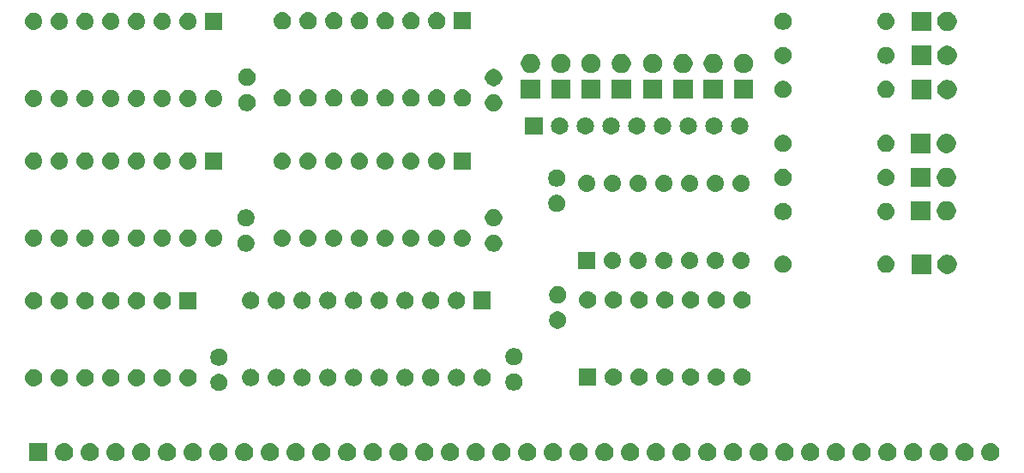
<source format=gbr>
G04 #@! TF.GenerationSoftware,KiCad,Pcbnew,(5.1.4-0-10_14)*
G04 #@! TF.CreationDate,2020-02-11T21:32:02-08:00*
G04 #@! TF.ProjectId,transfer-register-board,7472616e-7366-4657-922d-726567697374,rev?*
G04 #@! TF.SameCoordinates,Original*
G04 #@! TF.FileFunction,Soldermask,Top*
G04 #@! TF.FilePolarity,Negative*
%FSLAX46Y46*%
G04 Gerber Fmt 4.6, Leading zero omitted, Abs format (unit mm)*
G04 Created by KiCad (PCBNEW (5.1.4-0-10_14)) date 2020-02-11 21:32:02*
%MOMM*%
%LPD*%
G04 APERTURE LIST*
%ADD10C,0.100000*%
G04 APERTURE END LIST*
D10*
G36*
X168512442Y-127058018D02*
G01*
X168578627Y-127064537D01*
X168748466Y-127116057D01*
X168904991Y-127199722D01*
X168940729Y-127229052D01*
X169042186Y-127312314D01*
X169125448Y-127413771D01*
X169154778Y-127449509D01*
X169238443Y-127606034D01*
X169289963Y-127775873D01*
X169307359Y-127952500D01*
X169289963Y-128129127D01*
X169238443Y-128298966D01*
X169154778Y-128455491D01*
X169125448Y-128491229D01*
X169042186Y-128592686D01*
X168940729Y-128675948D01*
X168904991Y-128705278D01*
X168748466Y-128788943D01*
X168578627Y-128840463D01*
X168512442Y-128846982D01*
X168446260Y-128853500D01*
X168357740Y-128853500D01*
X168291558Y-128846982D01*
X168225373Y-128840463D01*
X168055534Y-128788943D01*
X167899009Y-128705278D01*
X167863271Y-128675948D01*
X167761814Y-128592686D01*
X167678552Y-128491229D01*
X167649222Y-128455491D01*
X167565557Y-128298966D01*
X167514037Y-128129127D01*
X167496641Y-127952500D01*
X167514037Y-127775873D01*
X167565557Y-127606034D01*
X167649222Y-127449509D01*
X167678552Y-127413771D01*
X167761814Y-127312314D01*
X167863271Y-127229052D01*
X167899009Y-127199722D01*
X168055534Y-127116057D01*
X168225373Y-127064537D01*
X168291558Y-127058018D01*
X168357740Y-127051500D01*
X168446260Y-127051500D01*
X168512442Y-127058018D01*
X168512442Y-127058018D01*
G37*
G36*
X165972442Y-127058018D02*
G01*
X166038627Y-127064537D01*
X166208466Y-127116057D01*
X166364991Y-127199722D01*
X166400729Y-127229052D01*
X166502186Y-127312314D01*
X166585448Y-127413771D01*
X166614778Y-127449509D01*
X166698443Y-127606034D01*
X166749963Y-127775873D01*
X166767359Y-127952500D01*
X166749963Y-128129127D01*
X166698443Y-128298966D01*
X166614778Y-128455491D01*
X166585448Y-128491229D01*
X166502186Y-128592686D01*
X166400729Y-128675948D01*
X166364991Y-128705278D01*
X166208466Y-128788943D01*
X166038627Y-128840463D01*
X165972442Y-128846982D01*
X165906260Y-128853500D01*
X165817740Y-128853500D01*
X165751558Y-128846982D01*
X165685373Y-128840463D01*
X165515534Y-128788943D01*
X165359009Y-128705278D01*
X165323271Y-128675948D01*
X165221814Y-128592686D01*
X165138552Y-128491229D01*
X165109222Y-128455491D01*
X165025557Y-128298966D01*
X164974037Y-128129127D01*
X164956641Y-127952500D01*
X164974037Y-127775873D01*
X165025557Y-127606034D01*
X165109222Y-127449509D01*
X165138552Y-127413771D01*
X165221814Y-127312314D01*
X165323271Y-127229052D01*
X165359009Y-127199722D01*
X165515534Y-127116057D01*
X165685373Y-127064537D01*
X165751558Y-127058018D01*
X165817740Y-127051500D01*
X165906260Y-127051500D01*
X165972442Y-127058018D01*
X165972442Y-127058018D01*
G37*
G36*
X163432442Y-127058018D02*
G01*
X163498627Y-127064537D01*
X163668466Y-127116057D01*
X163824991Y-127199722D01*
X163860729Y-127229052D01*
X163962186Y-127312314D01*
X164045448Y-127413771D01*
X164074778Y-127449509D01*
X164158443Y-127606034D01*
X164209963Y-127775873D01*
X164227359Y-127952500D01*
X164209963Y-128129127D01*
X164158443Y-128298966D01*
X164074778Y-128455491D01*
X164045448Y-128491229D01*
X163962186Y-128592686D01*
X163860729Y-128675948D01*
X163824991Y-128705278D01*
X163668466Y-128788943D01*
X163498627Y-128840463D01*
X163432442Y-128846982D01*
X163366260Y-128853500D01*
X163277740Y-128853500D01*
X163211558Y-128846982D01*
X163145373Y-128840463D01*
X162975534Y-128788943D01*
X162819009Y-128705278D01*
X162783271Y-128675948D01*
X162681814Y-128592686D01*
X162598552Y-128491229D01*
X162569222Y-128455491D01*
X162485557Y-128298966D01*
X162434037Y-128129127D01*
X162416641Y-127952500D01*
X162434037Y-127775873D01*
X162485557Y-127606034D01*
X162569222Y-127449509D01*
X162598552Y-127413771D01*
X162681814Y-127312314D01*
X162783271Y-127229052D01*
X162819009Y-127199722D01*
X162975534Y-127116057D01*
X163145373Y-127064537D01*
X163211558Y-127058018D01*
X163277740Y-127051500D01*
X163366260Y-127051500D01*
X163432442Y-127058018D01*
X163432442Y-127058018D01*
G37*
G36*
X160892442Y-127058018D02*
G01*
X160958627Y-127064537D01*
X161128466Y-127116057D01*
X161284991Y-127199722D01*
X161320729Y-127229052D01*
X161422186Y-127312314D01*
X161505448Y-127413771D01*
X161534778Y-127449509D01*
X161618443Y-127606034D01*
X161669963Y-127775873D01*
X161687359Y-127952500D01*
X161669963Y-128129127D01*
X161618443Y-128298966D01*
X161534778Y-128455491D01*
X161505448Y-128491229D01*
X161422186Y-128592686D01*
X161320729Y-128675948D01*
X161284991Y-128705278D01*
X161128466Y-128788943D01*
X160958627Y-128840463D01*
X160892442Y-128846982D01*
X160826260Y-128853500D01*
X160737740Y-128853500D01*
X160671558Y-128846982D01*
X160605373Y-128840463D01*
X160435534Y-128788943D01*
X160279009Y-128705278D01*
X160243271Y-128675948D01*
X160141814Y-128592686D01*
X160058552Y-128491229D01*
X160029222Y-128455491D01*
X159945557Y-128298966D01*
X159894037Y-128129127D01*
X159876641Y-127952500D01*
X159894037Y-127775873D01*
X159945557Y-127606034D01*
X160029222Y-127449509D01*
X160058552Y-127413771D01*
X160141814Y-127312314D01*
X160243271Y-127229052D01*
X160279009Y-127199722D01*
X160435534Y-127116057D01*
X160605373Y-127064537D01*
X160671558Y-127058018D01*
X160737740Y-127051500D01*
X160826260Y-127051500D01*
X160892442Y-127058018D01*
X160892442Y-127058018D01*
G37*
G36*
X158352442Y-127058018D02*
G01*
X158418627Y-127064537D01*
X158588466Y-127116057D01*
X158744991Y-127199722D01*
X158780729Y-127229052D01*
X158882186Y-127312314D01*
X158965448Y-127413771D01*
X158994778Y-127449509D01*
X159078443Y-127606034D01*
X159129963Y-127775873D01*
X159147359Y-127952500D01*
X159129963Y-128129127D01*
X159078443Y-128298966D01*
X158994778Y-128455491D01*
X158965448Y-128491229D01*
X158882186Y-128592686D01*
X158780729Y-128675948D01*
X158744991Y-128705278D01*
X158588466Y-128788943D01*
X158418627Y-128840463D01*
X158352442Y-128846982D01*
X158286260Y-128853500D01*
X158197740Y-128853500D01*
X158131558Y-128846982D01*
X158065373Y-128840463D01*
X157895534Y-128788943D01*
X157739009Y-128705278D01*
X157703271Y-128675948D01*
X157601814Y-128592686D01*
X157518552Y-128491229D01*
X157489222Y-128455491D01*
X157405557Y-128298966D01*
X157354037Y-128129127D01*
X157336641Y-127952500D01*
X157354037Y-127775873D01*
X157405557Y-127606034D01*
X157489222Y-127449509D01*
X157518552Y-127413771D01*
X157601814Y-127312314D01*
X157703271Y-127229052D01*
X157739009Y-127199722D01*
X157895534Y-127116057D01*
X158065373Y-127064537D01*
X158131558Y-127058018D01*
X158197740Y-127051500D01*
X158286260Y-127051500D01*
X158352442Y-127058018D01*
X158352442Y-127058018D01*
G37*
G36*
X155812442Y-127058018D02*
G01*
X155878627Y-127064537D01*
X156048466Y-127116057D01*
X156204991Y-127199722D01*
X156240729Y-127229052D01*
X156342186Y-127312314D01*
X156425448Y-127413771D01*
X156454778Y-127449509D01*
X156538443Y-127606034D01*
X156589963Y-127775873D01*
X156607359Y-127952500D01*
X156589963Y-128129127D01*
X156538443Y-128298966D01*
X156454778Y-128455491D01*
X156425448Y-128491229D01*
X156342186Y-128592686D01*
X156240729Y-128675948D01*
X156204991Y-128705278D01*
X156048466Y-128788943D01*
X155878627Y-128840463D01*
X155812442Y-128846982D01*
X155746260Y-128853500D01*
X155657740Y-128853500D01*
X155591558Y-128846982D01*
X155525373Y-128840463D01*
X155355534Y-128788943D01*
X155199009Y-128705278D01*
X155163271Y-128675948D01*
X155061814Y-128592686D01*
X154978552Y-128491229D01*
X154949222Y-128455491D01*
X154865557Y-128298966D01*
X154814037Y-128129127D01*
X154796641Y-127952500D01*
X154814037Y-127775873D01*
X154865557Y-127606034D01*
X154949222Y-127449509D01*
X154978552Y-127413771D01*
X155061814Y-127312314D01*
X155163271Y-127229052D01*
X155199009Y-127199722D01*
X155355534Y-127116057D01*
X155525373Y-127064537D01*
X155591558Y-127058018D01*
X155657740Y-127051500D01*
X155746260Y-127051500D01*
X155812442Y-127058018D01*
X155812442Y-127058018D01*
G37*
G36*
X153272442Y-127058018D02*
G01*
X153338627Y-127064537D01*
X153508466Y-127116057D01*
X153664991Y-127199722D01*
X153700729Y-127229052D01*
X153802186Y-127312314D01*
X153885448Y-127413771D01*
X153914778Y-127449509D01*
X153998443Y-127606034D01*
X154049963Y-127775873D01*
X154067359Y-127952500D01*
X154049963Y-128129127D01*
X153998443Y-128298966D01*
X153914778Y-128455491D01*
X153885448Y-128491229D01*
X153802186Y-128592686D01*
X153700729Y-128675948D01*
X153664991Y-128705278D01*
X153508466Y-128788943D01*
X153338627Y-128840463D01*
X153272442Y-128846982D01*
X153206260Y-128853500D01*
X153117740Y-128853500D01*
X153051558Y-128846982D01*
X152985373Y-128840463D01*
X152815534Y-128788943D01*
X152659009Y-128705278D01*
X152623271Y-128675948D01*
X152521814Y-128592686D01*
X152438552Y-128491229D01*
X152409222Y-128455491D01*
X152325557Y-128298966D01*
X152274037Y-128129127D01*
X152256641Y-127952500D01*
X152274037Y-127775873D01*
X152325557Y-127606034D01*
X152409222Y-127449509D01*
X152438552Y-127413771D01*
X152521814Y-127312314D01*
X152623271Y-127229052D01*
X152659009Y-127199722D01*
X152815534Y-127116057D01*
X152985373Y-127064537D01*
X153051558Y-127058018D01*
X153117740Y-127051500D01*
X153206260Y-127051500D01*
X153272442Y-127058018D01*
X153272442Y-127058018D01*
G37*
G36*
X150732442Y-127058018D02*
G01*
X150798627Y-127064537D01*
X150968466Y-127116057D01*
X151124991Y-127199722D01*
X151160729Y-127229052D01*
X151262186Y-127312314D01*
X151345448Y-127413771D01*
X151374778Y-127449509D01*
X151458443Y-127606034D01*
X151509963Y-127775873D01*
X151527359Y-127952500D01*
X151509963Y-128129127D01*
X151458443Y-128298966D01*
X151374778Y-128455491D01*
X151345448Y-128491229D01*
X151262186Y-128592686D01*
X151160729Y-128675948D01*
X151124991Y-128705278D01*
X150968466Y-128788943D01*
X150798627Y-128840463D01*
X150732442Y-128846982D01*
X150666260Y-128853500D01*
X150577740Y-128853500D01*
X150511558Y-128846982D01*
X150445373Y-128840463D01*
X150275534Y-128788943D01*
X150119009Y-128705278D01*
X150083271Y-128675948D01*
X149981814Y-128592686D01*
X149898552Y-128491229D01*
X149869222Y-128455491D01*
X149785557Y-128298966D01*
X149734037Y-128129127D01*
X149716641Y-127952500D01*
X149734037Y-127775873D01*
X149785557Y-127606034D01*
X149869222Y-127449509D01*
X149898552Y-127413771D01*
X149981814Y-127312314D01*
X150083271Y-127229052D01*
X150119009Y-127199722D01*
X150275534Y-127116057D01*
X150445373Y-127064537D01*
X150511558Y-127058018D01*
X150577740Y-127051500D01*
X150666260Y-127051500D01*
X150732442Y-127058018D01*
X150732442Y-127058018D01*
G37*
G36*
X148192442Y-127058018D02*
G01*
X148258627Y-127064537D01*
X148428466Y-127116057D01*
X148584991Y-127199722D01*
X148620729Y-127229052D01*
X148722186Y-127312314D01*
X148805448Y-127413771D01*
X148834778Y-127449509D01*
X148918443Y-127606034D01*
X148969963Y-127775873D01*
X148987359Y-127952500D01*
X148969963Y-128129127D01*
X148918443Y-128298966D01*
X148834778Y-128455491D01*
X148805448Y-128491229D01*
X148722186Y-128592686D01*
X148620729Y-128675948D01*
X148584991Y-128705278D01*
X148428466Y-128788943D01*
X148258627Y-128840463D01*
X148192442Y-128846982D01*
X148126260Y-128853500D01*
X148037740Y-128853500D01*
X147971558Y-128846982D01*
X147905373Y-128840463D01*
X147735534Y-128788943D01*
X147579009Y-128705278D01*
X147543271Y-128675948D01*
X147441814Y-128592686D01*
X147358552Y-128491229D01*
X147329222Y-128455491D01*
X147245557Y-128298966D01*
X147194037Y-128129127D01*
X147176641Y-127952500D01*
X147194037Y-127775873D01*
X147245557Y-127606034D01*
X147329222Y-127449509D01*
X147358552Y-127413771D01*
X147441814Y-127312314D01*
X147543271Y-127229052D01*
X147579009Y-127199722D01*
X147735534Y-127116057D01*
X147905373Y-127064537D01*
X147971558Y-127058018D01*
X148037740Y-127051500D01*
X148126260Y-127051500D01*
X148192442Y-127058018D01*
X148192442Y-127058018D01*
G37*
G36*
X145652442Y-127058018D02*
G01*
X145718627Y-127064537D01*
X145888466Y-127116057D01*
X146044991Y-127199722D01*
X146080729Y-127229052D01*
X146182186Y-127312314D01*
X146265448Y-127413771D01*
X146294778Y-127449509D01*
X146378443Y-127606034D01*
X146429963Y-127775873D01*
X146447359Y-127952500D01*
X146429963Y-128129127D01*
X146378443Y-128298966D01*
X146294778Y-128455491D01*
X146265448Y-128491229D01*
X146182186Y-128592686D01*
X146080729Y-128675948D01*
X146044991Y-128705278D01*
X145888466Y-128788943D01*
X145718627Y-128840463D01*
X145652442Y-128846982D01*
X145586260Y-128853500D01*
X145497740Y-128853500D01*
X145431558Y-128846982D01*
X145365373Y-128840463D01*
X145195534Y-128788943D01*
X145039009Y-128705278D01*
X145003271Y-128675948D01*
X144901814Y-128592686D01*
X144818552Y-128491229D01*
X144789222Y-128455491D01*
X144705557Y-128298966D01*
X144654037Y-128129127D01*
X144636641Y-127952500D01*
X144654037Y-127775873D01*
X144705557Y-127606034D01*
X144789222Y-127449509D01*
X144818552Y-127413771D01*
X144901814Y-127312314D01*
X145003271Y-127229052D01*
X145039009Y-127199722D01*
X145195534Y-127116057D01*
X145365373Y-127064537D01*
X145431558Y-127058018D01*
X145497740Y-127051500D01*
X145586260Y-127051500D01*
X145652442Y-127058018D01*
X145652442Y-127058018D01*
G37*
G36*
X143112442Y-127058018D02*
G01*
X143178627Y-127064537D01*
X143348466Y-127116057D01*
X143504991Y-127199722D01*
X143540729Y-127229052D01*
X143642186Y-127312314D01*
X143725448Y-127413771D01*
X143754778Y-127449509D01*
X143838443Y-127606034D01*
X143889963Y-127775873D01*
X143907359Y-127952500D01*
X143889963Y-128129127D01*
X143838443Y-128298966D01*
X143754778Y-128455491D01*
X143725448Y-128491229D01*
X143642186Y-128592686D01*
X143540729Y-128675948D01*
X143504991Y-128705278D01*
X143348466Y-128788943D01*
X143178627Y-128840463D01*
X143112442Y-128846982D01*
X143046260Y-128853500D01*
X142957740Y-128853500D01*
X142891558Y-128846982D01*
X142825373Y-128840463D01*
X142655534Y-128788943D01*
X142499009Y-128705278D01*
X142463271Y-128675948D01*
X142361814Y-128592686D01*
X142278552Y-128491229D01*
X142249222Y-128455491D01*
X142165557Y-128298966D01*
X142114037Y-128129127D01*
X142096641Y-127952500D01*
X142114037Y-127775873D01*
X142165557Y-127606034D01*
X142249222Y-127449509D01*
X142278552Y-127413771D01*
X142361814Y-127312314D01*
X142463271Y-127229052D01*
X142499009Y-127199722D01*
X142655534Y-127116057D01*
X142825373Y-127064537D01*
X142891558Y-127058018D01*
X142957740Y-127051500D01*
X143046260Y-127051500D01*
X143112442Y-127058018D01*
X143112442Y-127058018D01*
G37*
G36*
X140572442Y-127058018D02*
G01*
X140638627Y-127064537D01*
X140808466Y-127116057D01*
X140964991Y-127199722D01*
X141000729Y-127229052D01*
X141102186Y-127312314D01*
X141185448Y-127413771D01*
X141214778Y-127449509D01*
X141298443Y-127606034D01*
X141349963Y-127775873D01*
X141367359Y-127952500D01*
X141349963Y-128129127D01*
X141298443Y-128298966D01*
X141214778Y-128455491D01*
X141185448Y-128491229D01*
X141102186Y-128592686D01*
X141000729Y-128675948D01*
X140964991Y-128705278D01*
X140808466Y-128788943D01*
X140638627Y-128840463D01*
X140572442Y-128846982D01*
X140506260Y-128853500D01*
X140417740Y-128853500D01*
X140351558Y-128846982D01*
X140285373Y-128840463D01*
X140115534Y-128788943D01*
X139959009Y-128705278D01*
X139923271Y-128675948D01*
X139821814Y-128592686D01*
X139738552Y-128491229D01*
X139709222Y-128455491D01*
X139625557Y-128298966D01*
X139574037Y-128129127D01*
X139556641Y-127952500D01*
X139574037Y-127775873D01*
X139625557Y-127606034D01*
X139709222Y-127449509D01*
X139738552Y-127413771D01*
X139821814Y-127312314D01*
X139923271Y-127229052D01*
X139959009Y-127199722D01*
X140115534Y-127116057D01*
X140285373Y-127064537D01*
X140351558Y-127058018D01*
X140417740Y-127051500D01*
X140506260Y-127051500D01*
X140572442Y-127058018D01*
X140572442Y-127058018D01*
G37*
G36*
X138032442Y-127058018D02*
G01*
X138098627Y-127064537D01*
X138268466Y-127116057D01*
X138424991Y-127199722D01*
X138460729Y-127229052D01*
X138562186Y-127312314D01*
X138645448Y-127413771D01*
X138674778Y-127449509D01*
X138758443Y-127606034D01*
X138809963Y-127775873D01*
X138827359Y-127952500D01*
X138809963Y-128129127D01*
X138758443Y-128298966D01*
X138674778Y-128455491D01*
X138645448Y-128491229D01*
X138562186Y-128592686D01*
X138460729Y-128675948D01*
X138424991Y-128705278D01*
X138268466Y-128788943D01*
X138098627Y-128840463D01*
X138032442Y-128846982D01*
X137966260Y-128853500D01*
X137877740Y-128853500D01*
X137811558Y-128846982D01*
X137745373Y-128840463D01*
X137575534Y-128788943D01*
X137419009Y-128705278D01*
X137383271Y-128675948D01*
X137281814Y-128592686D01*
X137198552Y-128491229D01*
X137169222Y-128455491D01*
X137085557Y-128298966D01*
X137034037Y-128129127D01*
X137016641Y-127952500D01*
X137034037Y-127775873D01*
X137085557Y-127606034D01*
X137169222Y-127449509D01*
X137198552Y-127413771D01*
X137281814Y-127312314D01*
X137383271Y-127229052D01*
X137419009Y-127199722D01*
X137575534Y-127116057D01*
X137745373Y-127064537D01*
X137811558Y-127058018D01*
X137877740Y-127051500D01*
X137966260Y-127051500D01*
X138032442Y-127058018D01*
X138032442Y-127058018D01*
G37*
G36*
X135492442Y-127058018D02*
G01*
X135558627Y-127064537D01*
X135728466Y-127116057D01*
X135884991Y-127199722D01*
X135920729Y-127229052D01*
X136022186Y-127312314D01*
X136105448Y-127413771D01*
X136134778Y-127449509D01*
X136218443Y-127606034D01*
X136269963Y-127775873D01*
X136287359Y-127952500D01*
X136269963Y-128129127D01*
X136218443Y-128298966D01*
X136134778Y-128455491D01*
X136105448Y-128491229D01*
X136022186Y-128592686D01*
X135920729Y-128675948D01*
X135884991Y-128705278D01*
X135728466Y-128788943D01*
X135558627Y-128840463D01*
X135492442Y-128846982D01*
X135426260Y-128853500D01*
X135337740Y-128853500D01*
X135271558Y-128846982D01*
X135205373Y-128840463D01*
X135035534Y-128788943D01*
X134879009Y-128705278D01*
X134843271Y-128675948D01*
X134741814Y-128592686D01*
X134658552Y-128491229D01*
X134629222Y-128455491D01*
X134545557Y-128298966D01*
X134494037Y-128129127D01*
X134476641Y-127952500D01*
X134494037Y-127775873D01*
X134545557Y-127606034D01*
X134629222Y-127449509D01*
X134658552Y-127413771D01*
X134741814Y-127312314D01*
X134843271Y-127229052D01*
X134879009Y-127199722D01*
X135035534Y-127116057D01*
X135205373Y-127064537D01*
X135271558Y-127058018D01*
X135337740Y-127051500D01*
X135426260Y-127051500D01*
X135492442Y-127058018D01*
X135492442Y-127058018D01*
G37*
G36*
X132952442Y-127058018D02*
G01*
X133018627Y-127064537D01*
X133188466Y-127116057D01*
X133344991Y-127199722D01*
X133380729Y-127229052D01*
X133482186Y-127312314D01*
X133565448Y-127413771D01*
X133594778Y-127449509D01*
X133678443Y-127606034D01*
X133729963Y-127775873D01*
X133747359Y-127952500D01*
X133729963Y-128129127D01*
X133678443Y-128298966D01*
X133594778Y-128455491D01*
X133565448Y-128491229D01*
X133482186Y-128592686D01*
X133380729Y-128675948D01*
X133344991Y-128705278D01*
X133188466Y-128788943D01*
X133018627Y-128840463D01*
X132952442Y-128846982D01*
X132886260Y-128853500D01*
X132797740Y-128853500D01*
X132731558Y-128846982D01*
X132665373Y-128840463D01*
X132495534Y-128788943D01*
X132339009Y-128705278D01*
X132303271Y-128675948D01*
X132201814Y-128592686D01*
X132118552Y-128491229D01*
X132089222Y-128455491D01*
X132005557Y-128298966D01*
X131954037Y-128129127D01*
X131936641Y-127952500D01*
X131954037Y-127775873D01*
X132005557Y-127606034D01*
X132089222Y-127449509D01*
X132118552Y-127413771D01*
X132201814Y-127312314D01*
X132303271Y-127229052D01*
X132339009Y-127199722D01*
X132495534Y-127116057D01*
X132665373Y-127064537D01*
X132731558Y-127058018D01*
X132797740Y-127051500D01*
X132886260Y-127051500D01*
X132952442Y-127058018D01*
X132952442Y-127058018D01*
G37*
G36*
X130412442Y-127058018D02*
G01*
X130478627Y-127064537D01*
X130648466Y-127116057D01*
X130804991Y-127199722D01*
X130840729Y-127229052D01*
X130942186Y-127312314D01*
X131025448Y-127413771D01*
X131054778Y-127449509D01*
X131138443Y-127606034D01*
X131189963Y-127775873D01*
X131207359Y-127952500D01*
X131189963Y-128129127D01*
X131138443Y-128298966D01*
X131054778Y-128455491D01*
X131025448Y-128491229D01*
X130942186Y-128592686D01*
X130840729Y-128675948D01*
X130804991Y-128705278D01*
X130648466Y-128788943D01*
X130478627Y-128840463D01*
X130412442Y-128846982D01*
X130346260Y-128853500D01*
X130257740Y-128853500D01*
X130191558Y-128846982D01*
X130125373Y-128840463D01*
X129955534Y-128788943D01*
X129799009Y-128705278D01*
X129763271Y-128675948D01*
X129661814Y-128592686D01*
X129578552Y-128491229D01*
X129549222Y-128455491D01*
X129465557Y-128298966D01*
X129414037Y-128129127D01*
X129396641Y-127952500D01*
X129414037Y-127775873D01*
X129465557Y-127606034D01*
X129549222Y-127449509D01*
X129578552Y-127413771D01*
X129661814Y-127312314D01*
X129763271Y-127229052D01*
X129799009Y-127199722D01*
X129955534Y-127116057D01*
X130125373Y-127064537D01*
X130191558Y-127058018D01*
X130257740Y-127051500D01*
X130346260Y-127051500D01*
X130412442Y-127058018D01*
X130412442Y-127058018D01*
G37*
G36*
X127872442Y-127058018D02*
G01*
X127938627Y-127064537D01*
X128108466Y-127116057D01*
X128264991Y-127199722D01*
X128300729Y-127229052D01*
X128402186Y-127312314D01*
X128485448Y-127413771D01*
X128514778Y-127449509D01*
X128598443Y-127606034D01*
X128649963Y-127775873D01*
X128667359Y-127952500D01*
X128649963Y-128129127D01*
X128598443Y-128298966D01*
X128514778Y-128455491D01*
X128485448Y-128491229D01*
X128402186Y-128592686D01*
X128300729Y-128675948D01*
X128264991Y-128705278D01*
X128108466Y-128788943D01*
X127938627Y-128840463D01*
X127872442Y-128846982D01*
X127806260Y-128853500D01*
X127717740Y-128853500D01*
X127651558Y-128846982D01*
X127585373Y-128840463D01*
X127415534Y-128788943D01*
X127259009Y-128705278D01*
X127223271Y-128675948D01*
X127121814Y-128592686D01*
X127038552Y-128491229D01*
X127009222Y-128455491D01*
X126925557Y-128298966D01*
X126874037Y-128129127D01*
X126856641Y-127952500D01*
X126874037Y-127775873D01*
X126925557Y-127606034D01*
X127009222Y-127449509D01*
X127038552Y-127413771D01*
X127121814Y-127312314D01*
X127223271Y-127229052D01*
X127259009Y-127199722D01*
X127415534Y-127116057D01*
X127585373Y-127064537D01*
X127651558Y-127058018D01*
X127717740Y-127051500D01*
X127806260Y-127051500D01*
X127872442Y-127058018D01*
X127872442Y-127058018D01*
G37*
G36*
X125332442Y-127058018D02*
G01*
X125398627Y-127064537D01*
X125568466Y-127116057D01*
X125724991Y-127199722D01*
X125760729Y-127229052D01*
X125862186Y-127312314D01*
X125945448Y-127413771D01*
X125974778Y-127449509D01*
X126058443Y-127606034D01*
X126109963Y-127775873D01*
X126127359Y-127952500D01*
X126109963Y-128129127D01*
X126058443Y-128298966D01*
X125974778Y-128455491D01*
X125945448Y-128491229D01*
X125862186Y-128592686D01*
X125760729Y-128675948D01*
X125724991Y-128705278D01*
X125568466Y-128788943D01*
X125398627Y-128840463D01*
X125332442Y-128846982D01*
X125266260Y-128853500D01*
X125177740Y-128853500D01*
X125111558Y-128846982D01*
X125045373Y-128840463D01*
X124875534Y-128788943D01*
X124719009Y-128705278D01*
X124683271Y-128675948D01*
X124581814Y-128592686D01*
X124498552Y-128491229D01*
X124469222Y-128455491D01*
X124385557Y-128298966D01*
X124334037Y-128129127D01*
X124316641Y-127952500D01*
X124334037Y-127775873D01*
X124385557Y-127606034D01*
X124469222Y-127449509D01*
X124498552Y-127413771D01*
X124581814Y-127312314D01*
X124683271Y-127229052D01*
X124719009Y-127199722D01*
X124875534Y-127116057D01*
X125045373Y-127064537D01*
X125111558Y-127058018D01*
X125177740Y-127051500D01*
X125266260Y-127051500D01*
X125332442Y-127058018D01*
X125332442Y-127058018D01*
G37*
G36*
X122792442Y-127058018D02*
G01*
X122858627Y-127064537D01*
X123028466Y-127116057D01*
X123184991Y-127199722D01*
X123220729Y-127229052D01*
X123322186Y-127312314D01*
X123405448Y-127413771D01*
X123434778Y-127449509D01*
X123518443Y-127606034D01*
X123569963Y-127775873D01*
X123587359Y-127952500D01*
X123569963Y-128129127D01*
X123518443Y-128298966D01*
X123434778Y-128455491D01*
X123405448Y-128491229D01*
X123322186Y-128592686D01*
X123220729Y-128675948D01*
X123184991Y-128705278D01*
X123028466Y-128788943D01*
X122858627Y-128840463D01*
X122792442Y-128846982D01*
X122726260Y-128853500D01*
X122637740Y-128853500D01*
X122571558Y-128846982D01*
X122505373Y-128840463D01*
X122335534Y-128788943D01*
X122179009Y-128705278D01*
X122143271Y-128675948D01*
X122041814Y-128592686D01*
X121958552Y-128491229D01*
X121929222Y-128455491D01*
X121845557Y-128298966D01*
X121794037Y-128129127D01*
X121776641Y-127952500D01*
X121794037Y-127775873D01*
X121845557Y-127606034D01*
X121929222Y-127449509D01*
X121958552Y-127413771D01*
X122041814Y-127312314D01*
X122143271Y-127229052D01*
X122179009Y-127199722D01*
X122335534Y-127116057D01*
X122505373Y-127064537D01*
X122571558Y-127058018D01*
X122637740Y-127051500D01*
X122726260Y-127051500D01*
X122792442Y-127058018D01*
X122792442Y-127058018D01*
G37*
G36*
X120252442Y-127058018D02*
G01*
X120318627Y-127064537D01*
X120488466Y-127116057D01*
X120644991Y-127199722D01*
X120680729Y-127229052D01*
X120782186Y-127312314D01*
X120865448Y-127413771D01*
X120894778Y-127449509D01*
X120978443Y-127606034D01*
X121029963Y-127775873D01*
X121047359Y-127952500D01*
X121029963Y-128129127D01*
X120978443Y-128298966D01*
X120894778Y-128455491D01*
X120865448Y-128491229D01*
X120782186Y-128592686D01*
X120680729Y-128675948D01*
X120644991Y-128705278D01*
X120488466Y-128788943D01*
X120318627Y-128840463D01*
X120252442Y-128846982D01*
X120186260Y-128853500D01*
X120097740Y-128853500D01*
X120031558Y-128846982D01*
X119965373Y-128840463D01*
X119795534Y-128788943D01*
X119639009Y-128705278D01*
X119603271Y-128675948D01*
X119501814Y-128592686D01*
X119418552Y-128491229D01*
X119389222Y-128455491D01*
X119305557Y-128298966D01*
X119254037Y-128129127D01*
X119236641Y-127952500D01*
X119254037Y-127775873D01*
X119305557Y-127606034D01*
X119389222Y-127449509D01*
X119418552Y-127413771D01*
X119501814Y-127312314D01*
X119603271Y-127229052D01*
X119639009Y-127199722D01*
X119795534Y-127116057D01*
X119965373Y-127064537D01*
X120031558Y-127058018D01*
X120097740Y-127051500D01*
X120186260Y-127051500D01*
X120252442Y-127058018D01*
X120252442Y-127058018D01*
G37*
G36*
X117712442Y-127058018D02*
G01*
X117778627Y-127064537D01*
X117948466Y-127116057D01*
X118104991Y-127199722D01*
X118140729Y-127229052D01*
X118242186Y-127312314D01*
X118325448Y-127413771D01*
X118354778Y-127449509D01*
X118438443Y-127606034D01*
X118489963Y-127775873D01*
X118507359Y-127952500D01*
X118489963Y-128129127D01*
X118438443Y-128298966D01*
X118354778Y-128455491D01*
X118325448Y-128491229D01*
X118242186Y-128592686D01*
X118140729Y-128675948D01*
X118104991Y-128705278D01*
X117948466Y-128788943D01*
X117778627Y-128840463D01*
X117712442Y-128846982D01*
X117646260Y-128853500D01*
X117557740Y-128853500D01*
X117491558Y-128846982D01*
X117425373Y-128840463D01*
X117255534Y-128788943D01*
X117099009Y-128705278D01*
X117063271Y-128675948D01*
X116961814Y-128592686D01*
X116878552Y-128491229D01*
X116849222Y-128455491D01*
X116765557Y-128298966D01*
X116714037Y-128129127D01*
X116696641Y-127952500D01*
X116714037Y-127775873D01*
X116765557Y-127606034D01*
X116849222Y-127449509D01*
X116878552Y-127413771D01*
X116961814Y-127312314D01*
X117063271Y-127229052D01*
X117099009Y-127199722D01*
X117255534Y-127116057D01*
X117425373Y-127064537D01*
X117491558Y-127058018D01*
X117557740Y-127051500D01*
X117646260Y-127051500D01*
X117712442Y-127058018D01*
X117712442Y-127058018D01*
G37*
G36*
X115172442Y-127058018D02*
G01*
X115238627Y-127064537D01*
X115408466Y-127116057D01*
X115564991Y-127199722D01*
X115600729Y-127229052D01*
X115702186Y-127312314D01*
X115785448Y-127413771D01*
X115814778Y-127449509D01*
X115898443Y-127606034D01*
X115949963Y-127775873D01*
X115967359Y-127952500D01*
X115949963Y-128129127D01*
X115898443Y-128298966D01*
X115814778Y-128455491D01*
X115785448Y-128491229D01*
X115702186Y-128592686D01*
X115600729Y-128675948D01*
X115564991Y-128705278D01*
X115408466Y-128788943D01*
X115238627Y-128840463D01*
X115172442Y-128846982D01*
X115106260Y-128853500D01*
X115017740Y-128853500D01*
X114951558Y-128846982D01*
X114885373Y-128840463D01*
X114715534Y-128788943D01*
X114559009Y-128705278D01*
X114523271Y-128675948D01*
X114421814Y-128592686D01*
X114338552Y-128491229D01*
X114309222Y-128455491D01*
X114225557Y-128298966D01*
X114174037Y-128129127D01*
X114156641Y-127952500D01*
X114174037Y-127775873D01*
X114225557Y-127606034D01*
X114309222Y-127449509D01*
X114338552Y-127413771D01*
X114421814Y-127312314D01*
X114523271Y-127229052D01*
X114559009Y-127199722D01*
X114715534Y-127116057D01*
X114885373Y-127064537D01*
X114951558Y-127058018D01*
X115017740Y-127051500D01*
X115106260Y-127051500D01*
X115172442Y-127058018D01*
X115172442Y-127058018D01*
G37*
G36*
X112632442Y-127058018D02*
G01*
X112698627Y-127064537D01*
X112868466Y-127116057D01*
X113024991Y-127199722D01*
X113060729Y-127229052D01*
X113162186Y-127312314D01*
X113245448Y-127413771D01*
X113274778Y-127449509D01*
X113358443Y-127606034D01*
X113409963Y-127775873D01*
X113427359Y-127952500D01*
X113409963Y-128129127D01*
X113358443Y-128298966D01*
X113274778Y-128455491D01*
X113245448Y-128491229D01*
X113162186Y-128592686D01*
X113060729Y-128675948D01*
X113024991Y-128705278D01*
X112868466Y-128788943D01*
X112698627Y-128840463D01*
X112632442Y-128846982D01*
X112566260Y-128853500D01*
X112477740Y-128853500D01*
X112411558Y-128846982D01*
X112345373Y-128840463D01*
X112175534Y-128788943D01*
X112019009Y-128705278D01*
X111983271Y-128675948D01*
X111881814Y-128592686D01*
X111798552Y-128491229D01*
X111769222Y-128455491D01*
X111685557Y-128298966D01*
X111634037Y-128129127D01*
X111616641Y-127952500D01*
X111634037Y-127775873D01*
X111685557Y-127606034D01*
X111769222Y-127449509D01*
X111798552Y-127413771D01*
X111881814Y-127312314D01*
X111983271Y-127229052D01*
X112019009Y-127199722D01*
X112175534Y-127116057D01*
X112345373Y-127064537D01*
X112411558Y-127058018D01*
X112477740Y-127051500D01*
X112566260Y-127051500D01*
X112632442Y-127058018D01*
X112632442Y-127058018D01*
G37*
G36*
X110092442Y-127058018D02*
G01*
X110158627Y-127064537D01*
X110328466Y-127116057D01*
X110484991Y-127199722D01*
X110520729Y-127229052D01*
X110622186Y-127312314D01*
X110705448Y-127413771D01*
X110734778Y-127449509D01*
X110818443Y-127606034D01*
X110869963Y-127775873D01*
X110887359Y-127952500D01*
X110869963Y-128129127D01*
X110818443Y-128298966D01*
X110734778Y-128455491D01*
X110705448Y-128491229D01*
X110622186Y-128592686D01*
X110520729Y-128675948D01*
X110484991Y-128705278D01*
X110328466Y-128788943D01*
X110158627Y-128840463D01*
X110092442Y-128846982D01*
X110026260Y-128853500D01*
X109937740Y-128853500D01*
X109871558Y-128846982D01*
X109805373Y-128840463D01*
X109635534Y-128788943D01*
X109479009Y-128705278D01*
X109443271Y-128675948D01*
X109341814Y-128592686D01*
X109258552Y-128491229D01*
X109229222Y-128455491D01*
X109145557Y-128298966D01*
X109094037Y-128129127D01*
X109076641Y-127952500D01*
X109094037Y-127775873D01*
X109145557Y-127606034D01*
X109229222Y-127449509D01*
X109258552Y-127413771D01*
X109341814Y-127312314D01*
X109443271Y-127229052D01*
X109479009Y-127199722D01*
X109635534Y-127116057D01*
X109805373Y-127064537D01*
X109871558Y-127058018D01*
X109937740Y-127051500D01*
X110026260Y-127051500D01*
X110092442Y-127058018D01*
X110092442Y-127058018D01*
G37*
G36*
X107552442Y-127058018D02*
G01*
X107618627Y-127064537D01*
X107788466Y-127116057D01*
X107944991Y-127199722D01*
X107980729Y-127229052D01*
X108082186Y-127312314D01*
X108165448Y-127413771D01*
X108194778Y-127449509D01*
X108278443Y-127606034D01*
X108329963Y-127775873D01*
X108347359Y-127952500D01*
X108329963Y-128129127D01*
X108278443Y-128298966D01*
X108194778Y-128455491D01*
X108165448Y-128491229D01*
X108082186Y-128592686D01*
X107980729Y-128675948D01*
X107944991Y-128705278D01*
X107788466Y-128788943D01*
X107618627Y-128840463D01*
X107552442Y-128846982D01*
X107486260Y-128853500D01*
X107397740Y-128853500D01*
X107331558Y-128846982D01*
X107265373Y-128840463D01*
X107095534Y-128788943D01*
X106939009Y-128705278D01*
X106903271Y-128675948D01*
X106801814Y-128592686D01*
X106718552Y-128491229D01*
X106689222Y-128455491D01*
X106605557Y-128298966D01*
X106554037Y-128129127D01*
X106536641Y-127952500D01*
X106554037Y-127775873D01*
X106605557Y-127606034D01*
X106689222Y-127449509D01*
X106718552Y-127413771D01*
X106801814Y-127312314D01*
X106903271Y-127229052D01*
X106939009Y-127199722D01*
X107095534Y-127116057D01*
X107265373Y-127064537D01*
X107331558Y-127058018D01*
X107397740Y-127051500D01*
X107486260Y-127051500D01*
X107552442Y-127058018D01*
X107552442Y-127058018D01*
G37*
G36*
X105012442Y-127058018D02*
G01*
X105078627Y-127064537D01*
X105248466Y-127116057D01*
X105404991Y-127199722D01*
X105440729Y-127229052D01*
X105542186Y-127312314D01*
X105625448Y-127413771D01*
X105654778Y-127449509D01*
X105738443Y-127606034D01*
X105789963Y-127775873D01*
X105807359Y-127952500D01*
X105789963Y-128129127D01*
X105738443Y-128298966D01*
X105654778Y-128455491D01*
X105625448Y-128491229D01*
X105542186Y-128592686D01*
X105440729Y-128675948D01*
X105404991Y-128705278D01*
X105248466Y-128788943D01*
X105078627Y-128840463D01*
X105012442Y-128846982D01*
X104946260Y-128853500D01*
X104857740Y-128853500D01*
X104791558Y-128846982D01*
X104725373Y-128840463D01*
X104555534Y-128788943D01*
X104399009Y-128705278D01*
X104363271Y-128675948D01*
X104261814Y-128592686D01*
X104178552Y-128491229D01*
X104149222Y-128455491D01*
X104065557Y-128298966D01*
X104014037Y-128129127D01*
X103996641Y-127952500D01*
X104014037Y-127775873D01*
X104065557Y-127606034D01*
X104149222Y-127449509D01*
X104178552Y-127413771D01*
X104261814Y-127312314D01*
X104363271Y-127229052D01*
X104399009Y-127199722D01*
X104555534Y-127116057D01*
X104725373Y-127064537D01*
X104791558Y-127058018D01*
X104857740Y-127051500D01*
X104946260Y-127051500D01*
X105012442Y-127058018D01*
X105012442Y-127058018D01*
G37*
G36*
X102472442Y-127058018D02*
G01*
X102538627Y-127064537D01*
X102708466Y-127116057D01*
X102864991Y-127199722D01*
X102900729Y-127229052D01*
X103002186Y-127312314D01*
X103085448Y-127413771D01*
X103114778Y-127449509D01*
X103198443Y-127606034D01*
X103249963Y-127775873D01*
X103267359Y-127952500D01*
X103249963Y-128129127D01*
X103198443Y-128298966D01*
X103114778Y-128455491D01*
X103085448Y-128491229D01*
X103002186Y-128592686D01*
X102900729Y-128675948D01*
X102864991Y-128705278D01*
X102708466Y-128788943D01*
X102538627Y-128840463D01*
X102472442Y-128846982D01*
X102406260Y-128853500D01*
X102317740Y-128853500D01*
X102251558Y-128846982D01*
X102185373Y-128840463D01*
X102015534Y-128788943D01*
X101859009Y-128705278D01*
X101823271Y-128675948D01*
X101721814Y-128592686D01*
X101638552Y-128491229D01*
X101609222Y-128455491D01*
X101525557Y-128298966D01*
X101474037Y-128129127D01*
X101456641Y-127952500D01*
X101474037Y-127775873D01*
X101525557Y-127606034D01*
X101609222Y-127449509D01*
X101638552Y-127413771D01*
X101721814Y-127312314D01*
X101823271Y-127229052D01*
X101859009Y-127199722D01*
X102015534Y-127116057D01*
X102185373Y-127064537D01*
X102251558Y-127058018D01*
X102317740Y-127051500D01*
X102406260Y-127051500D01*
X102472442Y-127058018D01*
X102472442Y-127058018D01*
G37*
G36*
X99932442Y-127058018D02*
G01*
X99998627Y-127064537D01*
X100168466Y-127116057D01*
X100324991Y-127199722D01*
X100360729Y-127229052D01*
X100462186Y-127312314D01*
X100545448Y-127413771D01*
X100574778Y-127449509D01*
X100658443Y-127606034D01*
X100709963Y-127775873D01*
X100727359Y-127952500D01*
X100709963Y-128129127D01*
X100658443Y-128298966D01*
X100574778Y-128455491D01*
X100545448Y-128491229D01*
X100462186Y-128592686D01*
X100360729Y-128675948D01*
X100324991Y-128705278D01*
X100168466Y-128788943D01*
X99998627Y-128840463D01*
X99932442Y-128846982D01*
X99866260Y-128853500D01*
X99777740Y-128853500D01*
X99711558Y-128846982D01*
X99645373Y-128840463D01*
X99475534Y-128788943D01*
X99319009Y-128705278D01*
X99283271Y-128675948D01*
X99181814Y-128592686D01*
X99098552Y-128491229D01*
X99069222Y-128455491D01*
X98985557Y-128298966D01*
X98934037Y-128129127D01*
X98916641Y-127952500D01*
X98934037Y-127775873D01*
X98985557Y-127606034D01*
X99069222Y-127449509D01*
X99098552Y-127413771D01*
X99181814Y-127312314D01*
X99283271Y-127229052D01*
X99319009Y-127199722D01*
X99475534Y-127116057D01*
X99645373Y-127064537D01*
X99711558Y-127058018D01*
X99777740Y-127051500D01*
X99866260Y-127051500D01*
X99932442Y-127058018D01*
X99932442Y-127058018D01*
G37*
G36*
X97392442Y-127058018D02*
G01*
X97458627Y-127064537D01*
X97628466Y-127116057D01*
X97784991Y-127199722D01*
X97820729Y-127229052D01*
X97922186Y-127312314D01*
X98005448Y-127413771D01*
X98034778Y-127449509D01*
X98118443Y-127606034D01*
X98169963Y-127775873D01*
X98187359Y-127952500D01*
X98169963Y-128129127D01*
X98118443Y-128298966D01*
X98034778Y-128455491D01*
X98005448Y-128491229D01*
X97922186Y-128592686D01*
X97820729Y-128675948D01*
X97784991Y-128705278D01*
X97628466Y-128788943D01*
X97458627Y-128840463D01*
X97392442Y-128846982D01*
X97326260Y-128853500D01*
X97237740Y-128853500D01*
X97171558Y-128846982D01*
X97105373Y-128840463D01*
X96935534Y-128788943D01*
X96779009Y-128705278D01*
X96743271Y-128675948D01*
X96641814Y-128592686D01*
X96558552Y-128491229D01*
X96529222Y-128455491D01*
X96445557Y-128298966D01*
X96394037Y-128129127D01*
X96376641Y-127952500D01*
X96394037Y-127775873D01*
X96445557Y-127606034D01*
X96529222Y-127449509D01*
X96558552Y-127413771D01*
X96641814Y-127312314D01*
X96743271Y-127229052D01*
X96779009Y-127199722D01*
X96935534Y-127116057D01*
X97105373Y-127064537D01*
X97171558Y-127058018D01*
X97237740Y-127051500D01*
X97326260Y-127051500D01*
X97392442Y-127058018D01*
X97392442Y-127058018D01*
G37*
G36*
X94852442Y-127058018D02*
G01*
X94918627Y-127064537D01*
X95088466Y-127116057D01*
X95244991Y-127199722D01*
X95280729Y-127229052D01*
X95382186Y-127312314D01*
X95465448Y-127413771D01*
X95494778Y-127449509D01*
X95578443Y-127606034D01*
X95629963Y-127775873D01*
X95647359Y-127952500D01*
X95629963Y-128129127D01*
X95578443Y-128298966D01*
X95494778Y-128455491D01*
X95465448Y-128491229D01*
X95382186Y-128592686D01*
X95280729Y-128675948D01*
X95244991Y-128705278D01*
X95088466Y-128788943D01*
X94918627Y-128840463D01*
X94852442Y-128846982D01*
X94786260Y-128853500D01*
X94697740Y-128853500D01*
X94631558Y-128846982D01*
X94565373Y-128840463D01*
X94395534Y-128788943D01*
X94239009Y-128705278D01*
X94203271Y-128675948D01*
X94101814Y-128592686D01*
X94018552Y-128491229D01*
X93989222Y-128455491D01*
X93905557Y-128298966D01*
X93854037Y-128129127D01*
X93836641Y-127952500D01*
X93854037Y-127775873D01*
X93905557Y-127606034D01*
X93989222Y-127449509D01*
X94018552Y-127413771D01*
X94101814Y-127312314D01*
X94203271Y-127229052D01*
X94239009Y-127199722D01*
X94395534Y-127116057D01*
X94565373Y-127064537D01*
X94631558Y-127058018D01*
X94697740Y-127051500D01*
X94786260Y-127051500D01*
X94852442Y-127058018D01*
X94852442Y-127058018D01*
G37*
G36*
X92312442Y-127058018D02*
G01*
X92378627Y-127064537D01*
X92548466Y-127116057D01*
X92704991Y-127199722D01*
X92740729Y-127229052D01*
X92842186Y-127312314D01*
X92925448Y-127413771D01*
X92954778Y-127449509D01*
X93038443Y-127606034D01*
X93089963Y-127775873D01*
X93107359Y-127952500D01*
X93089963Y-128129127D01*
X93038443Y-128298966D01*
X92954778Y-128455491D01*
X92925448Y-128491229D01*
X92842186Y-128592686D01*
X92740729Y-128675948D01*
X92704991Y-128705278D01*
X92548466Y-128788943D01*
X92378627Y-128840463D01*
X92312442Y-128846982D01*
X92246260Y-128853500D01*
X92157740Y-128853500D01*
X92091558Y-128846982D01*
X92025373Y-128840463D01*
X91855534Y-128788943D01*
X91699009Y-128705278D01*
X91663271Y-128675948D01*
X91561814Y-128592686D01*
X91478552Y-128491229D01*
X91449222Y-128455491D01*
X91365557Y-128298966D01*
X91314037Y-128129127D01*
X91296641Y-127952500D01*
X91314037Y-127775873D01*
X91365557Y-127606034D01*
X91449222Y-127449509D01*
X91478552Y-127413771D01*
X91561814Y-127312314D01*
X91663271Y-127229052D01*
X91699009Y-127199722D01*
X91855534Y-127116057D01*
X92025373Y-127064537D01*
X92091558Y-127058018D01*
X92157740Y-127051500D01*
X92246260Y-127051500D01*
X92312442Y-127058018D01*
X92312442Y-127058018D01*
G37*
G36*
X89772442Y-127058018D02*
G01*
X89838627Y-127064537D01*
X90008466Y-127116057D01*
X90164991Y-127199722D01*
X90200729Y-127229052D01*
X90302186Y-127312314D01*
X90385448Y-127413771D01*
X90414778Y-127449509D01*
X90498443Y-127606034D01*
X90549963Y-127775873D01*
X90567359Y-127952500D01*
X90549963Y-128129127D01*
X90498443Y-128298966D01*
X90414778Y-128455491D01*
X90385448Y-128491229D01*
X90302186Y-128592686D01*
X90200729Y-128675948D01*
X90164991Y-128705278D01*
X90008466Y-128788943D01*
X89838627Y-128840463D01*
X89772442Y-128846982D01*
X89706260Y-128853500D01*
X89617740Y-128853500D01*
X89551558Y-128846982D01*
X89485373Y-128840463D01*
X89315534Y-128788943D01*
X89159009Y-128705278D01*
X89123271Y-128675948D01*
X89021814Y-128592686D01*
X88938552Y-128491229D01*
X88909222Y-128455491D01*
X88825557Y-128298966D01*
X88774037Y-128129127D01*
X88756641Y-127952500D01*
X88774037Y-127775873D01*
X88825557Y-127606034D01*
X88909222Y-127449509D01*
X88938552Y-127413771D01*
X89021814Y-127312314D01*
X89123271Y-127229052D01*
X89159009Y-127199722D01*
X89315534Y-127116057D01*
X89485373Y-127064537D01*
X89551558Y-127058018D01*
X89617740Y-127051500D01*
X89706260Y-127051500D01*
X89772442Y-127058018D01*
X89772442Y-127058018D01*
G37*
G36*
X87232442Y-127058018D02*
G01*
X87298627Y-127064537D01*
X87468466Y-127116057D01*
X87624991Y-127199722D01*
X87660729Y-127229052D01*
X87762186Y-127312314D01*
X87845448Y-127413771D01*
X87874778Y-127449509D01*
X87958443Y-127606034D01*
X88009963Y-127775873D01*
X88027359Y-127952500D01*
X88009963Y-128129127D01*
X87958443Y-128298966D01*
X87874778Y-128455491D01*
X87845448Y-128491229D01*
X87762186Y-128592686D01*
X87660729Y-128675948D01*
X87624991Y-128705278D01*
X87468466Y-128788943D01*
X87298627Y-128840463D01*
X87232442Y-128846982D01*
X87166260Y-128853500D01*
X87077740Y-128853500D01*
X87011558Y-128846982D01*
X86945373Y-128840463D01*
X86775534Y-128788943D01*
X86619009Y-128705278D01*
X86583271Y-128675948D01*
X86481814Y-128592686D01*
X86398552Y-128491229D01*
X86369222Y-128455491D01*
X86285557Y-128298966D01*
X86234037Y-128129127D01*
X86216641Y-127952500D01*
X86234037Y-127775873D01*
X86285557Y-127606034D01*
X86369222Y-127449509D01*
X86398552Y-127413771D01*
X86481814Y-127312314D01*
X86583271Y-127229052D01*
X86619009Y-127199722D01*
X86775534Y-127116057D01*
X86945373Y-127064537D01*
X87011558Y-127058018D01*
X87077740Y-127051500D01*
X87166260Y-127051500D01*
X87232442Y-127058018D01*
X87232442Y-127058018D01*
G37*
G36*
X84692442Y-127058018D02*
G01*
X84758627Y-127064537D01*
X84928466Y-127116057D01*
X85084991Y-127199722D01*
X85120729Y-127229052D01*
X85222186Y-127312314D01*
X85305448Y-127413771D01*
X85334778Y-127449509D01*
X85418443Y-127606034D01*
X85469963Y-127775873D01*
X85487359Y-127952500D01*
X85469963Y-128129127D01*
X85418443Y-128298966D01*
X85334778Y-128455491D01*
X85305448Y-128491229D01*
X85222186Y-128592686D01*
X85120729Y-128675948D01*
X85084991Y-128705278D01*
X84928466Y-128788943D01*
X84758627Y-128840463D01*
X84692442Y-128846982D01*
X84626260Y-128853500D01*
X84537740Y-128853500D01*
X84471558Y-128846982D01*
X84405373Y-128840463D01*
X84235534Y-128788943D01*
X84079009Y-128705278D01*
X84043271Y-128675948D01*
X83941814Y-128592686D01*
X83858552Y-128491229D01*
X83829222Y-128455491D01*
X83745557Y-128298966D01*
X83694037Y-128129127D01*
X83676641Y-127952500D01*
X83694037Y-127775873D01*
X83745557Y-127606034D01*
X83829222Y-127449509D01*
X83858552Y-127413771D01*
X83941814Y-127312314D01*
X84043271Y-127229052D01*
X84079009Y-127199722D01*
X84235534Y-127116057D01*
X84405373Y-127064537D01*
X84471558Y-127058018D01*
X84537740Y-127051500D01*
X84626260Y-127051500D01*
X84692442Y-127058018D01*
X84692442Y-127058018D01*
G37*
G36*
X82152442Y-127058018D02*
G01*
X82218627Y-127064537D01*
X82388466Y-127116057D01*
X82544991Y-127199722D01*
X82580729Y-127229052D01*
X82682186Y-127312314D01*
X82765448Y-127413771D01*
X82794778Y-127449509D01*
X82878443Y-127606034D01*
X82929963Y-127775873D01*
X82947359Y-127952500D01*
X82929963Y-128129127D01*
X82878443Y-128298966D01*
X82794778Y-128455491D01*
X82765448Y-128491229D01*
X82682186Y-128592686D01*
X82580729Y-128675948D01*
X82544991Y-128705278D01*
X82388466Y-128788943D01*
X82218627Y-128840463D01*
X82152442Y-128846982D01*
X82086260Y-128853500D01*
X81997740Y-128853500D01*
X81931558Y-128846982D01*
X81865373Y-128840463D01*
X81695534Y-128788943D01*
X81539009Y-128705278D01*
X81503271Y-128675948D01*
X81401814Y-128592686D01*
X81318552Y-128491229D01*
X81289222Y-128455491D01*
X81205557Y-128298966D01*
X81154037Y-128129127D01*
X81136641Y-127952500D01*
X81154037Y-127775873D01*
X81205557Y-127606034D01*
X81289222Y-127449509D01*
X81318552Y-127413771D01*
X81401814Y-127312314D01*
X81503271Y-127229052D01*
X81539009Y-127199722D01*
X81695534Y-127116057D01*
X81865373Y-127064537D01*
X81931558Y-127058018D01*
X81997740Y-127051500D01*
X82086260Y-127051500D01*
X82152442Y-127058018D01*
X82152442Y-127058018D01*
G37*
G36*
X79612442Y-127058018D02*
G01*
X79678627Y-127064537D01*
X79848466Y-127116057D01*
X80004991Y-127199722D01*
X80040729Y-127229052D01*
X80142186Y-127312314D01*
X80225448Y-127413771D01*
X80254778Y-127449509D01*
X80338443Y-127606034D01*
X80389963Y-127775873D01*
X80407359Y-127952500D01*
X80389963Y-128129127D01*
X80338443Y-128298966D01*
X80254778Y-128455491D01*
X80225448Y-128491229D01*
X80142186Y-128592686D01*
X80040729Y-128675948D01*
X80004991Y-128705278D01*
X79848466Y-128788943D01*
X79678627Y-128840463D01*
X79612442Y-128846982D01*
X79546260Y-128853500D01*
X79457740Y-128853500D01*
X79391558Y-128846982D01*
X79325373Y-128840463D01*
X79155534Y-128788943D01*
X78999009Y-128705278D01*
X78963271Y-128675948D01*
X78861814Y-128592686D01*
X78778552Y-128491229D01*
X78749222Y-128455491D01*
X78665557Y-128298966D01*
X78614037Y-128129127D01*
X78596641Y-127952500D01*
X78614037Y-127775873D01*
X78665557Y-127606034D01*
X78749222Y-127449509D01*
X78778552Y-127413771D01*
X78861814Y-127312314D01*
X78963271Y-127229052D01*
X78999009Y-127199722D01*
X79155534Y-127116057D01*
X79325373Y-127064537D01*
X79391558Y-127058018D01*
X79457740Y-127051500D01*
X79546260Y-127051500D01*
X79612442Y-127058018D01*
X79612442Y-127058018D01*
G37*
G36*
X77072442Y-127058018D02*
G01*
X77138627Y-127064537D01*
X77308466Y-127116057D01*
X77464991Y-127199722D01*
X77500729Y-127229052D01*
X77602186Y-127312314D01*
X77685448Y-127413771D01*
X77714778Y-127449509D01*
X77798443Y-127606034D01*
X77849963Y-127775873D01*
X77867359Y-127952500D01*
X77849963Y-128129127D01*
X77798443Y-128298966D01*
X77714778Y-128455491D01*
X77685448Y-128491229D01*
X77602186Y-128592686D01*
X77500729Y-128675948D01*
X77464991Y-128705278D01*
X77308466Y-128788943D01*
X77138627Y-128840463D01*
X77072442Y-128846982D01*
X77006260Y-128853500D01*
X76917740Y-128853500D01*
X76851558Y-128846982D01*
X76785373Y-128840463D01*
X76615534Y-128788943D01*
X76459009Y-128705278D01*
X76423271Y-128675948D01*
X76321814Y-128592686D01*
X76238552Y-128491229D01*
X76209222Y-128455491D01*
X76125557Y-128298966D01*
X76074037Y-128129127D01*
X76056641Y-127952500D01*
X76074037Y-127775873D01*
X76125557Y-127606034D01*
X76209222Y-127449509D01*
X76238552Y-127413771D01*
X76321814Y-127312314D01*
X76423271Y-127229052D01*
X76459009Y-127199722D01*
X76615534Y-127116057D01*
X76785373Y-127064537D01*
X76851558Y-127058018D01*
X76917740Y-127051500D01*
X77006260Y-127051500D01*
X77072442Y-127058018D01*
X77072442Y-127058018D01*
G37*
G36*
X75323000Y-128853500D02*
G01*
X73521000Y-128853500D01*
X73521000Y-127051500D01*
X75323000Y-127051500D01*
X75323000Y-128853500D01*
X75323000Y-128853500D01*
G37*
G36*
X92501028Y-120250803D02*
G01*
X92655900Y-120314953D01*
X92795281Y-120408085D01*
X92913815Y-120526619D01*
X93006947Y-120666000D01*
X93071097Y-120820872D01*
X93103800Y-120985284D01*
X93103800Y-121152916D01*
X93071097Y-121317328D01*
X93006947Y-121472200D01*
X92913815Y-121611581D01*
X92795281Y-121730115D01*
X92655900Y-121823247D01*
X92501028Y-121887397D01*
X92336616Y-121920100D01*
X92168984Y-121920100D01*
X92004572Y-121887397D01*
X91849700Y-121823247D01*
X91710319Y-121730115D01*
X91591785Y-121611581D01*
X91498653Y-121472200D01*
X91434503Y-121317328D01*
X91401800Y-121152916D01*
X91401800Y-120985284D01*
X91434503Y-120820872D01*
X91498653Y-120666000D01*
X91591785Y-120526619D01*
X91710319Y-120408085D01*
X91849700Y-120314953D01*
X92004572Y-120250803D01*
X92168984Y-120218100D01*
X92336616Y-120218100D01*
X92501028Y-120250803D01*
X92501028Y-120250803D01*
G37*
G36*
X121622128Y-120200003D02*
G01*
X121777000Y-120264153D01*
X121916381Y-120357285D01*
X122034915Y-120475819D01*
X122128047Y-120615200D01*
X122192197Y-120770072D01*
X122224900Y-120934484D01*
X122224900Y-121102116D01*
X122192197Y-121266528D01*
X122128047Y-121421400D01*
X122034915Y-121560781D01*
X121916381Y-121679315D01*
X121777000Y-121772447D01*
X121622128Y-121836597D01*
X121457716Y-121869300D01*
X121290084Y-121869300D01*
X121125672Y-121836597D01*
X120970800Y-121772447D01*
X120831419Y-121679315D01*
X120712885Y-121560781D01*
X120619753Y-121421400D01*
X120555603Y-121266528D01*
X120522900Y-121102116D01*
X120522900Y-120934484D01*
X120555603Y-120770072D01*
X120619753Y-120615200D01*
X120712885Y-120475819D01*
X120831419Y-120357285D01*
X120970800Y-120264153D01*
X121125672Y-120200003D01*
X121290084Y-120167300D01*
X121457716Y-120167300D01*
X121622128Y-120200003D01*
X121622128Y-120200003D01*
G37*
G36*
X89371623Y-119760513D02*
G01*
X89532042Y-119809176D01*
X89632356Y-119862795D01*
X89679878Y-119888196D01*
X89809459Y-119994541D01*
X89915804Y-120124122D01*
X89915805Y-120124124D01*
X89994824Y-120271958D01*
X90043487Y-120432377D01*
X90059917Y-120599200D01*
X90043487Y-120766023D01*
X89994824Y-120926442D01*
X89923914Y-121059106D01*
X89915804Y-121074278D01*
X89809459Y-121203859D01*
X89679878Y-121310204D01*
X89679876Y-121310205D01*
X89532042Y-121389224D01*
X89371623Y-121437887D01*
X89246604Y-121450200D01*
X89162996Y-121450200D01*
X89037977Y-121437887D01*
X88877558Y-121389224D01*
X88729724Y-121310205D01*
X88729722Y-121310204D01*
X88600141Y-121203859D01*
X88493796Y-121074278D01*
X88485686Y-121059106D01*
X88414776Y-120926442D01*
X88366113Y-120766023D01*
X88349683Y-120599200D01*
X88366113Y-120432377D01*
X88414776Y-120271958D01*
X88493795Y-120124124D01*
X88493796Y-120124122D01*
X88600141Y-119994541D01*
X88729722Y-119888196D01*
X88777244Y-119862795D01*
X88877558Y-119809176D01*
X89037977Y-119760513D01*
X89162996Y-119748200D01*
X89246604Y-119748200D01*
X89371623Y-119760513D01*
X89371623Y-119760513D01*
G37*
G36*
X79211623Y-119760513D02*
G01*
X79372042Y-119809176D01*
X79472356Y-119862795D01*
X79519878Y-119888196D01*
X79649459Y-119994541D01*
X79755804Y-120124122D01*
X79755805Y-120124124D01*
X79834824Y-120271958D01*
X79883487Y-120432377D01*
X79899917Y-120599200D01*
X79883487Y-120766023D01*
X79834824Y-120926442D01*
X79763914Y-121059106D01*
X79755804Y-121074278D01*
X79649459Y-121203859D01*
X79519878Y-121310204D01*
X79519876Y-121310205D01*
X79372042Y-121389224D01*
X79211623Y-121437887D01*
X79086604Y-121450200D01*
X79002996Y-121450200D01*
X78877977Y-121437887D01*
X78717558Y-121389224D01*
X78569724Y-121310205D01*
X78569722Y-121310204D01*
X78440141Y-121203859D01*
X78333796Y-121074278D01*
X78325686Y-121059106D01*
X78254776Y-120926442D01*
X78206113Y-120766023D01*
X78189683Y-120599200D01*
X78206113Y-120432377D01*
X78254776Y-120271958D01*
X78333795Y-120124124D01*
X78333796Y-120124122D01*
X78440141Y-119994541D01*
X78569722Y-119888196D01*
X78617244Y-119862795D01*
X78717558Y-119809176D01*
X78877977Y-119760513D01*
X79002996Y-119748200D01*
X79086604Y-119748200D01*
X79211623Y-119760513D01*
X79211623Y-119760513D01*
G37*
G36*
X74131623Y-119760513D02*
G01*
X74292042Y-119809176D01*
X74392356Y-119862795D01*
X74439878Y-119888196D01*
X74569459Y-119994541D01*
X74675804Y-120124122D01*
X74675805Y-120124124D01*
X74754824Y-120271958D01*
X74803487Y-120432377D01*
X74819917Y-120599200D01*
X74803487Y-120766023D01*
X74754824Y-120926442D01*
X74683914Y-121059106D01*
X74675804Y-121074278D01*
X74569459Y-121203859D01*
X74439878Y-121310204D01*
X74439876Y-121310205D01*
X74292042Y-121389224D01*
X74131623Y-121437887D01*
X74006604Y-121450200D01*
X73922996Y-121450200D01*
X73797977Y-121437887D01*
X73637558Y-121389224D01*
X73489724Y-121310205D01*
X73489722Y-121310204D01*
X73360141Y-121203859D01*
X73253796Y-121074278D01*
X73245686Y-121059106D01*
X73174776Y-120926442D01*
X73126113Y-120766023D01*
X73109683Y-120599200D01*
X73126113Y-120432377D01*
X73174776Y-120271958D01*
X73253795Y-120124124D01*
X73253796Y-120124122D01*
X73360141Y-119994541D01*
X73489722Y-119888196D01*
X73537244Y-119862795D01*
X73637558Y-119809176D01*
X73797977Y-119760513D01*
X73922996Y-119748200D01*
X74006604Y-119748200D01*
X74131623Y-119760513D01*
X74131623Y-119760513D01*
G37*
G36*
X76671623Y-119760513D02*
G01*
X76832042Y-119809176D01*
X76932356Y-119862795D01*
X76979878Y-119888196D01*
X77109459Y-119994541D01*
X77215804Y-120124122D01*
X77215805Y-120124124D01*
X77294824Y-120271958D01*
X77343487Y-120432377D01*
X77359917Y-120599200D01*
X77343487Y-120766023D01*
X77294824Y-120926442D01*
X77223914Y-121059106D01*
X77215804Y-121074278D01*
X77109459Y-121203859D01*
X76979878Y-121310204D01*
X76979876Y-121310205D01*
X76832042Y-121389224D01*
X76671623Y-121437887D01*
X76546604Y-121450200D01*
X76462996Y-121450200D01*
X76337977Y-121437887D01*
X76177558Y-121389224D01*
X76029724Y-121310205D01*
X76029722Y-121310204D01*
X75900141Y-121203859D01*
X75793796Y-121074278D01*
X75785686Y-121059106D01*
X75714776Y-120926442D01*
X75666113Y-120766023D01*
X75649683Y-120599200D01*
X75666113Y-120432377D01*
X75714776Y-120271958D01*
X75793795Y-120124124D01*
X75793796Y-120124122D01*
X75900141Y-119994541D01*
X76029722Y-119888196D01*
X76077244Y-119862795D01*
X76177558Y-119809176D01*
X76337977Y-119760513D01*
X76462996Y-119748200D01*
X76546604Y-119748200D01*
X76671623Y-119760513D01*
X76671623Y-119760513D01*
G37*
G36*
X81751623Y-119760513D02*
G01*
X81912042Y-119809176D01*
X82012356Y-119862795D01*
X82059878Y-119888196D01*
X82189459Y-119994541D01*
X82295804Y-120124122D01*
X82295805Y-120124124D01*
X82374824Y-120271958D01*
X82423487Y-120432377D01*
X82439917Y-120599200D01*
X82423487Y-120766023D01*
X82374824Y-120926442D01*
X82303914Y-121059106D01*
X82295804Y-121074278D01*
X82189459Y-121203859D01*
X82059878Y-121310204D01*
X82059876Y-121310205D01*
X81912042Y-121389224D01*
X81751623Y-121437887D01*
X81626604Y-121450200D01*
X81542996Y-121450200D01*
X81417977Y-121437887D01*
X81257558Y-121389224D01*
X81109724Y-121310205D01*
X81109722Y-121310204D01*
X80980141Y-121203859D01*
X80873796Y-121074278D01*
X80865686Y-121059106D01*
X80794776Y-120926442D01*
X80746113Y-120766023D01*
X80729683Y-120599200D01*
X80746113Y-120432377D01*
X80794776Y-120271958D01*
X80873795Y-120124124D01*
X80873796Y-120124122D01*
X80980141Y-119994541D01*
X81109722Y-119888196D01*
X81157244Y-119862795D01*
X81257558Y-119809176D01*
X81417977Y-119760513D01*
X81542996Y-119748200D01*
X81626604Y-119748200D01*
X81751623Y-119760513D01*
X81751623Y-119760513D01*
G37*
G36*
X84291623Y-119760513D02*
G01*
X84452042Y-119809176D01*
X84552356Y-119862795D01*
X84599878Y-119888196D01*
X84729459Y-119994541D01*
X84835804Y-120124122D01*
X84835805Y-120124124D01*
X84914824Y-120271958D01*
X84963487Y-120432377D01*
X84979917Y-120599200D01*
X84963487Y-120766023D01*
X84914824Y-120926442D01*
X84843914Y-121059106D01*
X84835804Y-121074278D01*
X84729459Y-121203859D01*
X84599878Y-121310204D01*
X84599876Y-121310205D01*
X84452042Y-121389224D01*
X84291623Y-121437887D01*
X84166604Y-121450200D01*
X84082996Y-121450200D01*
X83957977Y-121437887D01*
X83797558Y-121389224D01*
X83649724Y-121310205D01*
X83649722Y-121310204D01*
X83520141Y-121203859D01*
X83413796Y-121074278D01*
X83405686Y-121059106D01*
X83334776Y-120926442D01*
X83286113Y-120766023D01*
X83269683Y-120599200D01*
X83286113Y-120432377D01*
X83334776Y-120271958D01*
X83413795Y-120124124D01*
X83413796Y-120124122D01*
X83520141Y-119994541D01*
X83649722Y-119888196D01*
X83697244Y-119862795D01*
X83797558Y-119809176D01*
X83957977Y-119760513D01*
X84082996Y-119748200D01*
X84166604Y-119748200D01*
X84291623Y-119760513D01*
X84291623Y-119760513D01*
G37*
G36*
X86831623Y-119760513D02*
G01*
X86992042Y-119809176D01*
X87092356Y-119862795D01*
X87139878Y-119888196D01*
X87269459Y-119994541D01*
X87375804Y-120124122D01*
X87375805Y-120124124D01*
X87454824Y-120271958D01*
X87503487Y-120432377D01*
X87519917Y-120599200D01*
X87503487Y-120766023D01*
X87454824Y-120926442D01*
X87383914Y-121059106D01*
X87375804Y-121074278D01*
X87269459Y-121203859D01*
X87139878Y-121310204D01*
X87139876Y-121310205D01*
X86992042Y-121389224D01*
X86831623Y-121437887D01*
X86706604Y-121450200D01*
X86622996Y-121450200D01*
X86497977Y-121437887D01*
X86337558Y-121389224D01*
X86189724Y-121310205D01*
X86189722Y-121310204D01*
X86060141Y-121203859D01*
X85953796Y-121074278D01*
X85945686Y-121059106D01*
X85874776Y-120926442D01*
X85826113Y-120766023D01*
X85809683Y-120599200D01*
X85826113Y-120432377D01*
X85874776Y-120271958D01*
X85953795Y-120124124D01*
X85953796Y-120124122D01*
X86060141Y-119994541D01*
X86189722Y-119888196D01*
X86237244Y-119862795D01*
X86337558Y-119809176D01*
X86497977Y-119760513D01*
X86622996Y-119748200D01*
X86706604Y-119748200D01*
X86831623Y-119760513D01*
X86831623Y-119760513D01*
G37*
G36*
X108243823Y-119735113D02*
G01*
X108404242Y-119783776D01*
X108536906Y-119854686D01*
X108552078Y-119862796D01*
X108681659Y-119969141D01*
X108788004Y-120098722D01*
X108788005Y-120098724D01*
X108867024Y-120246558D01*
X108915687Y-120406977D01*
X108932117Y-120573800D01*
X108915687Y-120740623D01*
X108867024Y-120901042D01*
X108821995Y-120985285D01*
X108788004Y-121048878D01*
X108681659Y-121178459D01*
X108552078Y-121284804D01*
X108552076Y-121284805D01*
X108404242Y-121363824D01*
X108243823Y-121412487D01*
X108118804Y-121424800D01*
X108035196Y-121424800D01*
X107910177Y-121412487D01*
X107749758Y-121363824D01*
X107601924Y-121284805D01*
X107601922Y-121284804D01*
X107472341Y-121178459D01*
X107365996Y-121048878D01*
X107332005Y-120985285D01*
X107286976Y-120901042D01*
X107238313Y-120740623D01*
X107221883Y-120573800D01*
X107238313Y-120406977D01*
X107286976Y-120246558D01*
X107365995Y-120098724D01*
X107365996Y-120098722D01*
X107472341Y-119969141D01*
X107601922Y-119862796D01*
X107617094Y-119854686D01*
X107749758Y-119783776D01*
X107910177Y-119735113D01*
X108035196Y-119722800D01*
X108118804Y-119722800D01*
X108243823Y-119735113D01*
X108243823Y-119735113D01*
G37*
G36*
X110783823Y-119735113D02*
G01*
X110944242Y-119783776D01*
X111076906Y-119854686D01*
X111092078Y-119862796D01*
X111221659Y-119969141D01*
X111328004Y-120098722D01*
X111328005Y-120098724D01*
X111407024Y-120246558D01*
X111455687Y-120406977D01*
X111472117Y-120573800D01*
X111455687Y-120740623D01*
X111407024Y-120901042D01*
X111361995Y-120985285D01*
X111328004Y-121048878D01*
X111221659Y-121178459D01*
X111092078Y-121284804D01*
X111092076Y-121284805D01*
X110944242Y-121363824D01*
X110783823Y-121412487D01*
X110658804Y-121424800D01*
X110575196Y-121424800D01*
X110450177Y-121412487D01*
X110289758Y-121363824D01*
X110141924Y-121284805D01*
X110141922Y-121284804D01*
X110012341Y-121178459D01*
X109905996Y-121048878D01*
X109872005Y-120985285D01*
X109826976Y-120901042D01*
X109778313Y-120740623D01*
X109761883Y-120573800D01*
X109778313Y-120406977D01*
X109826976Y-120246558D01*
X109905995Y-120098724D01*
X109905996Y-120098722D01*
X110012341Y-119969141D01*
X110141922Y-119862796D01*
X110157094Y-119854686D01*
X110289758Y-119783776D01*
X110450177Y-119735113D01*
X110575196Y-119722800D01*
X110658804Y-119722800D01*
X110783823Y-119735113D01*
X110783823Y-119735113D01*
G37*
G36*
X105703823Y-119735113D02*
G01*
X105864242Y-119783776D01*
X105996906Y-119854686D01*
X106012078Y-119862796D01*
X106141659Y-119969141D01*
X106248004Y-120098722D01*
X106248005Y-120098724D01*
X106327024Y-120246558D01*
X106375687Y-120406977D01*
X106392117Y-120573800D01*
X106375687Y-120740623D01*
X106327024Y-120901042D01*
X106281995Y-120985285D01*
X106248004Y-121048878D01*
X106141659Y-121178459D01*
X106012078Y-121284804D01*
X106012076Y-121284805D01*
X105864242Y-121363824D01*
X105703823Y-121412487D01*
X105578804Y-121424800D01*
X105495196Y-121424800D01*
X105370177Y-121412487D01*
X105209758Y-121363824D01*
X105061924Y-121284805D01*
X105061922Y-121284804D01*
X104932341Y-121178459D01*
X104825996Y-121048878D01*
X104792005Y-120985285D01*
X104746976Y-120901042D01*
X104698313Y-120740623D01*
X104681883Y-120573800D01*
X104698313Y-120406977D01*
X104746976Y-120246558D01*
X104825995Y-120098724D01*
X104825996Y-120098722D01*
X104932341Y-119969141D01*
X105061922Y-119862796D01*
X105077094Y-119854686D01*
X105209758Y-119783776D01*
X105370177Y-119735113D01*
X105495196Y-119722800D01*
X105578804Y-119722800D01*
X105703823Y-119735113D01*
X105703823Y-119735113D01*
G37*
G36*
X113323823Y-119735113D02*
G01*
X113484242Y-119783776D01*
X113616906Y-119854686D01*
X113632078Y-119862796D01*
X113761659Y-119969141D01*
X113868004Y-120098722D01*
X113868005Y-120098724D01*
X113947024Y-120246558D01*
X113995687Y-120406977D01*
X114012117Y-120573800D01*
X113995687Y-120740623D01*
X113947024Y-120901042D01*
X113901995Y-120985285D01*
X113868004Y-121048878D01*
X113761659Y-121178459D01*
X113632078Y-121284804D01*
X113632076Y-121284805D01*
X113484242Y-121363824D01*
X113323823Y-121412487D01*
X113198804Y-121424800D01*
X113115196Y-121424800D01*
X112990177Y-121412487D01*
X112829758Y-121363824D01*
X112681924Y-121284805D01*
X112681922Y-121284804D01*
X112552341Y-121178459D01*
X112445996Y-121048878D01*
X112412005Y-120985285D01*
X112366976Y-120901042D01*
X112318313Y-120740623D01*
X112301883Y-120573800D01*
X112318313Y-120406977D01*
X112366976Y-120246558D01*
X112445995Y-120098724D01*
X112445996Y-120098722D01*
X112552341Y-119969141D01*
X112681922Y-119862796D01*
X112697094Y-119854686D01*
X112829758Y-119783776D01*
X112990177Y-119735113D01*
X113115196Y-119722800D01*
X113198804Y-119722800D01*
X113323823Y-119735113D01*
X113323823Y-119735113D01*
G37*
G36*
X103163823Y-119735113D02*
G01*
X103324242Y-119783776D01*
X103456906Y-119854686D01*
X103472078Y-119862796D01*
X103601659Y-119969141D01*
X103708004Y-120098722D01*
X103708005Y-120098724D01*
X103787024Y-120246558D01*
X103835687Y-120406977D01*
X103852117Y-120573800D01*
X103835687Y-120740623D01*
X103787024Y-120901042D01*
X103741995Y-120985285D01*
X103708004Y-121048878D01*
X103601659Y-121178459D01*
X103472078Y-121284804D01*
X103472076Y-121284805D01*
X103324242Y-121363824D01*
X103163823Y-121412487D01*
X103038804Y-121424800D01*
X102955196Y-121424800D01*
X102830177Y-121412487D01*
X102669758Y-121363824D01*
X102521924Y-121284805D01*
X102521922Y-121284804D01*
X102392341Y-121178459D01*
X102285996Y-121048878D01*
X102252005Y-120985285D01*
X102206976Y-120901042D01*
X102158313Y-120740623D01*
X102141883Y-120573800D01*
X102158313Y-120406977D01*
X102206976Y-120246558D01*
X102285995Y-120098724D01*
X102285996Y-120098722D01*
X102392341Y-119969141D01*
X102521922Y-119862796D01*
X102537094Y-119854686D01*
X102669758Y-119783776D01*
X102830177Y-119735113D01*
X102955196Y-119722800D01*
X103038804Y-119722800D01*
X103163823Y-119735113D01*
X103163823Y-119735113D01*
G37*
G36*
X115863823Y-119735113D02*
G01*
X116024242Y-119783776D01*
X116156906Y-119854686D01*
X116172078Y-119862796D01*
X116301659Y-119969141D01*
X116408004Y-120098722D01*
X116408005Y-120098724D01*
X116487024Y-120246558D01*
X116535687Y-120406977D01*
X116552117Y-120573800D01*
X116535687Y-120740623D01*
X116487024Y-120901042D01*
X116441995Y-120985285D01*
X116408004Y-121048878D01*
X116301659Y-121178459D01*
X116172078Y-121284804D01*
X116172076Y-121284805D01*
X116024242Y-121363824D01*
X115863823Y-121412487D01*
X115738804Y-121424800D01*
X115655196Y-121424800D01*
X115530177Y-121412487D01*
X115369758Y-121363824D01*
X115221924Y-121284805D01*
X115221922Y-121284804D01*
X115092341Y-121178459D01*
X114985996Y-121048878D01*
X114952005Y-120985285D01*
X114906976Y-120901042D01*
X114858313Y-120740623D01*
X114841883Y-120573800D01*
X114858313Y-120406977D01*
X114906976Y-120246558D01*
X114985995Y-120098724D01*
X114985996Y-120098722D01*
X115092341Y-119969141D01*
X115221922Y-119862796D01*
X115237094Y-119854686D01*
X115369758Y-119783776D01*
X115530177Y-119735113D01*
X115655196Y-119722800D01*
X115738804Y-119722800D01*
X115863823Y-119735113D01*
X115863823Y-119735113D01*
G37*
G36*
X100623823Y-119735113D02*
G01*
X100784242Y-119783776D01*
X100916906Y-119854686D01*
X100932078Y-119862796D01*
X101061659Y-119969141D01*
X101168004Y-120098722D01*
X101168005Y-120098724D01*
X101247024Y-120246558D01*
X101295687Y-120406977D01*
X101312117Y-120573800D01*
X101295687Y-120740623D01*
X101247024Y-120901042D01*
X101201995Y-120985285D01*
X101168004Y-121048878D01*
X101061659Y-121178459D01*
X100932078Y-121284804D01*
X100932076Y-121284805D01*
X100784242Y-121363824D01*
X100623823Y-121412487D01*
X100498804Y-121424800D01*
X100415196Y-121424800D01*
X100290177Y-121412487D01*
X100129758Y-121363824D01*
X99981924Y-121284805D01*
X99981922Y-121284804D01*
X99852341Y-121178459D01*
X99745996Y-121048878D01*
X99712005Y-120985285D01*
X99666976Y-120901042D01*
X99618313Y-120740623D01*
X99601883Y-120573800D01*
X99618313Y-120406977D01*
X99666976Y-120246558D01*
X99745995Y-120098724D01*
X99745996Y-120098722D01*
X99852341Y-119969141D01*
X99981922Y-119862796D01*
X99997094Y-119854686D01*
X100129758Y-119783776D01*
X100290177Y-119735113D01*
X100415196Y-119722800D01*
X100498804Y-119722800D01*
X100623823Y-119735113D01*
X100623823Y-119735113D01*
G37*
G36*
X118403823Y-119735113D02*
G01*
X118564242Y-119783776D01*
X118696906Y-119854686D01*
X118712078Y-119862796D01*
X118841659Y-119969141D01*
X118948004Y-120098722D01*
X118948005Y-120098724D01*
X119027024Y-120246558D01*
X119075687Y-120406977D01*
X119092117Y-120573800D01*
X119075687Y-120740623D01*
X119027024Y-120901042D01*
X118981995Y-120985285D01*
X118948004Y-121048878D01*
X118841659Y-121178459D01*
X118712078Y-121284804D01*
X118712076Y-121284805D01*
X118564242Y-121363824D01*
X118403823Y-121412487D01*
X118278804Y-121424800D01*
X118195196Y-121424800D01*
X118070177Y-121412487D01*
X117909758Y-121363824D01*
X117761924Y-121284805D01*
X117761922Y-121284804D01*
X117632341Y-121178459D01*
X117525996Y-121048878D01*
X117492005Y-120985285D01*
X117446976Y-120901042D01*
X117398313Y-120740623D01*
X117381883Y-120573800D01*
X117398313Y-120406977D01*
X117446976Y-120246558D01*
X117525995Y-120098724D01*
X117525996Y-120098722D01*
X117632341Y-119969141D01*
X117761922Y-119862796D01*
X117777094Y-119854686D01*
X117909758Y-119783776D01*
X118070177Y-119735113D01*
X118195196Y-119722800D01*
X118278804Y-119722800D01*
X118403823Y-119735113D01*
X118403823Y-119735113D01*
G37*
G36*
X95543823Y-119735113D02*
G01*
X95704242Y-119783776D01*
X95836906Y-119854686D01*
X95852078Y-119862796D01*
X95981659Y-119969141D01*
X96088004Y-120098722D01*
X96088005Y-120098724D01*
X96167024Y-120246558D01*
X96215687Y-120406977D01*
X96232117Y-120573800D01*
X96215687Y-120740623D01*
X96167024Y-120901042D01*
X96121995Y-120985285D01*
X96088004Y-121048878D01*
X95981659Y-121178459D01*
X95852078Y-121284804D01*
X95852076Y-121284805D01*
X95704242Y-121363824D01*
X95543823Y-121412487D01*
X95418804Y-121424800D01*
X95335196Y-121424800D01*
X95210177Y-121412487D01*
X95049758Y-121363824D01*
X94901924Y-121284805D01*
X94901922Y-121284804D01*
X94772341Y-121178459D01*
X94665996Y-121048878D01*
X94632005Y-120985285D01*
X94586976Y-120901042D01*
X94538313Y-120740623D01*
X94521883Y-120573800D01*
X94538313Y-120406977D01*
X94586976Y-120246558D01*
X94665995Y-120098724D01*
X94665996Y-120098722D01*
X94772341Y-119969141D01*
X94901922Y-119862796D01*
X94917094Y-119854686D01*
X95049758Y-119783776D01*
X95210177Y-119735113D01*
X95335196Y-119722800D01*
X95418804Y-119722800D01*
X95543823Y-119735113D01*
X95543823Y-119735113D01*
G37*
G36*
X98083823Y-119735113D02*
G01*
X98244242Y-119783776D01*
X98376906Y-119854686D01*
X98392078Y-119862796D01*
X98521659Y-119969141D01*
X98628004Y-120098722D01*
X98628005Y-120098724D01*
X98707024Y-120246558D01*
X98755687Y-120406977D01*
X98772117Y-120573800D01*
X98755687Y-120740623D01*
X98707024Y-120901042D01*
X98661995Y-120985285D01*
X98628004Y-121048878D01*
X98521659Y-121178459D01*
X98392078Y-121284804D01*
X98392076Y-121284805D01*
X98244242Y-121363824D01*
X98083823Y-121412487D01*
X97958804Y-121424800D01*
X97875196Y-121424800D01*
X97750177Y-121412487D01*
X97589758Y-121363824D01*
X97441924Y-121284805D01*
X97441922Y-121284804D01*
X97312341Y-121178459D01*
X97205996Y-121048878D01*
X97172005Y-120985285D01*
X97126976Y-120901042D01*
X97078313Y-120740623D01*
X97061883Y-120573800D01*
X97078313Y-120406977D01*
X97126976Y-120246558D01*
X97205995Y-120098724D01*
X97205996Y-120098722D01*
X97312341Y-119969141D01*
X97441922Y-119862796D01*
X97457094Y-119854686D01*
X97589758Y-119783776D01*
X97750177Y-119735113D01*
X97875196Y-119722800D01*
X97958804Y-119722800D01*
X98083823Y-119735113D01*
X98083823Y-119735113D01*
G37*
G36*
X133910523Y-119697013D02*
G01*
X134070942Y-119745676D01*
X134189740Y-119809175D01*
X134218778Y-119824696D01*
X134348359Y-119931041D01*
X134454704Y-120060622D01*
X134454705Y-120060624D01*
X134533724Y-120208458D01*
X134582387Y-120368877D01*
X134598817Y-120535700D01*
X134582387Y-120702523D01*
X134533724Y-120862942D01*
X134495484Y-120934484D01*
X134454704Y-121010778D01*
X134348359Y-121140359D01*
X134218778Y-121246704D01*
X134218776Y-121246705D01*
X134070942Y-121325724D01*
X133910523Y-121374387D01*
X133785504Y-121386700D01*
X133701896Y-121386700D01*
X133576877Y-121374387D01*
X133416458Y-121325724D01*
X133268624Y-121246705D01*
X133268622Y-121246704D01*
X133139041Y-121140359D01*
X133032696Y-121010778D01*
X132991916Y-120934484D01*
X132953676Y-120862942D01*
X132905013Y-120702523D01*
X132888583Y-120535700D01*
X132905013Y-120368877D01*
X132953676Y-120208458D01*
X133032695Y-120060624D01*
X133032696Y-120060622D01*
X133139041Y-119931041D01*
X133268622Y-119824696D01*
X133297660Y-119809175D01*
X133416458Y-119745676D01*
X133576877Y-119697013D01*
X133701896Y-119684700D01*
X133785504Y-119684700D01*
X133910523Y-119697013D01*
X133910523Y-119697013D01*
G37*
G36*
X136450523Y-119697013D02*
G01*
X136610942Y-119745676D01*
X136729740Y-119809175D01*
X136758778Y-119824696D01*
X136888359Y-119931041D01*
X136994704Y-120060622D01*
X136994705Y-120060624D01*
X137073724Y-120208458D01*
X137122387Y-120368877D01*
X137138817Y-120535700D01*
X137122387Y-120702523D01*
X137073724Y-120862942D01*
X137035484Y-120934484D01*
X136994704Y-121010778D01*
X136888359Y-121140359D01*
X136758778Y-121246704D01*
X136758776Y-121246705D01*
X136610942Y-121325724D01*
X136450523Y-121374387D01*
X136325504Y-121386700D01*
X136241896Y-121386700D01*
X136116877Y-121374387D01*
X135956458Y-121325724D01*
X135808624Y-121246705D01*
X135808622Y-121246704D01*
X135679041Y-121140359D01*
X135572696Y-121010778D01*
X135531916Y-120934484D01*
X135493676Y-120862942D01*
X135445013Y-120702523D01*
X135428583Y-120535700D01*
X135445013Y-120368877D01*
X135493676Y-120208458D01*
X135572695Y-120060624D01*
X135572696Y-120060622D01*
X135679041Y-119931041D01*
X135808622Y-119824696D01*
X135837660Y-119809175D01*
X135956458Y-119745676D01*
X136116877Y-119697013D01*
X136241896Y-119684700D01*
X136325504Y-119684700D01*
X136450523Y-119697013D01*
X136450523Y-119697013D01*
G37*
G36*
X129514700Y-121386700D02*
G01*
X127812700Y-121386700D01*
X127812700Y-119684700D01*
X129514700Y-119684700D01*
X129514700Y-121386700D01*
X129514700Y-121386700D01*
G37*
G36*
X131370523Y-119697013D02*
G01*
X131530942Y-119745676D01*
X131649740Y-119809175D01*
X131678778Y-119824696D01*
X131808359Y-119931041D01*
X131914704Y-120060622D01*
X131914705Y-120060624D01*
X131993724Y-120208458D01*
X132042387Y-120368877D01*
X132058817Y-120535700D01*
X132042387Y-120702523D01*
X131993724Y-120862942D01*
X131955484Y-120934484D01*
X131914704Y-121010778D01*
X131808359Y-121140359D01*
X131678778Y-121246704D01*
X131678776Y-121246705D01*
X131530942Y-121325724D01*
X131370523Y-121374387D01*
X131245504Y-121386700D01*
X131161896Y-121386700D01*
X131036877Y-121374387D01*
X130876458Y-121325724D01*
X130728624Y-121246705D01*
X130728622Y-121246704D01*
X130599041Y-121140359D01*
X130492696Y-121010778D01*
X130451916Y-120934484D01*
X130413676Y-120862942D01*
X130365013Y-120702523D01*
X130348583Y-120535700D01*
X130365013Y-120368877D01*
X130413676Y-120208458D01*
X130492695Y-120060624D01*
X130492696Y-120060622D01*
X130599041Y-119931041D01*
X130728622Y-119824696D01*
X130757660Y-119809175D01*
X130876458Y-119745676D01*
X131036877Y-119697013D01*
X131161896Y-119684700D01*
X131245504Y-119684700D01*
X131370523Y-119697013D01*
X131370523Y-119697013D01*
G37*
G36*
X138990523Y-119697013D02*
G01*
X139150942Y-119745676D01*
X139269740Y-119809175D01*
X139298778Y-119824696D01*
X139428359Y-119931041D01*
X139534704Y-120060622D01*
X139534705Y-120060624D01*
X139613724Y-120208458D01*
X139662387Y-120368877D01*
X139678817Y-120535700D01*
X139662387Y-120702523D01*
X139613724Y-120862942D01*
X139575484Y-120934484D01*
X139534704Y-121010778D01*
X139428359Y-121140359D01*
X139298778Y-121246704D01*
X139298776Y-121246705D01*
X139150942Y-121325724D01*
X138990523Y-121374387D01*
X138865504Y-121386700D01*
X138781896Y-121386700D01*
X138656877Y-121374387D01*
X138496458Y-121325724D01*
X138348624Y-121246705D01*
X138348622Y-121246704D01*
X138219041Y-121140359D01*
X138112696Y-121010778D01*
X138071916Y-120934484D01*
X138033676Y-120862942D01*
X137985013Y-120702523D01*
X137968583Y-120535700D01*
X137985013Y-120368877D01*
X138033676Y-120208458D01*
X138112695Y-120060624D01*
X138112696Y-120060622D01*
X138219041Y-119931041D01*
X138348622Y-119824696D01*
X138377660Y-119809175D01*
X138496458Y-119745676D01*
X138656877Y-119697013D01*
X138781896Y-119684700D01*
X138865504Y-119684700D01*
X138990523Y-119697013D01*
X138990523Y-119697013D01*
G37*
G36*
X141530523Y-119697013D02*
G01*
X141690942Y-119745676D01*
X141809740Y-119809175D01*
X141838778Y-119824696D01*
X141968359Y-119931041D01*
X142074704Y-120060622D01*
X142074705Y-120060624D01*
X142153724Y-120208458D01*
X142202387Y-120368877D01*
X142218817Y-120535700D01*
X142202387Y-120702523D01*
X142153724Y-120862942D01*
X142115484Y-120934484D01*
X142074704Y-121010778D01*
X141968359Y-121140359D01*
X141838778Y-121246704D01*
X141838776Y-121246705D01*
X141690942Y-121325724D01*
X141530523Y-121374387D01*
X141405504Y-121386700D01*
X141321896Y-121386700D01*
X141196877Y-121374387D01*
X141036458Y-121325724D01*
X140888624Y-121246705D01*
X140888622Y-121246704D01*
X140759041Y-121140359D01*
X140652696Y-121010778D01*
X140611916Y-120934484D01*
X140573676Y-120862942D01*
X140525013Y-120702523D01*
X140508583Y-120535700D01*
X140525013Y-120368877D01*
X140573676Y-120208458D01*
X140652695Y-120060624D01*
X140652696Y-120060622D01*
X140759041Y-119931041D01*
X140888622Y-119824696D01*
X140917660Y-119809175D01*
X141036458Y-119745676D01*
X141196877Y-119697013D01*
X141321896Y-119684700D01*
X141405504Y-119684700D01*
X141530523Y-119697013D01*
X141530523Y-119697013D01*
G37*
G36*
X144070523Y-119697013D02*
G01*
X144230942Y-119745676D01*
X144349740Y-119809175D01*
X144378778Y-119824696D01*
X144508359Y-119931041D01*
X144614704Y-120060622D01*
X144614705Y-120060624D01*
X144693724Y-120208458D01*
X144742387Y-120368877D01*
X144758817Y-120535700D01*
X144742387Y-120702523D01*
X144693724Y-120862942D01*
X144655484Y-120934484D01*
X144614704Y-121010778D01*
X144508359Y-121140359D01*
X144378778Y-121246704D01*
X144378776Y-121246705D01*
X144230942Y-121325724D01*
X144070523Y-121374387D01*
X143945504Y-121386700D01*
X143861896Y-121386700D01*
X143736877Y-121374387D01*
X143576458Y-121325724D01*
X143428624Y-121246705D01*
X143428622Y-121246704D01*
X143299041Y-121140359D01*
X143192696Y-121010778D01*
X143151916Y-120934484D01*
X143113676Y-120862942D01*
X143065013Y-120702523D01*
X143048583Y-120535700D01*
X143065013Y-120368877D01*
X143113676Y-120208458D01*
X143192695Y-120060624D01*
X143192696Y-120060622D01*
X143299041Y-119931041D01*
X143428622Y-119824696D01*
X143457660Y-119809175D01*
X143576458Y-119745676D01*
X143736877Y-119697013D01*
X143861896Y-119684700D01*
X143945504Y-119684700D01*
X144070523Y-119697013D01*
X144070523Y-119697013D01*
G37*
G36*
X92501028Y-117750803D02*
G01*
X92655900Y-117814953D01*
X92795281Y-117908085D01*
X92913815Y-118026619D01*
X93006947Y-118166000D01*
X93071097Y-118320872D01*
X93103800Y-118485284D01*
X93103800Y-118652916D01*
X93071097Y-118817328D01*
X93006947Y-118972200D01*
X92913815Y-119111581D01*
X92795281Y-119230115D01*
X92655900Y-119323247D01*
X92501028Y-119387397D01*
X92336616Y-119420100D01*
X92168984Y-119420100D01*
X92004572Y-119387397D01*
X91849700Y-119323247D01*
X91710319Y-119230115D01*
X91591785Y-119111581D01*
X91498653Y-118972200D01*
X91434503Y-118817328D01*
X91401800Y-118652916D01*
X91401800Y-118485284D01*
X91434503Y-118320872D01*
X91498653Y-118166000D01*
X91591785Y-118026619D01*
X91710319Y-117908085D01*
X91849700Y-117814953D01*
X92004572Y-117750803D01*
X92168984Y-117718100D01*
X92336616Y-117718100D01*
X92501028Y-117750803D01*
X92501028Y-117750803D01*
G37*
G36*
X121622128Y-117700003D02*
G01*
X121777000Y-117764153D01*
X121916381Y-117857285D01*
X122034915Y-117975819D01*
X122128047Y-118115200D01*
X122192197Y-118270072D01*
X122224900Y-118434484D01*
X122224900Y-118602116D01*
X122192197Y-118766528D01*
X122128047Y-118921400D01*
X122034915Y-119060781D01*
X121916381Y-119179315D01*
X121777000Y-119272447D01*
X121622128Y-119336597D01*
X121457716Y-119369300D01*
X121290084Y-119369300D01*
X121125672Y-119336597D01*
X120970800Y-119272447D01*
X120831419Y-119179315D01*
X120712885Y-119060781D01*
X120619753Y-118921400D01*
X120555603Y-118766528D01*
X120522900Y-118602116D01*
X120522900Y-118434484D01*
X120555603Y-118270072D01*
X120619753Y-118115200D01*
X120712885Y-117975819D01*
X120831419Y-117857285D01*
X120970800Y-117764153D01*
X121125672Y-117700003D01*
X121290084Y-117667300D01*
X121457716Y-117667300D01*
X121622128Y-117700003D01*
X121622128Y-117700003D01*
G37*
G36*
X125940128Y-114089403D02*
G01*
X126095000Y-114153553D01*
X126234381Y-114246685D01*
X126352915Y-114365219D01*
X126446047Y-114504600D01*
X126510197Y-114659472D01*
X126542900Y-114823884D01*
X126542900Y-114991516D01*
X126510197Y-115155928D01*
X126446047Y-115310800D01*
X126352915Y-115450181D01*
X126234381Y-115568715D01*
X126095000Y-115661847D01*
X125940128Y-115725997D01*
X125775716Y-115758700D01*
X125608084Y-115758700D01*
X125443672Y-115725997D01*
X125288800Y-115661847D01*
X125149419Y-115568715D01*
X125030885Y-115450181D01*
X124937753Y-115310800D01*
X124873603Y-115155928D01*
X124840900Y-114991516D01*
X124840900Y-114823884D01*
X124873603Y-114659472D01*
X124937753Y-114504600D01*
X125030885Y-114365219D01*
X125149419Y-114246685D01*
X125288800Y-114153553D01*
X125443672Y-114089403D01*
X125608084Y-114056700D01*
X125775716Y-114056700D01*
X125940128Y-114089403D01*
X125940128Y-114089403D01*
G37*
G36*
X81751623Y-112140513D02*
G01*
X81912042Y-112189176D01*
X82012356Y-112242795D01*
X82059878Y-112268196D01*
X82189459Y-112374541D01*
X82295804Y-112504122D01*
X82295805Y-112504124D01*
X82374824Y-112651958D01*
X82423487Y-112812377D01*
X82439917Y-112979200D01*
X82423487Y-113146023D01*
X82374824Y-113306442D01*
X82303914Y-113439106D01*
X82295804Y-113454278D01*
X82189459Y-113583859D01*
X82059878Y-113690204D01*
X82059876Y-113690205D01*
X81912042Y-113769224D01*
X81751623Y-113817887D01*
X81626604Y-113830200D01*
X81542996Y-113830200D01*
X81417977Y-113817887D01*
X81257558Y-113769224D01*
X81109724Y-113690205D01*
X81109722Y-113690204D01*
X80980141Y-113583859D01*
X80873796Y-113454278D01*
X80865686Y-113439106D01*
X80794776Y-113306442D01*
X80746113Y-113146023D01*
X80729683Y-112979200D01*
X80746113Y-112812377D01*
X80794776Y-112651958D01*
X80873795Y-112504124D01*
X80873796Y-112504122D01*
X80980141Y-112374541D01*
X81109722Y-112268196D01*
X81157244Y-112242795D01*
X81257558Y-112189176D01*
X81417977Y-112140513D01*
X81542996Y-112128200D01*
X81626604Y-112128200D01*
X81751623Y-112140513D01*
X81751623Y-112140513D01*
G37*
G36*
X84291623Y-112140513D02*
G01*
X84452042Y-112189176D01*
X84552356Y-112242795D01*
X84599878Y-112268196D01*
X84729459Y-112374541D01*
X84835804Y-112504122D01*
X84835805Y-112504124D01*
X84914824Y-112651958D01*
X84963487Y-112812377D01*
X84979917Y-112979200D01*
X84963487Y-113146023D01*
X84914824Y-113306442D01*
X84843914Y-113439106D01*
X84835804Y-113454278D01*
X84729459Y-113583859D01*
X84599878Y-113690204D01*
X84599876Y-113690205D01*
X84452042Y-113769224D01*
X84291623Y-113817887D01*
X84166604Y-113830200D01*
X84082996Y-113830200D01*
X83957977Y-113817887D01*
X83797558Y-113769224D01*
X83649724Y-113690205D01*
X83649722Y-113690204D01*
X83520141Y-113583859D01*
X83413796Y-113454278D01*
X83405686Y-113439106D01*
X83334776Y-113306442D01*
X83286113Y-113146023D01*
X83269683Y-112979200D01*
X83286113Y-112812377D01*
X83334776Y-112651958D01*
X83413795Y-112504124D01*
X83413796Y-112504122D01*
X83520141Y-112374541D01*
X83649722Y-112268196D01*
X83697244Y-112242795D01*
X83797558Y-112189176D01*
X83957977Y-112140513D01*
X84082996Y-112128200D01*
X84166604Y-112128200D01*
X84291623Y-112140513D01*
X84291623Y-112140513D01*
G37*
G36*
X74131623Y-112140513D02*
G01*
X74292042Y-112189176D01*
X74392356Y-112242795D01*
X74439878Y-112268196D01*
X74569459Y-112374541D01*
X74675804Y-112504122D01*
X74675805Y-112504124D01*
X74754824Y-112651958D01*
X74803487Y-112812377D01*
X74819917Y-112979200D01*
X74803487Y-113146023D01*
X74754824Y-113306442D01*
X74683914Y-113439106D01*
X74675804Y-113454278D01*
X74569459Y-113583859D01*
X74439878Y-113690204D01*
X74439876Y-113690205D01*
X74292042Y-113769224D01*
X74131623Y-113817887D01*
X74006604Y-113830200D01*
X73922996Y-113830200D01*
X73797977Y-113817887D01*
X73637558Y-113769224D01*
X73489724Y-113690205D01*
X73489722Y-113690204D01*
X73360141Y-113583859D01*
X73253796Y-113454278D01*
X73245686Y-113439106D01*
X73174776Y-113306442D01*
X73126113Y-113146023D01*
X73109683Y-112979200D01*
X73126113Y-112812377D01*
X73174776Y-112651958D01*
X73253795Y-112504124D01*
X73253796Y-112504122D01*
X73360141Y-112374541D01*
X73489722Y-112268196D01*
X73537244Y-112242795D01*
X73637558Y-112189176D01*
X73797977Y-112140513D01*
X73922996Y-112128200D01*
X74006604Y-112128200D01*
X74131623Y-112140513D01*
X74131623Y-112140513D01*
G37*
G36*
X86831623Y-112140513D02*
G01*
X86992042Y-112189176D01*
X87092356Y-112242795D01*
X87139878Y-112268196D01*
X87269459Y-112374541D01*
X87375804Y-112504122D01*
X87375805Y-112504124D01*
X87454824Y-112651958D01*
X87503487Y-112812377D01*
X87519917Y-112979200D01*
X87503487Y-113146023D01*
X87454824Y-113306442D01*
X87383914Y-113439106D01*
X87375804Y-113454278D01*
X87269459Y-113583859D01*
X87139878Y-113690204D01*
X87139876Y-113690205D01*
X86992042Y-113769224D01*
X86831623Y-113817887D01*
X86706604Y-113830200D01*
X86622996Y-113830200D01*
X86497977Y-113817887D01*
X86337558Y-113769224D01*
X86189724Y-113690205D01*
X86189722Y-113690204D01*
X86060141Y-113583859D01*
X85953796Y-113454278D01*
X85945686Y-113439106D01*
X85874776Y-113306442D01*
X85826113Y-113146023D01*
X85809683Y-112979200D01*
X85826113Y-112812377D01*
X85874776Y-112651958D01*
X85953795Y-112504124D01*
X85953796Y-112504122D01*
X86060141Y-112374541D01*
X86189722Y-112268196D01*
X86237244Y-112242795D01*
X86337558Y-112189176D01*
X86497977Y-112140513D01*
X86622996Y-112128200D01*
X86706604Y-112128200D01*
X86831623Y-112140513D01*
X86831623Y-112140513D01*
G37*
G36*
X90055800Y-113830200D02*
G01*
X88353800Y-113830200D01*
X88353800Y-112128200D01*
X90055800Y-112128200D01*
X90055800Y-113830200D01*
X90055800Y-113830200D01*
G37*
G36*
X76671623Y-112140513D02*
G01*
X76832042Y-112189176D01*
X76932356Y-112242795D01*
X76979878Y-112268196D01*
X77109459Y-112374541D01*
X77215804Y-112504122D01*
X77215805Y-112504124D01*
X77294824Y-112651958D01*
X77343487Y-112812377D01*
X77359917Y-112979200D01*
X77343487Y-113146023D01*
X77294824Y-113306442D01*
X77223914Y-113439106D01*
X77215804Y-113454278D01*
X77109459Y-113583859D01*
X76979878Y-113690204D01*
X76979876Y-113690205D01*
X76832042Y-113769224D01*
X76671623Y-113817887D01*
X76546604Y-113830200D01*
X76462996Y-113830200D01*
X76337977Y-113817887D01*
X76177558Y-113769224D01*
X76029724Y-113690205D01*
X76029722Y-113690204D01*
X75900141Y-113583859D01*
X75793796Y-113454278D01*
X75785686Y-113439106D01*
X75714776Y-113306442D01*
X75666113Y-113146023D01*
X75649683Y-112979200D01*
X75666113Y-112812377D01*
X75714776Y-112651958D01*
X75793795Y-112504124D01*
X75793796Y-112504122D01*
X75900141Y-112374541D01*
X76029722Y-112268196D01*
X76077244Y-112242795D01*
X76177558Y-112189176D01*
X76337977Y-112140513D01*
X76462996Y-112128200D01*
X76546604Y-112128200D01*
X76671623Y-112140513D01*
X76671623Y-112140513D01*
G37*
G36*
X79211623Y-112140513D02*
G01*
X79372042Y-112189176D01*
X79472356Y-112242795D01*
X79519878Y-112268196D01*
X79649459Y-112374541D01*
X79755804Y-112504122D01*
X79755805Y-112504124D01*
X79834824Y-112651958D01*
X79883487Y-112812377D01*
X79899917Y-112979200D01*
X79883487Y-113146023D01*
X79834824Y-113306442D01*
X79763914Y-113439106D01*
X79755804Y-113454278D01*
X79649459Y-113583859D01*
X79519878Y-113690204D01*
X79519876Y-113690205D01*
X79372042Y-113769224D01*
X79211623Y-113817887D01*
X79086604Y-113830200D01*
X79002996Y-113830200D01*
X78877977Y-113817887D01*
X78717558Y-113769224D01*
X78569724Y-113690205D01*
X78569722Y-113690204D01*
X78440141Y-113583859D01*
X78333796Y-113454278D01*
X78325686Y-113439106D01*
X78254776Y-113306442D01*
X78206113Y-113146023D01*
X78189683Y-112979200D01*
X78206113Y-112812377D01*
X78254776Y-112651958D01*
X78333795Y-112504124D01*
X78333796Y-112504122D01*
X78440141Y-112374541D01*
X78569722Y-112268196D01*
X78617244Y-112242795D01*
X78717558Y-112189176D01*
X78877977Y-112140513D01*
X79002996Y-112128200D01*
X79086604Y-112128200D01*
X79211623Y-112140513D01*
X79211623Y-112140513D01*
G37*
G36*
X103163823Y-112115113D02*
G01*
X103247558Y-112140514D01*
X103310051Y-112159471D01*
X103324242Y-112163776D01*
X103456906Y-112234686D01*
X103472078Y-112242796D01*
X103601659Y-112349141D01*
X103708004Y-112478722D01*
X103708005Y-112478724D01*
X103787024Y-112626558D01*
X103835687Y-112786977D01*
X103852117Y-112953800D01*
X103835687Y-113120623D01*
X103787024Y-113281042D01*
X103773449Y-113306439D01*
X103708004Y-113428878D01*
X103601659Y-113558459D01*
X103472078Y-113664804D01*
X103472076Y-113664805D01*
X103324242Y-113743824D01*
X103163823Y-113792487D01*
X103038804Y-113804800D01*
X102955196Y-113804800D01*
X102830177Y-113792487D01*
X102669758Y-113743824D01*
X102521924Y-113664805D01*
X102521922Y-113664804D01*
X102392341Y-113558459D01*
X102285996Y-113428878D01*
X102220551Y-113306439D01*
X102206976Y-113281042D01*
X102158313Y-113120623D01*
X102141883Y-112953800D01*
X102158313Y-112786977D01*
X102206976Y-112626558D01*
X102285995Y-112478724D01*
X102285996Y-112478722D01*
X102392341Y-112349141D01*
X102521922Y-112242796D01*
X102537094Y-112234686D01*
X102669758Y-112163776D01*
X102683950Y-112159471D01*
X102746442Y-112140514D01*
X102830177Y-112115113D01*
X102955196Y-112102800D01*
X103038804Y-112102800D01*
X103163823Y-112115113D01*
X103163823Y-112115113D01*
G37*
G36*
X105703823Y-112115113D02*
G01*
X105787558Y-112140514D01*
X105850051Y-112159471D01*
X105864242Y-112163776D01*
X105996906Y-112234686D01*
X106012078Y-112242796D01*
X106141659Y-112349141D01*
X106248004Y-112478722D01*
X106248005Y-112478724D01*
X106327024Y-112626558D01*
X106375687Y-112786977D01*
X106392117Y-112953800D01*
X106375687Y-113120623D01*
X106327024Y-113281042D01*
X106313449Y-113306439D01*
X106248004Y-113428878D01*
X106141659Y-113558459D01*
X106012078Y-113664804D01*
X106012076Y-113664805D01*
X105864242Y-113743824D01*
X105703823Y-113792487D01*
X105578804Y-113804800D01*
X105495196Y-113804800D01*
X105370177Y-113792487D01*
X105209758Y-113743824D01*
X105061924Y-113664805D01*
X105061922Y-113664804D01*
X104932341Y-113558459D01*
X104825996Y-113428878D01*
X104760551Y-113306439D01*
X104746976Y-113281042D01*
X104698313Y-113120623D01*
X104681883Y-112953800D01*
X104698313Y-112786977D01*
X104746976Y-112626558D01*
X104825995Y-112478724D01*
X104825996Y-112478722D01*
X104932341Y-112349141D01*
X105061922Y-112242796D01*
X105077094Y-112234686D01*
X105209758Y-112163776D01*
X105223950Y-112159471D01*
X105286442Y-112140514D01*
X105370177Y-112115113D01*
X105495196Y-112102800D01*
X105578804Y-112102800D01*
X105703823Y-112115113D01*
X105703823Y-112115113D01*
G37*
G36*
X100623823Y-112115113D02*
G01*
X100707558Y-112140514D01*
X100770051Y-112159471D01*
X100784242Y-112163776D01*
X100916906Y-112234686D01*
X100932078Y-112242796D01*
X101061659Y-112349141D01*
X101168004Y-112478722D01*
X101168005Y-112478724D01*
X101247024Y-112626558D01*
X101295687Y-112786977D01*
X101312117Y-112953800D01*
X101295687Y-113120623D01*
X101247024Y-113281042D01*
X101233449Y-113306439D01*
X101168004Y-113428878D01*
X101061659Y-113558459D01*
X100932078Y-113664804D01*
X100932076Y-113664805D01*
X100784242Y-113743824D01*
X100623823Y-113792487D01*
X100498804Y-113804800D01*
X100415196Y-113804800D01*
X100290177Y-113792487D01*
X100129758Y-113743824D01*
X99981924Y-113664805D01*
X99981922Y-113664804D01*
X99852341Y-113558459D01*
X99745996Y-113428878D01*
X99680551Y-113306439D01*
X99666976Y-113281042D01*
X99618313Y-113120623D01*
X99601883Y-112953800D01*
X99618313Y-112786977D01*
X99666976Y-112626558D01*
X99745995Y-112478724D01*
X99745996Y-112478722D01*
X99852341Y-112349141D01*
X99981922Y-112242796D01*
X99997094Y-112234686D01*
X100129758Y-112163776D01*
X100143950Y-112159471D01*
X100206442Y-112140514D01*
X100290177Y-112115113D01*
X100415196Y-112102800D01*
X100498804Y-112102800D01*
X100623823Y-112115113D01*
X100623823Y-112115113D01*
G37*
G36*
X108243823Y-112115113D02*
G01*
X108327558Y-112140514D01*
X108390051Y-112159471D01*
X108404242Y-112163776D01*
X108536906Y-112234686D01*
X108552078Y-112242796D01*
X108681659Y-112349141D01*
X108788004Y-112478722D01*
X108788005Y-112478724D01*
X108867024Y-112626558D01*
X108915687Y-112786977D01*
X108932117Y-112953800D01*
X108915687Y-113120623D01*
X108867024Y-113281042D01*
X108853449Y-113306439D01*
X108788004Y-113428878D01*
X108681659Y-113558459D01*
X108552078Y-113664804D01*
X108552076Y-113664805D01*
X108404242Y-113743824D01*
X108243823Y-113792487D01*
X108118804Y-113804800D01*
X108035196Y-113804800D01*
X107910177Y-113792487D01*
X107749758Y-113743824D01*
X107601924Y-113664805D01*
X107601922Y-113664804D01*
X107472341Y-113558459D01*
X107365996Y-113428878D01*
X107300551Y-113306439D01*
X107286976Y-113281042D01*
X107238313Y-113120623D01*
X107221883Y-112953800D01*
X107238313Y-112786977D01*
X107286976Y-112626558D01*
X107365995Y-112478724D01*
X107365996Y-112478722D01*
X107472341Y-112349141D01*
X107601922Y-112242796D01*
X107617094Y-112234686D01*
X107749758Y-112163776D01*
X107763950Y-112159471D01*
X107826442Y-112140514D01*
X107910177Y-112115113D01*
X108035196Y-112102800D01*
X108118804Y-112102800D01*
X108243823Y-112115113D01*
X108243823Y-112115113D01*
G37*
G36*
X98083823Y-112115113D02*
G01*
X98167558Y-112140514D01*
X98230051Y-112159471D01*
X98244242Y-112163776D01*
X98376906Y-112234686D01*
X98392078Y-112242796D01*
X98521659Y-112349141D01*
X98628004Y-112478722D01*
X98628005Y-112478724D01*
X98707024Y-112626558D01*
X98755687Y-112786977D01*
X98772117Y-112953800D01*
X98755687Y-113120623D01*
X98707024Y-113281042D01*
X98693449Y-113306439D01*
X98628004Y-113428878D01*
X98521659Y-113558459D01*
X98392078Y-113664804D01*
X98392076Y-113664805D01*
X98244242Y-113743824D01*
X98083823Y-113792487D01*
X97958804Y-113804800D01*
X97875196Y-113804800D01*
X97750177Y-113792487D01*
X97589758Y-113743824D01*
X97441924Y-113664805D01*
X97441922Y-113664804D01*
X97312341Y-113558459D01*
X97205996Y-113428878D01*
X97140551Y-113306439D01*
X97126976Y-113281042D01*
X97078313Y-113120623D01*
X97061883Y-112953800D01*
X97078313Y-112786977D01*
X97126976Y-112626558D01*
X97205995Y-112478724D01*
X97205996Y-112478722D01*
X97312341Y-112349141D01*
X97441922Y-112242796D01*
X97457094Y-112234686D01*
X97589758Y-112163776D01*
X97603950Y-112159471D01*
X97666442Y-112140514D01*
X97750177Y-112115113D01*
X97875196Y-112102800D01*
X97958804Y-112102800D01*
X98083823Y-112115113D01*
X98083823Y-112115113D01*
G37*
G36*
X110783823Y-112115113D02*
G01*
X110867558Y-112140514D01*
X110930051Y-112159471D01*
X110944242Y-112163776D01*
X111076906Y-112234686D01*
X111092078Y-112242796D01*
X111221659Y-112349141D01*
X111328004Y-112478722D01*
X111328005Y-112478724D01*
X111407024Y-112626558D01*
X111455687Y-112786977D01*
X111472117Y-112953800D01*
X111455687Y-113120623D01*
X111407024Y-113281042D01*
X111393449Y-113306439D01*
X111328004Y-113428878D01*
X111221659Y-113558459D01*
X111092078Y-113664804D01*
X111092076Y-113664805D01*
X110944242Y-113743824D01*
X110783823Y-113792487D01*
X110658804Y-113804800D01*
X110575196Y-113804800D01*
X110450177Y-113792487D01*
X110289758Y-113743824D01*
X110141924Y-113664805D01*
X110141922Y-113664804D01*
X110012341Y-113558459D01*
X109905996Y-113428878D01*
X109840551Y-113306439D01*
X109826976Y-113281042D01*
X109778313Y-113120623D01*
X109761883Y-112953800D01*
X109778313Y-112786977D01*
X109826976Y-112626558D01*
X109905995Y-112478724D01*
X109905996Y-112478722D01*
X110012341Y-112349141D01*
X110141922Y-112242796D01*
X110157094Y-112234686D01*
X110289758Y-112163776D01*
X110303950Y-112159471D01*
X110366442Y-112140514D01*
X110450177Y-112115113D01*
X110575196Y-112102800D01*
X110658804Y-112102800D01*
X110783823Y-112115113D01*
X110783823Y-112115113D01*
G37*
G36*
X95543823Y-112115113D02*
G01*
X95627558Y-112140514D01*
X95690051Y-112159471D01*
X95704242Y-112163776D01*
X95836906Y-112234686D01*
X95852078Y-112242796D01*
X95981659Y-112349141D01*
X96088004Y-112478722D01*
X96088005Y-112478724D01*
X96167024Y-112626558D01*
X96215687Y-112786977D01*
X96232117Y-112953800D01*
X96215687Y-113120623D01*
X96167024Y-113281042D01*
X96153449Y-113306439D01*
X96088004Y-113428878D01*
X95981659Y-113558459D01*
X95852078Y-113664804D01*
X95852076Y-113664805D01*
X95704242Y-113743824D01*
X95543823Y-113792487D01*
X95418804Y-113804800D01*
X95335196Y-113804800D01*
X95210177Y-113792487D01*
X95049758Y-113743824D01*
X94901924Y-113664805D01*
X94901922Y-113664804D01*
X94772341Y-113558459D01*
X94665996Y-113428878D01*
X94600551Y-113306439D01*
X94586976Y-113281042D01*
X94538313Y-113120623D01*
X94521883Y-112953800D01*
X94538313Y-112786977D01*
X94586976Y-112626558D01*
X94665995Y-112478724D01*
X94665996Y-112478722D01*
X94772341Y-112349141D01*
X94901922Y-112242796D01*
X94917094Y-112234686D01*
X95049758Y-112163776D01*
X95063950Y-112159471D01*
X95126442Y-112140514D01*
X95210177Y-112115113D01*
X95335196Y-112102800D01*
X95418804Y-112102800D01*
X95543823Y-112115113D01*
X95543823Y-112115113D01*
G37*
G36*
X113323823Y-112115113D02*
G01*
X113407558Y-112140514D01*
X113470051Y-112159471D01*
X113484242Y-112163776D01*
X113616906Y-112234686D01*
X113632078Y-112242796D01*
X113761659Y-112349141D01*
X113868004Y-112478722D01*
X113868005Y-112478724D01*
X113947024Y-112626558D01*
X113995687Y-112786977D01*
X114012117Y-112953800D01*
X113995687Y-113120623D01*
X113947024Y-113281042D01*
X113933449Y-113306439D01*
X113868004Y-113428878D01*
X113761659Y-113558459D01*
X113632078Y-113664804D01*
X113632076Y-113664805D01*
X113484242Y-113743824D01*
X113323823Y-113792487D01*
X113198804Y-113804800D01*
X113115196Y-113804800D01*
X112990177Y-113792487D01*
X112829758Y-113743824D01*
X112681924Y-113664805D01*
X112681922Y-113664804D01*
X112552341Y-113558459D01*
X112445996Y-113428878D01*
X112380551Y-113306439D01*
X112366976Y-113281042D01*
X112318313Y-113120623D01*
X112301883Y-112953800D01*
X112318313Y-112786977D01*
X112366976Y-112626558D01*
X112445995Y-112478724D01*
X112445996Y-112478722D01*
X112552341Y-112349141D01*
X112681922Y-112242796D01*
X112697094Y-112234686D01*
X112829758Y-112163776D01*
X112843950Y-112159471D01*
X112906442Y-112140514D01*
X112990177Y-112115113D01*
X113115196Y-112102800D01*
X113198804Y-112102800D01*
X113323823Y-112115113D01*
X113323823Y-112115113D01*
G37*
G36*
X119088000Y-113804800D02*
G01*
X117386000Y-113804800D01*
X117386000Y-112102800D01*
X119088000Y-112102800D01*
X119088000Y-113804800D01*
X119088000Y-113804800D01*
G37*
G36*
X115863823Y-112115113D02*
G01*
X115947558Y-112140514D01*
X116010051Y-112159471D01*
X116024242Y-112163776D01*
X116156906Y-112234686D01*
X116172078Y-112242796D01*
X116301659Y-112349141D01*
X116408004Y-112478722D01*
X116408005Y-112478724D01*
X116487024Y-112626558D01*
X116535687Y-112786977D01*
X116552117Y-112953800D01*
X116535687Y-113120623D01*
X116487024Y-113281042D01*
X116473449Y-113306439D01*
X116408004Y-113428878D01*
X116301659Y-113558459D01*
X116172078Y-113664804D01*
X116172076Y-113664805D01*
X116024242Y-113743824D01*
X115863823Y-113792487D01*
X115738804Y-113804800D01*
X115655196Y-113804800D01*
X115530177Y-113792487D01*
X115369758Y-113743824D01*
X115221924Y-113664805D01*
X115221922Y-113664804D01*
X115092341Y-113558459D01*
X114985996Y-113428878D01*
X114920551Y-113306439D01*
X114906976Y-113281042D01*
X114858313Y-113120623D01*
X114841883Y-112953800D01*
X114858313Y-112786977D01*
X114906976Y-112626558D01*
X114985995Y-112478724D01*
X114985996Y-112478722D01*
X115092341Y-112349141D01*
X115221922Y-112242796D01*
X115237094Y-112234686D01*
X115369758Y-112163776D01*
X115383950Y-112159471D01*
X115446442Y-112140514D01*
X115530177Y-112115113D01*
X115655196Y-112102800D01*
X115738804Y-112102800D01*
X115863823Y-112115113D01*
X115863823Y-112115113D01*
G37*
G36*
X138990523Y-112077013D02*
G01*
X139150942Y-112125676D01*
X139269740Y-112189175D01*
X139298778Y-112204696D01*
X139428359Y-112311041D01*
X139534704Y-112440622D01*
X139534705Y-112440624D01*
X139613724Y-112588458D01*
X139662387Y-112748877D01*
X139678817Y-112915700D01*
X139662387Y-113082523D01*
X139613724Y-113242942D01*
X139542814Y-113375606D01*
X139534704Y-113390778D01*
X139428359Y-113520359D01*
X139298778Y-113626704D01*
X139298776Y-113626705D01*
X139150942Y-113705724D01*
X138990523Y-113754387D01*
X138865504Y-113766700D01*
X138781896Y-113766700D01*
X138656877Y-113754387D01*
X138496458Y-113705724D01*
X138348624Y-113626705D01*
X138348622Y-113626704D01*
X138219041Y-113520359D01*
X138112696Y-113390778D01*
X138104586Y-113375606D01*
X138033676Y-113242942D01*
X137985013Y-113082523D01*
X137968583Y-112915700D01*
X137985013Y-112748877D01*
X138033676Y-112588458D01*
X138112695Y-112440624D01*
X138112696Y-112440622D01*
X138219041Y-112311041D01*
X138348622Y-112204696D01*
X138377660Y-112189175D01*
X138496458Y-112125676D01*
X138656877Y-112077013D01*
X138781896Y-112064700D01*
X138865504Y-112064700D01*
X138990523Y-112077013D01*
X138990523Y-112077013D01*
G37*
G36*
X136450523Y-112077013D02*
G01*
X136610942Y-112125676D01*
X136729740Y-112189175D01*
X136758778Y-112204696D01*
X136888359Y-112311041D01*
X136994704Y-112440622D01*
X136994705Y-112440624D01*
X137073724Y-112588458D01*
X137122387Y-112748877D01*
X137138817Y-112915700D01*
X137122387Y-113082523D01*
X137073724Y-113242942D01*
X137002814Y-113375606D01*
X136994704Y-113390778D01*
X136888359Y-113520359D01*
X136758778Y-113626704D01*
X136758776Y-113626705D01*
X136610942Y-113705724D01*
X136450523Y-113754387D01*
X136325504Y-113766700D01*
X136241896Y-113766700D01*
X136116877Y-113754387D01*
X135956458Y-113705724D01*
X135808624Y-113626705D01*
X135808622Y-113626704D01*
X135679041Y-113520359D01*
X135572696Y-113390778D01*
X135564586Y-113375606D01*
X135493676Y-113242942D01*
X135445013Y-113082523D01*
X135428583Y-112915700D01*
X135445013Y-112748877D01*
X135493676Y-112588458D01*
X135572695Y-112440624D01*
X135572696Y-112440622D01*
X135679041Y-112311041D01*
X135808622Y-112204696D01*
X135837660Y-112189175D01*
X135956458Y-112125676D01*
X136116877Y-112077013D01*
X136241896Y-112064700D01*
X136325504Y-112064700D01*
X136450523Y-112077013D01*
X136450523Y-112077013D01*
G37*
G36*
X141530523Y-112077013D02*
G01*
X141690942Y-112125676D01*
X141809740Y-112189175D01*
X141838778Y-112204696D01*
X141968359Y-112311041D01*
X142074704Y-112440622D01*
X142074705Y-112440624D01*
X142153724Y-112588458D01*
X142202387Y-112748877D01*
X142218817Y-112915700D01*
X142202387Y-113082523D01*
X142153724Y-113242942D01*
X142082814Y-113375606D01*
X142074704Y-113390778D01*
X141968359Y-113520359D01*
X141838778Y-113626704D01*
X141838776Y-113626705D01*
X141690942Y-113705724D01*
X141530523Y-113754387D01*
X141405504Y-113766700D01*
X141321896Y-113766700D01*
X141196877Y-113754387D01*
X141036458Y-113705724D01*
X140888624Y-113626705D01*
X140888622Y-113626704D01*
X140759041Y-113520359D01*
X140652696Y-113390778D01*
X140644586Y-113375606D01*
X140573676Y-113242942D01*
X140525013Y-113082523D01*
X140508583Y-112915700D01*
X140525013Y-112748877D01*
X140573676Y-112588458D01*
X140652695Y-112440624D01*
X140652696Y-112440622D01*
X140759041Y-112311041D01*
X140888622Y-112204696D01*
X140917660Y-112189175D01*
X141036458Y-112125676D01*
X141196877Y-112077013D01*
X141321896Y-112064700D01*
X141405504Y-112064700D01*
X141530523Y-112077013D01*
X141530523Y-112077013D01*
G37*
G36*
X133910523Y-112077013D02*
G01*
X134070942Y-112125676D01*
X134189740Y-112189175D01*
X134218778Y-112204696D01*
X134348359Y-112311041D01*
X134454704Y-112440622D01*
X134454705Y-112440624D01*
X134533724Y-112588458D01*
X134582387Y-112748877D01*
X134598817Y-112915700D01*
X134582387Y-113082523D01*
X134533724Y-113242942D01*
X134462814Y-113375606D01*
X134454704Y-113390778D01*
X134348359Y-113520359D01*
X134218778Y-113626704D01*
X134218776Y-113626705D01*
X134070942Y-113705724D01*
X133910523Y-113754387D01*
X133785504Y-113766700D01*
X133701896Y-113766700D01*
X133576877Y-113754387D01*
X133416458Y-113705724D01*
X133268624Y-113626705D01*
X133268622Y-113626704D01*
X133139041Y-113520359D01*
X133032696Y-113390778D01*
X133024586Y-113375606D01*
X132953676Y-113242942D01*
X132905013Y-113082523D01*
X132888583Y-112915700D01*
X132905013Y-112748877D01*
X132953676Y-112588458D01*
X133032695Y-112440624D01*
X133032696Y-112440622D01*
X133139041Y-112311041D01*
X133268622Y-112204696D01*
X133297660Y-112189175D01*
X133416458Y-112125676D01*
X133576877Y-112077013D01*
X133701896Y-112064700D01*
X133785504Y-112064700D01*
X133910523Y-112077013D01*
X133910523Y-112077013D01*
G37*
G36*
X144070523Y-112077013D02*
G01*
X144230942Y-112125676D01*
X144349740Y-112189175D01*
X144378778Y-112204696D01*
X144508359Y-112311041D01*
X144614704Y-112440622D01*
X144614705Y-112440624D01*
X144693724Y-112588458D01*
X144742387Y-112748877D01*
X144758817Y-112915700D01*
X144742387Y-113082523D01*
X144693724Y-113242942D01*
X144622814Y-113375606D01*
X144614704Y-113390778D01*
X144508359Y-113520359D01*
X144378778Y-113626704D01*
X144378776Y-113626705D01*
X144230942Y-113705724D01*
X144070523Y-113754387D01*
X143945504Y-113766700D01*
X143861896Y-113766700D01*
X143736877Y-113754387D01*
X143576458Y-113705724D01*
X143428624Y-113626705D01*
X143428622Y-113626704D01*
X143299041Y-113520359D01*
X143192696Y-113390778D01*
X143184586Y-113375606D01*
X143113676Y-113242942D01*
X143065013Y-113082523D01*
X143048583Y-112915700D01*
X143065013Y-112748877D01*
X143113676Y-112588458D01*
X143192695Y-112440624D01*
X143192696Y-112440622D01*
X143299041Y-112311041D01*
X143428622Y-112204696D01*
X143457660Y-112189175D01*
X143576458Y-112125676D01*
X143736877Y-112077013D01*
X143861896Y-112064700D01*
X143945504Y-112064700D01*
X144070523Y-112077013D01*
X144070523Y-112077013D01*
G37*
G36*
X131370523Y-112077013D02*
G01*
X131530942Y-112125676D01*
X131649740Y-112189175D01*
X131678778Y-112204696D01*
X131808359Y-112311041D01*
X131914704Y-112440622D01*
X131914705Y-112440624D01*
X131993724Y-112588458D01*
X132042387Y-112748877D01*
X132058817Y-112915700D01*
X132042387Y-113082523D01*
X131993724Y-113242942D01*
X131922814Y-113375606D01*
X131914704Y-113390778D01*
X131808359Y-113520359D01*
X131678778Y-113626704D01*
X131678776Y-113626705D01*
X131530942Y-113705724D01*
X131370523Y-113754387D01*
X131245504Y-113766700D01*
X131161896Y-113766700D01*
X131036877Y-113754387D01*
X130876458Y-113705724D01*
X130728624Y-113626705D01*
X130728622Y-113626704D01*
X130599041Y-113520359D01*
X130492696Y-113390778D01*
X130484586Y-113375606D01*
X130413676Y-113242942D01*
X130365013Y-113082523D01*
X130348583Y-112915700D01*
X130365013Y-112748877D01*
X130413676Y-112588458D01*
X130492695Y-112440624D01*
X130492696Y-112440622D01*
X130599041Y-112311041D01*
X130728622Y-112204696D01*
X130757660Y-112189175D01*
X130876458Y-112125676D01*
X131036877Y-112077013D01*
X131161896Y-112064700D01*
X131245504Y-112064700D01*
X131370523Y-112077013D01*
X131370523Y-112077013D01*
G37*
G36*
X128830523Y-112077013D02*
G01*
X128990942Y-112125676D01*
X129109740Y-112189175D01*
X129138778Y-112204696D01*
X129268359Y-112311041D01*
X129374704Y-112440622D01*
X129374705Y-112440624D01*
X129453724Y-112588458D01*
X129502387Y-112748877D01*
X129518817Y-112915700D01*
X129502387Y-113082523D01*
X129453724Y-113242942D01*
X129382814Y-113375606D01*
X129374704Y-113390778D01*
X129268359Y-113520359D01*
X129138778Y-113626704D01*
X129138776Y-113626705D01*
X128990942Y-113705724D01*
X128830523Y-113754387D01*
X128705504Y-113766700D01*
X128621896Y-113766700D01*
X128496877Y-113754387D01*
X128336458Y-113705724D01*
X128188624Y-113626705D01*
X128188622Y-113626704D01*
X128059041Y-113520359D01*
X127952696Y-113390778D01*
X127944586Y-113375606D01*
X127873676Y-113242942D01*
X127825013Y-113082523D01*
X127808583Y-112915700D01*
X127825013Y-112748877D01*
X127873676Y-112588458D01*
X127952695Y-112440624D01*
X127952696Y-112440622D01*
X128059041Y-112311041D01*
X128188622Y-112204696D01*
X128217660Y-112189175D01*
X128336458Y-112125676D01*
X128496877Y-112077013D01*
X128621896Y-112064700D01*
X128705504Y-112064700D01*
X128830523Y-112077013D01*
X128830523Y-112077013D01*
G37*
G36*
X125940128Y-111589403D02*
G01*
X126095000Y-111653553D01*
X126234381Y-111746685D01*
X126352915Y-111865219D01*
X126446047Y-112004600D01*
X126510197Y-112159472D01*
X126542900Y-112323884D01*
X126542900Y-112491516D01*
X126510197Y-112655928D01*
X126446047Y-112810800D01*
X126352915Y-112950181D01*
X126234381Y-113068715D01*
X126095000Y-113161847D01*
X125940128Y-113225997D01*
X125775716Y-113258700D01*
X125608084Y-113258700D01*
X125443672Y-113225997D01*
X125288800Y-113161847D01*
X125149419Y-113068715D01*
X125030885Y-112950181D01*
X124937753Y-112810800D01*
X124873603Y-112655928D01*
X124840900Y-112491516D01*
X124840900Y-112323884D01*
X124873603Y-112159472D01*
X124937753Y-112004600D01*
X125030885Y-111865219D01*
X125149419Y-111746685D01*
X125288800Y-111653553D01*
X125443672Y-111589403D01*
X125608084Y-111556700D01*
X125775716Y-111556700D01*
X125940128Y-111589403D01*
X125940128Y-111589403D01*
G37*
G36*
X162545800Y-110336100D02*
G01*
X160643800Y-110336100D01*
X160643800Y-108434100D01*
X162545800Y-108434100D01*
X162545800Y-110336100D01*
X162545800Y-110336100D01*
G37*
G36*
X164412195Y-108470646D02*
G01*
X164585266Y-108542334D01*
X164591372Y-108546414D01*
X164741027Y-108646410D01*
X164873490Y-108778873D01*
X164916084Y-108842620D01*
X164977566Y-108934634D01*
X165049254Y-109107705D01*
X165085800Y-109291433D01*
X165085800Y-109478767D01*
X165049254Y-109662495D01*
X164977566Y-109835566D01*
X164977565Y-109835567D01*
X164873490Y-109991327D01*
X164741027Y-110123790D01*
X164717892Y-110139248D01*
X164585266Y-110227866D01*
X164412195Y-110299554D01*
X164228467Y-110336100D01*
X164041133Y-110336100D01*
X163857405Y-110299554D01*
X163684334Y-110227866D01*
X163551708Y-110139248D01*
X163528573Y-110123790D01*
X163396110Y-109991327D01*
X163292035Y-109835567D01*
X163292034Y-109835566D01*
X163220346Y-109662495D01*
X163183800Y-109478767D01*
X163183800Y-109291433D01*
X163220346Y-109107705D01*
X163292034Y-108934634D01*
X163353516Y-108842620D01*
X163396110Y-108778873D01*
X163528573Y-108646410D01*
X163678228Y-108546414D01*
X163684334Y-108542334D01*
X163857405Y-108470646D01*
X164041133Y-108434100D01*
X164228467Y-108434100D01*
X164412195Y-108470646D01*
X164412195Y-108470646D01*
G37*
G36*
X158269123Y-108546413D02*
G01*
X158429542Y-108595076D01*
X158496661Y-108630952D01*
X158577378Y-108674096D01*
X158706959Y-108780441D01*
X158813304Y-108910022D01*
X158813305Y-108910024D01*
X158892324Y-109057858D01*
X158940987Y-109218277D01*
X158957417Y-109385100D01*
X158940987Y-109551923D01*
X158892324Y-109712342D01*
X158851777Y-109788200D01*
X158813304Y-109860178D01*
X158706959Y-109989759D01*
X158577378Y-110096104D01*
X158577376Y-110096105D01*
X158429542Y-110175124D01*
X158269123Y-110223787D01*
X158144104Y-110236100D01*
X158060496Y-110236100D01*
X157935477Y-110223787D01*
X157775058Y-110175124D01*
X157627224Y-110096105D01*
X157627222Y-110096104D01*
X157497641Y-109989759D01*
X157391296Y-109860178D01*
X157352823Y-109788200D01*
X157312276Y-109712342D01*
X157263613Y-109551923D01*
X157247183Y-109385100D01*
X157263613Y-109218277D01*
X157312276Y-109057858D01*
X157391295Y-108910024D01*
X157391296Y-108910022D01*
X157497641Y-108780441D01*
X157627222Y-108674096D01*
X157707939Y-108630952D01*
X157775058Y-108595076D01*
X157935477Y-108546413D01*
X158060496Y-108534100D01*
X158144104Y-108534100D01*
X158269123Y-108546413D01*
X158269123Y-108546413D01*
G37*
G36*
X148190528Y-108566803D02*
G01*
X148345400Y-108630953D01*
X148484781Y-108724085D01*
X148603315Y-108842619D01*
X148696447Y-108982000D01*
X148760597Y-109136872D01*
X148793300Y-109301284D01*
X148793300Y-109468916D01*
X148760597Y-109633328D01*
X148696447Y-109788200D01*
X148603315Y-109927581D01*
X148484781Y-110046115D01*
X148345400Y-110139247D01*
X148190528Y-110203397D01*
X148026116Y-110236100D01*
X147858484Y-110236100D01*
X147694072Y-110203397D01*
X147539200Y-110139247D01*
X147399819Y-110046115D01*
X147281285Y-109927581D01*
X147188153Y-109788200D01*
X147124003Y-109633328D01*
X147091300Y-109468916D01*
X147091300Y-109301284D01*
X147124003Y-109136872D01*
X147188153Y-108982000D01*
X147281285Y-108842619D01*
X147399819Y-108724085D01*
X147539200Y-108630953D01*
X147694072Y-108566803D01*
X147858484Y-108534100D01*
X148026116Y-108534100D01*
X148190528Y-108566803D01*
X148190528Y-108566803D01*
G37*
G36*
X129413100Y-109867800D02*
G01*
X127711100Y-109867800D01*
X127711100Y-108165800D01*
X129413100Y-108165800D01*
X129413100Y-109867800D01*
X129413100Y-109867800D01*
G37*
G36*
X131268923Y-108178113D02*
G01*
X131429342Y-108226776D01*
X131562006Y-108297686D01*
X131577178Y-108305796D01*
X131706759Y-108412141D01*
X131813104Y-108541722D01*
X131813105Y-108541724D01*
X131892124Y-108689558D01*
X131940787Y-108849977D01*
X131957217Y-109016800D01*
X131940787Y-109183623D01*
X131892124Y-109344042D01*
X131870178Y-109385100D01*
X131813104Y-109491878D01*
X131706759Y-109621459D01*
X131577178Y-109727804D01*
X131577176Y-109727805D01*
X131429342Y-109806824D01*
X131268923Y-109855487D01*
X131143904Y-109867800D01*
X131060296Y-109867800D01*
X130935277Y-109855487D01*
X130774858Y-109806824D01*
X130627024Y-109727805D01*
X130627022Y-109727804D01*
X130497441Y-109621459D01*
X130391096Y-109491878D01*
X130334022Y-109385100D01*
X130312076Y-109344042D01*
X130263413Y-109183623D01*
X130246983Y-109016800D01*
X130263413Y-108849977D01*
X130312076Y-108689558D01*
X130391095Y-108541724D01*
X130391096Y-108541722D01*
X130497441Y-108412141D01*
X130627022Y-108305796D01*
X130642194Y-108297686D01*
X130774858Y-108226776D01*
X130935277Y-108178113D01*
X131060296Y-108165800D01*
X131143904Y-108165800D01*
X131268923Y-108178113D01*
X131268923Y-108178113D01*
G37*
G36*
X133808923Y-108178113D02*
G01*
X133969342Y-108226776D01*
X134102006Y-108297686D01*
X134117178Y-108305796D01*
X134246759Y-108412141D01*
X134353104Y-108541722D01*
X134353105Y-108541724D01*
X134432124Y-108689558D01*
X134480787Y-108849977D01*
X134497217Y-109016800D01*
X134480787Y-109183623D01*
X134432124Y-109344042D01*
X134410178Y-109385100D01*
X134353104Y-109491878D01*
X134246759Y-109621459D01*
X134117178Y-109727804D01*
X134117176Y-109727805D01*
X133969342Y-109806824D01*
X133808923Y-109855487D01*
X133683904Y-109867800D01*
X133600296Y-109867800D01*
X133475277Y-109855487D01*
X133314858Y-109806824D01*
X133167024Y-109727805D01*
X133167022Y-109727804D01*
X133037441Y-109621459D01*
X132931096Y-109491878D01*
X132874022Y-109385100D01*
X132852076Y-109344042D01*
X132803413Y-109183623D01*
X132786983Y-109016800D01*
X132803413Y-108849977D01*
X132852076Y-108689558D01*
X132931095Y-108541724D01*
X132931096Y-108541722D01*
X133037441Y-108412141D01*
X133167022Y-108305796D01*
X133182194Y-108297686D01*
X133314858Y-108226776D01*
X133475277Y-108178113D01*
X133600296Y-108165800D01*
X133683904Y-108165800D01*
X133808923Y-108178113D01*
X133808923Y-108178113D01*
G37*
G36*
X136348923Y-108178113D02*
G01*
X136509342Y-108226776D01*
X136642006Y-108297686D01*
X136657178Y-108305796D01*
X136786759Y-108412141D01*
X136893104Y-108541722D01*
X136893105Y-108541724D01*
X136972124Y-108689558D01*
X137020787Y-108849977D01*
X137037217Y-109016800D01*
X137020787Y-109183623D01*
X136972124Y-109344042D01*
X136950178Y-109385100D01*
X136893104Y-109491878D01*
X136786759Y-109621459D01*
X136657178Y-109727804D01*
X136657176Y-109727805D01*
X136509342Y-109806824D01*
X136348923Y-109855487D01*
X136223904Y-109867800D01*
X136140296Y-109867800D01*
X136015277Y-109855487D01*
X135854858Y-109806824D01*
X135707024Y-109727805D01*
X135707022Y-109727804D01*
X135577441Y-109621459D01*
X135471096Y-109491878D01*
X135414022Y-109385100D01*
X135392076Y-109344042D01*
X135343413Y-109183623D01*
X135326983Y-109016800D01*
X135343413Y-108849977D01*
X135392076Y-108689558D01*
X135471095Y-108541724D01*
X135471096Y-108541722D01*
X135577441Y-108412141D01*
X135707022Y-108305796D01*
X135722194Y-108297686D01*
X135854858Y-108226776D01*
X136015277Y-108178113D01*
X136140296Y-108165800D01*
X136223904Y-108165800D01*
X136348923Y-108178113D01*
X136348923Y-108178113D01*
G37*
G36*
X138888923Y-108178113D02*
G01*
X139049342Y-108226776D01*
X139182006Y-108297686D01*
X139197178Y-108305796D01*
X139326759Y-108412141D01*
X139433104Y-108541722D01*
X139433105Y-108541724D01*
X139512124Y-108689558D01*
X139560787Y-108849977D01*
X139577217Y-109016800D01*
X139560787Y-109183623D01*
X139512124Y-109344042D01*
X139490178Y-109385100D01*
X139433104Y-109491878D01*
X139326759Y-109621459D01*
X139197178Y-109727804D01*
X139197176Y-109727805D01*
X139049342Y-109806824D01*
X138888923Y-109855487D01*
X138763904Y-109867800D01*
X138680296Y-109867800D01*
X138555277Y-109855487D01*
X138394858Y-109806824D01*
X138247024Y-109727805D01*
X138247022Y-109727804D01*
X138117441Y-109621459D01*
X138011096Y-109491878D01*
X137954022Y-109385100D01*
X137932076Y-109344042D01*
X137883413Y-109183623D01*
X137866983Y-109016800D01*
X137883413Y-108849977D01*
X137932076Y-108689558D01*
X138011095Y-108541724D01*
X138011096Y-108541722D01*
X138117441Y-108412141D01*
X138247022Y-108305796D01*
X138262194Y-108297686D01*
X138394858Y-108226776D01*
X138555277Y-108178113D01*
X138680296Y-108165800D01*
X138763904Y-108165800D01*
X138888923Y-108178113D01*
X138888923Y-108178113D01*
G37*
G36*
X141428923Y-108178113D02*
G01*
X141589342Y-108226776D01*
X141722006Y-108297686D01*
X141737178Y-108305796D01*
X141866759Y-108412141D01*
X141973104Y-108541722D01*
X141973105Y-108541724D01*
X142052124Y-108689558D01*
X142100787Y-108849977D01*
X142117217Y-109016800D01*
X142100787Y-109183623D01*
X142052124Y-109344042D01*
X142030178Y-109385100D01*
X141973104Y-109491878D01*
X141866759Y-109621459D01*
X141737178Y-109727804D01*
X141737176Y-109727805D01*
X141589342Y-109806824D01*
X141428923Y-109855487D01*
X141303904Y-109867800D01*
X141220296Y-109867800D01*
X141095277Y-109855487D01*
X140934858Y-109806824D01*
X140787024Y-109727805D01*
X140787022Y-109727804D01*
X140657441Y-109621459D01*
X140551096Y-109491878D01*
X140494022Y-109385100D01*
X140472076Y-109344042D01*
X140423413Y-109183623D01*
X140406983Y-109016800D01*
X140423413Y-108849977D01*
X140472076Y-108689558D01*
X140551095Y-108541724D01*
X140551096Y-108541722D01*
X140657441Y-108412141D01*
X140787022Y-108305796D01*
X140802194Y-108297686D01*
X140934858Y-108226776D01*
X141095277Y-108178113D01*
X141220296Y-108165800D01*
X141303904Y-108165800D01*
X141428923Y-108178113D01*
X141428923Y-108178113D01*
G37*
G36*
X143968923Y-108178113D02*
G01*
X144129342Y-108226776D01*
X144262006Y-108297686D01*
X144277178Y-108305796D01*
X144406759Y-108412141D01*
X144513104Y-108541722D01*
X144513105Y-108541724D01*
X144592124Y-108689558D01*
X144640787Y-108849977D01*
X144657217Y-109016800D01*
X144640787Y-109183623D01*
X144592124Y-109344042D01*
X144570178Y-109385100D01*
X144513104Y-109491878D01*
X144406759Y-109621459D01*
X144277178Y-109727804D01*
X144277176Y-109727805D01*
X144129342Y-109806824D01*
X143968923Y-109855487D01*
X143843904Y-109867800D01*
X143760296Y-109867800D01*
X143635277Y-109855487D01*
X143474858Y-109806824D01*
X143327024Y-109727805D01*
X143327022Y-109727804D01*
X143197441Y-109621459D01*
X143091096Y-109491878D01*
X143034022Y-109385100D01*
X143012076Y-109344042D01*
X142963413Y-109183623D01*
X142946983Y-109016800D01*
X142963413Y-108849977D01*
X143012076Y-108689558D01*
X143091095Y-108541724D01*
X143091096Y-108541722D01*
X143197441Y-108412141D01*
X143327022Y-108305796D01*
X143342194Y-108297686D01*
X143474858Y-108226776D01*
X143635277Y-108178113D01*
X143760296Y-108165800D01*
X143843904Y-108165800D01*
X143968923Y-108178113D01*
X143968923Y-108178113D01*
G37*
G36*
X95155328Y-106484003D02*
G01*
X95310200Y-106548153D01*
X95449581Y-106641285D01*
X95568115Y-106759819D01*
X95661247Y-106899200D01*
X95725397Y-107054072D01*
X95758100Y-107218484D01*
X95758100Y-107386116D01*
X95725397Y-107550528D01*
X95661247Y-107705400D01*
X95568115Y-107844781D01*
X95449581Y-107963315D01*
X95310200Y-108056447D01*
X95155328Y-108120597D01*
X94990916Y-108153300D01*
X94823284Y-108153300D01*
X94658872Y-108120597D01*
X94504000Y-108056447D01*
X94364619Y-107963315D01*
X94246085Y-107844781D01*
X94152953Y-107705400D01*
X94088803Y-107550528D01*
X94056100Y-107386116D01*
X94056100Y-107218484D01*
X94088803Y-107054072D01*
X94152953Y-106899200D01*
X94246085Y-106759819D01*
X94364619Y-106641285D01*
X94504000Y-106548153D01*
X94658872Y-106484003D01*
X94823284Y-106451300D01*
X94990916Y-106451300D01*
X95155328Y-106484003D01*
X95155328Y-106484003D01*
G37*
G36*
X119615528Y-106482103D02*
G01*
X119770400Y-106546253D01*
X119909781Y-106639385D01*
X120028315Y-106757919D01*
X120121447Y-106897300D01*
X120185597Y-107052172D01*
X120218300Y-107216584D01*
X120218300Y-107384216D01*
X120185597Y-107548628D01*
X120121447Y-107703500D01*
X120028315Y-107842881D01*
X119909781Y-107961415D01*
X119770400Y-108054547D01*
X119615528Y-108118697D01*
X119451116Y-108151400D01*
X119283484Y-108151400D01*
X119119072Y-108118697D01*
X118964200Y-108054547D01*
X118824819Y-107961415D01*
X118706285Y-107842881D01*
X118613153Y-107703500D01*
X118549003Y-107548628D01*
X118516300Y-107384216D01*
X118516300Y-107216584D01*
X118549003Y-107052172D01*
X118613153Y-106897300D01*
X118706285Y-106757919D01*
X118824819Y-106639385D01*
X118964200Y-106546253D01*
X119119072Y-106482103D01*
X119283484Y-106449400D01*
X119451116Y-106449400D01*
X119615528Y-106482103D01*
X119615528Y-106482103D01*
G37*
G36*
X116435323Y-105981013D02*
G01*
X116595742Y-106029676D01*
X116696056Y-106083295D01*
X116743578Y-106108696D01*
X116873159Y-106215041D01*
X116979504Y-106344622D01*
X116979505Y-106344624D01*
X117058524Y-106492458D01*
X117107187Y-106652877D01*
X117123617Y-106819700D01*
X117107187Y-106986523D01*
X117058524Y-107146942D01*
X116987614Y-107279606D01*
X116979504Y-107294778D01*
X116873159Y-107424359D01*
X116743578Y-107530704D01*
X116743576Y-107530705D01*
X116595742Y-107609724D01*
X116435323Y-107658387D01*
X116310304Y-107670700D01*
X116226696Y-107670700D01*
X116101677Y-107658387D01*
X115941258Y-107609724D01*
X115793424Y-107530705D01*
X115793422Y-107530704D01*
X115663841Y-107424359D01*
X115557496Y-107294778D01*
X115549386Y-107279606D01*
X115478476Y-107146942D01*
X115429813Y-106986523D01*
X115413383Y-106819700D01*
X115429813Y-106652877D01*
X115478476Y-106492458D01*
X115557495Y-106344624D01*
X115557496Y-106344622D01*
X115663841Y-106215041D01*
X115793422Y-106108696D01*
X115840944Y-106083295D01*
X115941258Y-106029676D01*
X116101677Y-105981013D01*
X116226696Y-105968700D01*
X116310304Y-105968700D01*
X116435323Y-105981013D01*
X116435323Y-105981013D01*
G37*
G36*
X113895323Y-105981013D02*
G01*
X114055742Y-106029676D01*
X114156056Y-106083295D01*
X114203578Y-106108696D01*
X114333159Y-106215041D01*
X114439504Y-106344622D01*
X114439505Y-106344624D01*
X114518524Y-106492458D01*
X114567187Y-106652877D01*
X114583617Y-106819700D01*
X114567187Y-106986523D01*
X114518524Y-107146942D01*
X114447614Y-107279606D01*
X114439504Y-107294778D01*
X114333159Y-107424359D01*
X114203578Y-107530704D01*
X114203576Y-107530705D01*
X114055742Y-107609724D01*
X113895323Y-107658387D01*
X113770304Y-107670700D01*
X113686696Y-107670700D01*
X113561677Y-107658387D01*
X113401258Y-107609724D01*
X113253424Y-107530705D01*
X113253422Y-107530704D01*
X113123841Y-107424359D01*
X113017496Y-107294778D01*
X113009386Y-107279606D01*
X112938476Y-107146942D01*
X112889813Y-106986523D01*
X112873383Y-106819700D01*
X112889813Y-106652877D01*
X112938476Y-106492458D01*
X113017495Y-106344624D01*
X113017496Y-106344622D01*
X113123841Y-106215041D01*
X113253422Y-106108696D01*
X113300944Y-106083295D01*
X113401258Y-106029676D01*
X113561677Y-105981013D01*
X113686696Y-105968700D01*
X113770304Y-105968700D01*
X113895323Y-105981013D01*
X113895323Y-105981013D01*
G37*
G36*
X111355323Y-105981013D02*
G01*
X111515742Y-106029676D01*
X111616056Y-106083295D01*
X111663578Y-106108696D01*
X111793159Y-106215041D01*
X111899504Y-106344622D01*
X111899505Y-106344624D01*
X111978524Y-106492458D01*
X112027187Y-106652877D01*
X112043617Y-106819700D01*
X112027187Y-106986523D01*
X111978524Y-107146942D01*
X111907614Y-107279606D01*
X111899504Y-107294778D01*
X111793159Y-107424359D01*
X111663578Y-107530704D01*
X111663576Y-107530705D01*
X111515742Y-107609724D01*
X111355323Y-107658387D01*
X111230304Y-107670700D01*
X111146696Y-107670700D01*
X111021677Y-107658387D01*
X110861258Y-107609724D01*
X110713424Y-107530705D01*
X110713422Y-107530704D01*
X110583841Y-107424359D01*
X110477496Y-107294778D01*
X110469386Y-107279606D01*
X110398476Y-107146942D01*
X110349813Y-106986523D01*
X110333383Y-106819700D01*
X110349813Y-106652877D01*
X110398476Y-106492458D01*
X110477495Y-106344624D01*
X110477496Y-106344622D01*
X110583841Y-106215041D01*
X110713422Y-106108696D01*
X110760944Y-106083295D01*
X110861258Y-106029676D01*
X111021677Y-105981013D01*
X111146696Y-105968700D01*
X111230304Y-105968700D01*
X111355323Y-105981013D01*
X111355323Y-105981013D01*
G37*
G36*
X108815323Y-105981013D02*
G01*
X108975742Y-106029676D01*
X109076056Y-106083295D01*
X109123578Y-106108696D01*
X109253159Y-106215041D01*
X109359504Y-106344622D01*
X109359505Y-106344624D01*
X109438524Y-106492458D01*
X109487187Y-106652877D01*
X109503617Y-106819700D01*
X109487187Y-106986523D01*
X109438524Y-107146942D01*
X109367614Y-107279606D01*
X109359504Y-107294778D01*
X109253159Y-107424359D01*
X109123578Y-107530704D01*
X109123576Y-107530705D01*
X108975742Y-107609724D01*
X108815323Y-107658387D01*
X108690304Y-107670700D01*
X108606696Y-107670700D01*
X108481677Y-107658387D01*
X108321258Y-107609724D01*
X108173424Y-107530705D01*
X108173422Y-107530704D01*
X108043841Y-107424359D01*
X107937496Y-107294778D01*
X107929386Y-107279606D01*
X107858476Y-107146942D01*
X107809813Y-106986523D01*
X107793383Y-106819700D01*
X107809813Y-106652877D01*
X107858476Y-106492458D01*
X107937495Y-106344624D01*
X107937496Y-106344622D01*
X108043841Y-106215041D01*
X108173422Y-106108696D01*
X108220944Y-106083295D01*
X108321258Y-106029676D01*
X108481677Y-105981013D01*
X108606696Y-105968700D01*
X108690304Y-105968700D01*
X108815323Y-105981013D01*
X108815323Y-105981013D01*
G37*
G36*
X106275323Y-105981013D02*
G01*
X106435742Y-106029676D01*
X106536056Y-106083295D01*
X106583578Y-106108696D01*
X106713159Y-106215041D01*
X106819504Y-106344622D01*
X106819505Y-106344624D01*
X106898524Y-106492458D01*
X106947187Y-106652877D01*
X106963617Y-106819700D01*
X106947187Y-106986523D01*
X106898524Y-107146942D01*
X106827614Y-107279606D01*
X106819504Y-107294778D01*
X106713159Y-107424359D01*
X106583578Y-107530704D01*
X106583576Y-107530705D01*
X106435742Y-107609724D01*
X106275323Y-107658387D01*
X106150304Y-107670700D01*
X106066696Y-107670700D01*
X105941677Y-107658387D01*
X105781258Y-107609724D01*
X105633424Y-107530705D01*
X105633422Y-107530704D01*
X105503841Y-107424359D01*
X105397496Y-107294778D01*
X105389386Y-107279606D01*
X105318476Y-107146942D01*
X105269813Y-106986523D01*
X105253383Y-106819700D01*
X105269813Y-106652877D01*
X105318476Y-106492458D01*
X105397495Y-106344624D01*
X105397496Y-106344622D01*
X105503841Y-106215041D01*
X105633422Y-106108696D01*
X105680944Y-106083295D01*
X105781258Y-106029676D01*
X105941677Y-105981013D01*
X106066696Y-105968700D01*
X106150304Y-105968700D01*
X106275323Y-105981013D01*
X106275323Y-105981013D01*
G37*
G36*
X103735323Y-105981013D02*
G01*
X103895742Y-106029676D01*
X103996056Y-106083295D01*
X104043578Y-106108696D01*
X104173159Y-106215041D01*
X104279504Y-106344622D01*
X104279505Y-106344624D01*
X104358524Y-106492458D01*
X104407187Y-106652877D01*
X104423617Y-106819700D01*
X104407187Y-106986523D01*
X104358524Y-107146942D01*
X104287614Y-107279606D01*
X104279504Y-107294778D01*
X104173159Y-107424359D01*
X104043578Y-107530704D01*
X104043576Y-107530705D01*
X103895742Y-107609724D01*
X103735323Y-107658387D01*
X103610304Y-107670700D01*
X103526696Y-107670700D01*
X103401677Y-107658387D01*
X103241258Y-107609724D01*
X103093424Y-107530705D01*
X103093422Y-107530704D01*
X102963841Y-107424359D01*
X102857496Y-107294778D01*
X102849386Y-107279606D01*
X102778476Y-107146942D01*
X102729813Y-106986523D01*
X102713383Y-106819700D01*
X102729813Y-106652877D01*
X102778476Y-106492458D01*
X102857495Y-106344624D01*
X102857496Y-106344622D01*
X102963841Y-106215041D01*
X103093422Y-106108696D01*
X103140944Y-106083295D01*
X103241258Y-106029676D01*
X103401677Y-105981013D01*
X103526696Y-105968700D01*
X103610304Y-105968700D01*
X103735323Y-105981013D01*
X103735323Y-105981013D01*
G37*
G36*
X101195323Y-105981013D02*
G01*
X101355742Y-106029676D01*
X101456056Y-106083295D01*
X101503578Y-106108696D01*
X101633159Y-106215041D01*
X101739504Y-106344622D01*
X101739505Y-106344624D01*
X101818524Y-106492458D01*
X101867187Y-106652877D01*
X101883617Y-106819700D01*
X101867187Y-106986523D01*
X101818524Y-107146942D01*
X101747614Y-107279606D01*
X101739504Y-107294778D01*
X101633159Y-107424359D01*
X101503578Y-107530704D01*
X101503576Y-107530705D01*
X101355742Y-107609724D01*
X101195323Y-107658387D01*
X101070304Y-107670700D01*
X100986696Y-107670700D01*
X100861677Y-107658387D01*
X100701258Y-107609724D01*
X100553424Y-107530705D01*
X100553422Y-107530704D01*
X100423841Y-107424359D01*
X100317496Y-107294778D01*
X100309386Y-107279606D01*
X100238476Y-107146942D01*
X100189813Y-106986523D01*
X100173383Y-106819700D01*
X100189813Y-106652877D01*
X100238476Y-106492458D01*
X100317495Y-106344624D01*
X100317496Y-106344622D01*
X100423841Y-106215041D01*
X100553422Y-106108696D01*
X100600944Y-106083295D01*
X100701258Y-106029676D01*
X100861677Y-105981013D01*
X100986696Y-105968700D01*
X101070304Y-105968700D01*
X101195323Y-105981013D01*
X101195323Y-105981013D01*
G37*
G36*
X98655323Y-105981013D02*
G01*
X98815742Y-106029676D01*
X98916056Y-106083295D01*
X98963578Y-106108696D01*
X99093159Y-106215041D01*
X99199504Y-106344622D01*
X99199505Y-106344624D01*
X99278524Y-106492458D01*
X99327187Y-106652877D01*
X99343617Y-106819700D01*
X99327187Y-106986523D01*
X99278524Y-107146942D01*
X99207614Y-107279606D01*
X99199504Y-107294778D01*
X99093159Y-107424359D01*
X98963578Y-107530704D01*
X98963576Y-107530705D01*
X98815742Y-107609724D01*
X98655323Y-107658387D01*
X98530304Y-107670700D01*
X98446696Y-107670700D01*
X98321677Y-107658387D01*
X98161258Y-107609724D01*
X98013424Y-107530705D01*
X98013422Y-107530704D01*
X97883841Y-107424359D01*
X97777496Y-107294778D01*
X97769386Y-107279606D01*
X97698476Y-107146942D01*
X97649813Y-106986523D01*
X97633383Y-106819700D01*
X97649813Y-106652877D01*
X97698476Y-106492458D01*
X97777495Y-106344624D01*
X97777496Y-106344622D01*
X97883841Y-106215041D01*
X98013422Y-106108696D01*
X98060944Y-106083295D01*
X98161258Y-106029676D01*
X98321677Y-105981013D01*
X98446696Y-105968700D01*
X98530304Y-105968700D01*
X98655323Y-105981013D01*
X98655323Y-105981013D01*
G37*
G36*
X79198923Y-105955613D02*
G01*
X79359342Y-106004276D01*
X79492006Y-106075186D01*
X79507178Y-106083296D01*
X79636759Y-106189641D01*
X79743104Y-106319222D01*
X79743105Y-106319224D01*
X79822124Y-106467058D01*
X79822125Y-106467061D01*
X79827264Y-106484003D01*
X79870787Y-106627477D01*
X79887217Y-106794300D01*
X79870787Y-106961123D01*
X79822124Y-107121542D01*
X79808549Y-107146939D01*
X79743104Y-107269378D01*
X79636759Y-107398959D01*
X79507178Y-107505304D01*
X79507176Y-107505305D01*
X79359342Y-107584324D01*
X79198923Y-107632987D01*
X79073904Y-107645300D01*
X78990296Y-107645300D01*
X78865277Y-107632987D01*
X78704858Y-107584324D01*
X78557024Y-107505305D01*
X78557022Y-107505304D01*
X78427441Y-107398959D01*
X78321096Y-107269378D01*
X78255651Y-107146939D01*
X78242076Y-107121542D01*
X78193413Y-106961123D01*
X78176983Y-106794300D01*
X78193413Y-106627477D01*
X78236936Y-106484003D01*
X78242075Y-106467061D01*
X78242076Y-106467058D01*
X78321095Y-106319224D01*
X78321096Y-106319222D01*
X78427441Y-106189641D01*
X78557022Y-106083296D01*
X78572194Y-106075186D01*
X78704858Y-106004276D01*
X78865277Y-105955613D01*
X78990296Y-105943300D01*
X79073904Y-105943300D01*
X79198923Y-105955613D01*
X79198923Y-105955613D01*
G37*
G36*
X76658923Y-105955613D02*
G01*
X76819342Y-106004276D01*
X76952006Y-106075186D01*
X76967178Y-106083296D01*
X77096759Y-106189641D01*
X77203104Y-106319222D01*
X77203105Y-106319224D01*
X77282124Y-106467058D01*
X77282125Y-106467061D01*
X77287264Y-106484003D01*
X77330787Y-106627477D01*
X77347217Y-106794300D01*
X77330787Y-106961123D01*
X77282124Y-107121542D01*
X77268549Y-107146939D01*
X77203104Y-107269378D01*
X77096759Y-107398959D01*
X76967178Y-107505304D01*
X76967176Y-107505305D01*
X76819342Y-107584324D01*
X76658923Y-107632987D01*
X76533904Y-107645300D01*
X76450296Y-107645300D01*
X76325277Y-107632987D01*
X76164858Y-107584324D01*
X76017024Y-107505305D01*
X76017022Y-107505304D01*
X75887441Y-107398959D01*
X75781096Y-107269378D01*
X75715651Y-107146939D01*
X75702076Y-107121542D01*
X75653413Y-106961123D01*
X75636983Y-106794300D01*
X75653413Y-106627477D01*
X75696936Y-106484003D01*
X75702075Y-106467061D01*
X75702076Y-106467058D01*
X75781095Y-106319224D01*
X75781096Y-106319222D01*
X75887441Y-106189641D01*
X76017022Y-106083296D01*
X76032194Y-106075186D01*
X76164858Y-106004276D01*
X76325277Y-105955613D01*
X76450296Y-105943300D01*
X76533904Y-105943300D01*
X76658923Y-105955613D01*
X76658923Y-105955613D01*
G37*
G36*
X74118923Y-105955613D02*
G01*
X74279342Y-106004276D01*
X74412006Y-106075186D01*
X74427178Y-106083296D01*
X74556759Y-106189641D01*
X74663104Y-106319222D01*
X74663105Y-106319224D01*
X74742124Y-106467058D01*
X74742125Y-106467061D01*
X74747264Y-106484003D01*
X74790787Y-106627477D01*
X74807217Y-106794300D01*
X74790787Y-106961123D01*
X74742124Y-107121542D01*
X74728549Y-107146939D01*
X74663104Y-107269378D01*
X74556759Y-107398959D01*
X74427178Y-107505304D01*
X74427176Y-107505305D01*
X74279342Y-107584324D01*
X74118923Y-107632987D01*
X73993904Y-107645300D01*
X73910296Y-107645300D01*
X73785277Y-107632987D01*
X73624858Y-107584324D01*
X73477024Y-107505305D01*
X73477022Y-107505304D01*
X73347441Y-107398959D01*
X73241096Y-107269378D01*
X73175651Y-107146939D01*
X73162076Y-107121542D01*
X73113413Y-106961123D01*
X73096983Y-106794300D01*
X73113413Y-106627477D01*
X73156936Y-106484003D01*
X73162075Y-106467061D01*
X73162076Y-106467058D01*
X73241095Y-106319224D01*
X73241096Y-106319222D01*
X73347441Y-106189641D01*
X73477022Y-106083296D01*
X73492194Y-106075186D01*
X73624858Y-106004276D01*
X73785277Y-105955613D01*
X73910296Y-105943300D01*
X73993904Y-105943300D01*
X74118923Y-105955613D01*
X74118923Y-105955613D01*
G37*
G36*
X84278923Y-105955613D02*
G01*
X84439342Y-106004276D01*
X84572006Y-106075186D01*
X84587178Y-106083296D01*
X84716759Y-106189641D01*
X84823104Y-106319222D01*
X84823105Y-106319224D01*
X84902124Y-106467058D01*
X84902125Y-106467061D01*
X84907264Y-106484003D01*
X84950787Y-106627477D01*
X84967217Y-106794300D01*
X84950787Y-106961123D01*
X84902124Y-107121542D01*
X84888549Y-107146939D01*
X84823104Y-107269378D01*
X84716759Y-107398959D01*
X84587178Y-107505304D01*
X84587176Y-107505305D01*
X84439342Y-107584324D01*
X84278923Y-107632987D01*
X84153904Y-107645300D01*
X84070296Y-107645300D01*
X83945277Y-107632987D01*
X83784858Y-107584324D01*
X83637024Y-107505305D01*
X83637022Y-107505304D01*
X83507441Y-107398959D01*
X83401096Y-107269378D01*
X83335651Y-107146939D01*
X83322076Y-107121542D01*
X83273413Y-106961123D01*
X83256983Y-106794300D01*
X83273413Y-106627477D01*
X83316936Y-106484003D01*
X83322075Y-106467061D01*
X83322076Y-106467058D01*
X83401095Y-106319224D01*
X83401096Y-106319222D01*
X83507441Y-106189641D01*
X83637022Y-106083296D01*
X83652194Y-106075186D01*
X83784858Y-106004276D01*
X83945277Y-105955613D01*
X84070296Y-105943300D01*
X84153904Y-105943300D01*
X84278923Y-105955613D01*
X84278923Y-105955613D01*
G37*
G36*
X81738923Y-105955613D02*
G01*
X81899342Y-106004276D01*
X82032006Y-106075186D01*
X82047178Y-106083296D01*
X82176759Y-106189641D01*
X82283104Y-106319222D01*
X82283105Y-106319224D01*
X82362124Y-106467058D01*
X82362125Y-106467061D01*
X82367264Y-106484003D01*
X82410787Y-106627477D01*
X82427217Y-106794300D01*
X82410787Y-106961123D01*
X82362124Y-107121542D01*
X82348549Y-107146939D01*
X82283104Y-107269378D01*
X82176759Y-107398959D01*
X82047178Y-107505304D01*
X82047176Y-107505305D01*
X81899342Y-107584324D01*
X81738923Y-107632987D01*
X81613904Y-107645300D01*
X81530296Y-107645300D01*
X81405277Y-107632987D01*
X81244858Y-107584324D01*
X81097024Y-107505305D01*
X81097022Y-107505304D01*
X80967441Y-107398959D01*
X80861096Y-107269378D01*
X80795651Y-107146939D01*
X80782076Y-107121542D01*
X80733413Y-106961123D01*
X80716983Y-106794300D01*
X80733413Y-106627477D01*
X80776936Y-106484003D01*
X80782075Y-106467061D01*
X80782076Y-106467058D01*
X80861095Y-106319224D01*
X80861096Y-106319222D01*
X80967441Y-106189641D01*
X81097022Y-106083296D01*
X81112194Y-106075186D01*
X81244858Y-106004276D01*
X81405277Y-105955613D01*
X81530296Y-105943300D01*
X81613904Y-105943300D01*
X81738923Y-105955613D01*
X81738923Y-105955613D01*
G37*
G36*
X86818923Y-105955613D02*
G01*
X86979342Y-106004276D01*
X87112006Y-106075186D01*
X87127178Y-106083296D01*
X87256759Y-106189641D01*
X87363104Y-106319222D01*
X87363105Y-106319224D01*
X87442124Y-106467058D01*
X87442125Y-106467061D01*
X87447264Y-106484003D01*
X87490787Y-106627477D01*
X87507217Y-106794300D01*
X87490787Y-106961123D01*
X87442124Y-107121542D01*
X87428549Y-107146939D01*
X87363104Y-107269378D01*
X87256759Y-107398959D01*
X87127178Y-107505304D01*
X87127176Y-107505305D01*
X86979342Y-107584324D01*
X86818923Y-107632987D01*
X86693904Y-107645300D01*
X86610296Y-107645300D01*
X86485277Y-107632987D01*
X86324858Y-107584324D01*
X86177024Y-107505305D01*
X86177022Y-107505304D01*
X86047441Y-107398959D01*
X85941096Y-107269378D01*
X85875651Y-107146939D01*
X85862076Y-107121542D01*
X85813413Y-106961123D01*
X85796983Y-106794300D01*
X85813413Y-106627477D01*
X85856936Y-106484003D01*
X85862075Y-106467061D01*
X85862076Y-106467058D01*
X85941095Y-106319224D01*
X85941096Y-106319222D01*
X86047441Y-106189641D01*
X86177022Y-106083296D01*
X86192194Y-106075186D01*
X86324858Y-106004276D01*
X86485277Y-105955613D01*
X86610296Y-105943300D01*
X86693904Y-105943300D01*
X86818923Y-105955613D01*
X86818923Y-105955613D01*
G37*
G36*
X89358923Y-105955613D02*
G01*
X89519342Y-106004276D01*
X89652006Y-106075186D01*
X89667178Y-106083296D01*
X89796759Y-106189641D01*
X89903104Y-106319222D01*
X89903105Y-106319224D01*
X89982124Y-106467058D01*
X89982125Y-106467061D01*
X89987264Y-106484003D01*
X90030787Y-106627477D01*
X90047217Y-106794300D01*
X90030787Y-106961123D01*
X89982124Y-107121542D01*
X89968549Y-107146939D01*
X89903104Y-107269378D01*
X89796759Y-107398959D01*
X89667178Y-107505304D01*
X89667176Y-107505305D01*
X89519342Y-107584324D01*
X89358923Y-107632987D01*
X89233904Y-107645300D01*
X89150296Y-107645300D01*
X89025277Y-107632987D01*
X88864858Y-107584324D01*
X88717024Y-107505305D01*
X88717022Y-107505304D01*
X88587441Y-107398959D01*
X88481096Y-107269378D01*
X88415651Y-107146939D01*
X88402076Y-107121542D01*
X88353413Y-106961123D01*
X88336983Y-106794300D01*
X88353413Y-106627477D01*
X88396936Y-106484003D01*
X88402075Y-106467061D01*
X88402076Y-106467058D01*
X88481095Y-106319224D01*
X88481096Y-106319222D01*
X88587441Y-106189641D01*
X88717022Y-106083296D01*
X88732194Y-106075186D01*
X88864858Y-106004276D01*
X89025277Y-105955613D01*
X89150296Y-105943300D01*
X89233904Y-105943300D01*
X89358923Y-105955613D01*
X89358923Y-105955613D01*
G37*
G36*
X91898923Y-105955613D02*
G01*
X92059342Y-106004276D01*
X92192006Y-106075186D01*
X92207178Y-106083296D01*
X92336759Y-106189641D01*
X92443104Y-106319222D01*
X92443105Y-106319224D01*
X92522124Y-106467058D01*
X92522125Y-106467061D01*
X92527264Y-106484003D01*
X92570787Y-106627477D01*
X92587217Y-106794300D01*
X92570787Y-106961123D01*
X92522124Y-107121542D01*
X92508549Y-107146939D01*
X92443104Y-107269378D01*
X92336759Y-107398959D01*
X92207178Y-107505304D01*
X92207176Y-107505305D01*
X92059342Y-107584324D01*
X91898923Y-107632987D01*
X91773904Y-107645300D01*
X91690296Y-107645300D01*
X91565277Y-107632987D01*
X91404858Y-107584324D01*
X91257024Y-107505305D01*
X91257022Y-107505304D01*
X91127441Y-107398959D01*
X91021096Y-107269378D01*
X90955651Y-107146939D01*
X90942076Y-107121542D01*
X90893413Y-106961123D01*
X90876983Y-106794300D01*
X90893413Y-106627477D01*
X90936936Y-106484003D01*
X90942075Y-106467061D01*
X90942076Y-106467058D01*
X91021095Y-106319224D01*
X91021096Y-106319222D01*
X91127441Y-106189641D01*
X91257022Y-106083296D01*
X91272194Y-106075186D01*
X91404858Y-106004276D01*
X91565277Y-105955613D01*
X91690296Y-105943300D01*
X91773904Y-105943300D01*
X91898923Y-105955613D01*
X91898923Y-105955613D01*
G37*
G36*
X95155328Y-103984003D02*
G01*
X95310200Y-104048153D01*
X95449581Y-104141285D01*
X95568115Y-104259819D01*
X95661247Y-104399200D01*
X95725397Y-104554072D01*
X95758100Y-104718484D01*
X95758100Y-104886116D01*
X95725397Y-105050528D01*
X95661247Y-105205400D01*
X95568115Y-105344781D01*
X95449581Y-105463315D01*
X95310200Y-105556447D01*
X95155328Y-105620597D01*
X94990916Y-105653300D01*
X94823284Y-105653300D01*
X94658872Y-105620597D01*
X94504000Y-105556447D01*
X94364619Y-105463315D01*
X94246085Y-105344781D01*
X94152953Y-105205400D01*
X94088803Y-105050528D01*
X94056100Y-104886116D01*
X94056100Y-104718484D01*
X94088803Y-104554072D01*
X94152953Y-104399200D01*
X94246085Y-104259819D01*
X94364619Y-104141285D01*
X94504000Y-104048153D01*
X94658872Y-103984003D01*
X94823284Y-103951300D01*
X94990916Y-103951300D01*
X95155328Y-103984003D01*
X95155328Y-103984003D01*
G37*
G36*
X119615528Y-103982103D02*
G01*
X119770400Y-104046253D01*
X119909781Y-104139385D01*
X120028315Y-104257919D01*
X120121447Y-104397300D01*
X120185597Y-104552172D01*
X120218300Y-104716584D01*
X120218300Y-104884216D01*
X120185597Y-105048628D01*
X120121447Y-105203500D01*
X120028315Y-105342881D01*
X119909781Y-105461415D01*
X119770400Y-105554547D01*
X119615528Y-105618697D01*
X119451116Y-105651400D01*
X119283484Y-105651400D01*
X119119072Y-105618697D01*
X118964200Y-105554547D01*
X118824819Y-105461415D01*
X118706285Y-105342881D01*
X118613153Y-105203500D01*
X118549003Y-105048628D01*
X118516300Y-104884216D01*
X118516300Y-104716584D01*
X118549003Y-104552172D01*
X118613153Y-104397300D01*
X118706285Y-104257919D01*
X118824819Y-104139385D01*
X118964200Y-104046253D01*
X119119072Y-103982103D01*
X119283484Y-103949400D01*
X119451116Y-103949400D01*
X119615528Y-103982103D01*
X119615528Y-103982103D01*
G37*
G36*
X164348695Y-103200146D02*
G01*
X164521766Y-103271834D01*
X164552373Y-103292285D01*
X164677527Y-103375910D01*
X164809990Y-103508373D01*
X164809991Y-103508375D01*
X164914066Y-103664134D01*
X164985754Y-103837205D01*
X165022300Y-104020933D01*
X165022300Y-104208267D01*
X164985754Y-104391995D01*
X164914066Y-104565066D01*
X164862381Y-104642418D01*
X164809990Y-104720827D01*
X164677527Y-104853290D01*
X164628399Y-104886116D01*
X164521766Y-104957366D01*
X164348695Y-105029054D01*
X164164967Y-105065600D01*
X163977633Y-105065600D01*
X163793905Y-105029054D01*
X163620834Y-104957366D01*
X163514201Y-104886116D01*
X163465073Y-104853290D01*
X163332610Y-104720827D01*
X163280219Y-104642418D01*
X163228534Y-104565066D01*
X163156846Y-104391995D01*
X163120300Y-104208267D01*
X163120300Y-104020933D01*
X163156846Y-103837205D01*
X163228534Y-103664134D01*
X163332609Y-103508375D01*
X163332610Y-103508373D01*
X163465073Y-103375910D01*
X163590227Y-103292285D01*
X163620834Y-103271834D01*
X163793905Y-103200146D01*
X163977633Y-103163600D01*
X164164967Y-103163600D01*
X164348695Y-103200146D01*
X164348695Y-103200146D01*
G37*
G36*
X162482300Y-105065600D02*
G01*
X160580300Y-105065600D01*
X160580300Y-103163600D01*
X162482300Y-103163600D01*
X162482300Y-105065600D01*
X162482300Y-105065600D01*
G37*
G36*
X158269123Y-103339413D02*
G01*
X158429542Y-103388076D01*
X158496661Y-103423952D01*
X158577378Y-103467096D01*
X158706959Y-103573441D01*
X158813304Y-103703022D01*
X158813305Y-103703024D01*
X158892324Y-103850858D01*
X158940987Y-104011277D01*
X158957417Y-104178100D01*
X158940987Y-104344923D01*
X158892324Y-104505342D01*
X158851777Y-104581200D01*
X158813304Y-104653178D01*
X158706959Y-104782759D01*
X158577378Y-104889104D01*
X158577376Y-104889105D01*
X158429542Y-104968124D01*
X158269123Y-105016787D01*
X158144104Y-105029100D01*
X158060496Y-105029100D01*
X157935477Y-105016787D01*
X157775058Y-104968124D01*
X157627224Y-104889105D01*
X157627222Y-104889104D01*
X157497641Y-104782759D01*
X157391296Y-104653178D01*
X157352823Y-104581200D01*
X157312276Y-104505342D01*
X157263613Y-104344923D01*
X157247183Y-104178100D01*
X157263613Y-104011277D01*
X157312276Y-103850858D01*
X157391295Y-103703024D01*
X157391296Y-103703022D01*
X157497641Y-103573441D01*
X157627222Y-103467096D01*
X157707939Y-103423952D01*
X157775058Y-103388076D01*
X157935477Y-103339413D01*
X158060496Y-103327100D01*
X158144104Y-103327100D01*
X158269123Y-103339413D01*
X158269123Y-103339413D01*
G37*
G36*
X148190528Y-103359803D02*
G01*
X148345400Y-103423953D01*
X148484781Y-103517085D01*
X148603315Y-103635619D01*
X148696447Y-103775000D01*
X148760597Y-103929872D01*
X148793300Y-104094284D01*
X148793300Y-104261916D01*
X148760597Y-104426328D01*
X148696447Y-104581200D01*
X148603315Y-104720581D01*
X148484781Y-104839115D01*
X148345400Y-104932247D01*
X148190528Y-104996397D01*
X148026116Y-105029100D01*
X147858484Y-105029100D01*
X147694072Y-104996397D01*
X147539200Y-104932247D01*
X147399819Y-104839115D01*
X147281285Y-104720581D01*
X147188153Y-104581200D01*
X147124003Y-104426328D01*
X147091300Y-104261916D01*
X147091300Y-104094284D01*
X147124003Y-103929872D01*
X147188153Y-103775000D01*
X147281285Y-103635619D01*
X147399819Y-103517085D01*
X147539200Y-103423953D01*
X147694072Y-103359803D01*
X147858484Y-103327100D01*
X148026116Y-103327100D01*
X148190528Y-103359803D01*
X148190528Y-103359803D01*
G37*
G36*
X125851228Y-102557803D02*
G01*
X126006100Y-102621953D01*
X126145481Y-102715085D01*
X126264015Y-102833619D01*
X126357147Y-102973000D01*
X126421297Y-103127872D01*
X126454000Y-103292284D01*
X126454000Y-103459916D01*
X126421297Y-103624328D01*
X126357147Y-103779200D01*
X126264015Y-103918581D01*
X126145481Y-104037115D01*
X126006100Y-104130247D01*
X125851228Y-104194397D01*
X125686816Y-104227100D01*
X125519184Y-104227100D01*
X125354772Y-104194397D01*
X125199900Y-104130247D01*
X125060519Y-104037115D01*
X124941985Y-103918581D01*
X124848853Y-103779200D01*
X124784703Y-103624328D01*
X124752000Y-103459916D01*
X124752000Y-103292284D01*
X124784703Y-103127872D01*
X124848853Y-102973000D01*
X124941985Y-102833619D01*
X125060519Y-102715085D01*
X125199900Y-102621953D01*
X125354772Y-102557803D01*
X125519184Y-102525100D01*
X125686816Y-102525100D01*
X125851228Y-102557803D01*
X125851228Y-102557803D01*
G37*
G36*
X143968923Y-100558113D02*
G01*
X144129342Y-100606776D01*
X144262006Y-100677686D01*
X144277178Y-100685796D01*
X144406759Y-100792141D01*
X144513104Y-100921722D01*
X144513105Y-100921724D01*
X144592124Y-101069558D01*
X144640787Y-101229977D01*
X144657217Y-101396800D01*
X144640787Y-101563623D01*
X144592124Y-101724042D01*
X144521214Y-101856706D01*
X144513104Y-101871878D01*
X144406759Y-102001459D01*
X144277178Y-102107804D01*
X144277176Y-102107805D01*
X144129342Y-102186824D01*
X143968923Y-102235487D01*
X143843904Y-102247800D01*
X143760296Y-102247800D01*
X143635277Y-102235487D01*
X143474858Y-102186824D01*
X143327024Y-102107805D01*
X143327022Y-102107804D01*
X143197441Y-102001459D01*
X143091096Y-101871878D01*
X143082986Y-101856706D01*
X143012076Y-101724042D01*
X142963413Y-101563623D01*
X142946983Y-101396800D01*
X142963413Y-101229977D01*
X143012076Y-101069558D01*
X143091095Y-100921724D01*
X143091096Y-100921722D01*
X143197441Y-100792141D01*
X143327022Y-100685796D01*
X143342194Y-100677686D01*
X143474858Y-100606776D01*
X143635277Y-100558113D01*
X143760296Y-100545800D01*
X143843904Y-100545800D01*
X143968923Y-100558113D01*
X143968923Y-100558113D01*
G37*
G36*
X141428923Y-100558113D02*
G01*
X141589342Y-100606776D01*
X141722006Y-100677686D01*
X141737178Y-100685796D01*
X141866759Y-100792141D01*
X141973104Y-100921722D01*
X141973105Y-100921724D01*
X142052124Y-101069558D01*
X142100787Y-101229977D01*
X142117217Y-101396800D01*
X142100787Y-101563623D01*
X142052124Y-101724042D01*
X141981214Y-101856706D01*
X141973104Y-101871878D01*
X141866759Y-102001459D01*
X141737178Y-102107804D01*
X141737176Y-102107805D01*
X141589342Y-102186824D01*
X141428923Y-102235487D01*
X141303904Y-102247800D01*
X141220296Y-102247800D01*
X141095277Y-102235487D01*
X140934858Y-102186824D01*
X140787024Y-102107805D01*
X140787022Y-102107804D01*
X140657441Y-102001459D01*
X140551096Y-101871878D01*
X140542986Y-101856706D01*
X140472076Y-101724042D01*
X140423413Y-101563623D01*
X140406983Y-101396800D01*
X140423413Y-101229977D01*
X140472076Y-101069558D01*
X140551095Y-100921724D01*
X140551096Y-100921722D01*
X140657441Y-100792141D01*
X140787022Y-100685796D01*
X140802194Y-100677686D01*
X140934858Y-100606776D01*
X141095277Y-100558113D01*
X141220296Y-100545800D01*
X141303904Y-100545800D01*
X141428923Y-100558113D01*
X141428923Y-100558113D01*
G37*
G36*
X138888923Y-100558113D02*
G01*
X139049342Y-100606776D01*
X139182006Y-100677686D01*
X139197178Y-100685796D01*
X139326759Y-100792141D01*
X139433104Y-100921722D01*
X139433105Y-100921724D01*
X139512124Y-101069558D01*
X139560787Y-101229977D01*
X139577217Y-101396800D01*
X139560787Y-101563623D01*
X139512124Y-101724042D01*
X139441214Y-101856706D01*
X139433104Y-101871878D01*
X139326759Y-102001459D01*
X139197178Y-102107804D01*
X139197176Y-102107805D01*
X139049342Y-102186824D01*
X138888923Y-102235487D01*
X138763904Y-102247800D01*
X138680296Y-102247800D01*
X138555277Y-102235487D01*
X138394858Y-102186824D01*
X138247024Y-102107805D01*
X138247022Y-102107804D01*
X138117441Y-102001459D01*
X138011096Y-101871878D01*
X138002986Y-101856706D01*
X137932076Y-101724042D01*
X137883413Y-101563623D01*
X137866983Y-101396800D01*
X137883413Y-101229977D01*
X137932076Y-101069558D01*
X138011095Y-100921724D01*
X138011096Y-100921722D01*
X138117441Y-100792141D01*
X138247022Y-100685796D01*
X138262194Y-100677686D01*
X138394858Y-100606776D01*
X138555277Y-100558113D01*
X138680296Y-100545800D01*
X138763904Y-100545800D01*
X138888923Y-100558113D01*
X138888923Y-100558113D01*
G37*
G36*
X136348923Y-100558113D02*
G01*
X136509342Y-100606776D01*
X136642006Y-100677686D01*
X136657178Y-100685796D01*
X136786759Y-100792141D01*
X136893104Y-100921722D01*
X136893105Y-100921724D01*
X136972124Y-101069558D01*
X137020787Y-101229977D01*
X137037217Y-101396800D01*
X137020787Y-101563623D01*
X136972124Y-101724042D01*
X136901214Y-101856706D01*
X136893104Y-101871878D01*
X136786759Y-102001459D01*
X136657178Y-102107804D01*
X136657176Y-102107805D01*
X136509342Y-102186824D01*
X136348923Y-102235487D01*
X136223904Y-102247800D01*
X136140296Y-102247800D01*
X136015277Y-102235487D01*
X135854858Y-102186824D01*
X135707024Y-102107805D01*
X135707022Y-102107804D01*
X135577441Y-102001459D01*
X135471096Y-101871878D01*
X135462986Y-101856706D01*
X135392076Y-101724042D01*
X135343413Y-101563623D01*
X135326983Y-101396800D01*
X135343413Y-101229977D01*
X135392076Y-101069558D01*
X135471095Y-100921724D01*
X135471096Y-100921722D01*
X135577441Y-100792141D01*
X135707022Y-100685796D01*
X135722194Y-100677686D01*
X135854858Y-100606776D01*
X136015277Y-100558113D01*
X136140296Y-100545800D01*
X136223904Y-100545800D01*
X136348923Y-100558113D01*
X136348923Y-100558113D01*
G37*
G36*
X133808923Y-100558113D02*
G01*
X133969342Y-100606776D01*
X134102006Y-100677686D01*
X134117178Y-100685796D01*
X134246759Y-100792141D01*
X134353104Y-100921722D01*
X134353105Y-100921724D01*
X134432124Y-101069558D01*
X134480787Y-101229977D01*
X134497217Y-101396800D01*
X134480787Y-101563623D01*
X134432124Y-101724042D01*
X134361214Y-101856706D01*
X134353104Y-101871878D01*
X134246759Y-102001459D01*
X134117178Y-102107804D01*
X134117176Y-102107805D01*
X133969342Y-102186824D01*
X133808923Y-102235487D01*
X133683904Y-102247800D01*
X133600296Y-102247800D01*
X133475277Y-102235487D01*
X133314858Y-102186824D01*
X133167024Y-102107805D01*
X133167022Y-102107804D01*
X133037441Y-102001459D01*
X132931096Y-101871878D01*
X132922986Y-101856706D01*
X132852076Y-101724042D01*
X132803413Y-101563623D01*
X132786983Y-101396800D01*
X132803413Y-101229977D01*
X132852076Y-101069558D01*
X132931095Y-100921724D01*
X132931096Y-100921722D01*
X133037441Y-100792141D01*
X133167022Y-100685796D01*
X133182194Y-100677686D01*
X133314858Y-100606776D01*
X133475277Y-100558113D01*
X133600296Y-100545800D01*
X133683904Y-100545800D01*
X133808923Y-100558113D01*
X133808923Y-100558113D01*
G37*
G36*
X131268923Y-100558113D02*
G01*
X131429342Y-100606776D01*
X131562006Y-100677686D01*
X131577178Y-100685796D01*
X131706759Y-100792141D01*
X131813104Y-100921722D01*
X131813105Y-100921724D01*
X131892124Y-101069558D01*
X131940787Y-101229977D01*
X131957217Y-101396800D01*
X131940787Y-101563623D01*
X131892124Y-101724042D01*
X131821214Y-101856706D01*
X131813104Y-101871878D01*
X131706759Y-102001459D01*
X131577178Y-102107804D01*
X131577176Y-102107805D01*
X131429342Y-102186824D01*
X131268923Y-102235487D01*
X131143904Y-102247800D01*
X131060296Y-102247800D01*
X130935277Y-102235487D01*
X130774858Y-102186824D01*
X130627024Y-102107805D01*
X130627022Y-102107804D01*
X130497441Y-102001459D01*
X130391096Y-101871878D01*
X130382986Y-101856706D01*
X130312076Y-101724042D01*
X130263413Y-101563623D01*
X130246983Y-101396800D01*
X130263413Y-101229977D01*
X130312076Y-101069558D01*
X130391095Y-100921724D01*
X130391096Y-100921722D01*
X130497441Y-100792141D01*
X130627022Y-100685796D01*
X130642194Y-100677686D01*
X130774858Y-100606776D01*
X130935277Y-100558113D01*
X131060296Y-100545800D01*
X131143904Y-100545800D01*
X131268923Y-100558113D01*
X131268923Y-100558113D01*
G37*
G36*
X128728923Y-100558113D02*
G01*
X128889342Y-100606776D01*
X129022006Y-100677686D01*
X129037178Y-100685796D01*
X129166759Y-100792141D01*
X129273104Y-100921722D01*
X129273105Y-100921724D01*
X129352124Y-101069558D01*
X129400787Y-101229977D01*
X129417217Y-101396800D01*
X129400787Y-101563623D01*
X129352124Y-101724042D01*
X129281214Y-101856706D01*
X129273104Y-101871878D01*
X129166759Y-102001459D01*
X129037178Y-102107804D01*
X129037176Y-102107805D01*
X128889342Y-102186824D01*
X128728923Y-102235487D01*
X128603904Y-102247800D01*
X128520296Y-102247800D01*
X128395277Y-102235487D01*
X128234858Y-102186824D01*
X128087024Y-102107805D01*
X128087022Y-102107804D01*
X127957441Y-102001459D01*
X127851096Y-101871878D01*
X127842986Y-101856706D01*
X127772076Y-101724042D01*
X127723413Y-101563623D01*
X127706983Y-101396800D01*
X127723413Y-101229977D01*
X127772076Y-101069558D01*
X127851095Y-100921724D01*
X127851096Y-100921722D01*
X127957441Y-100792141D01*
X128087022Y-100685796D01*
X128102194Y-100677686D01*
X128234858Y-100606776D01*
X128395277Y-100558113D01*
X128520296Y-100545800D01*
X128603904Y-100545800D01*
X128728923Y-100558113D01*
X128728923Y-100558113D01*
G37*
G36*
X162482300Y-101763600D02*
G01*
X160580300Y-101763600D01*
X160580300Y-99861600D01*
X162482300Y-99861600D01*
X162482300Y-101763600D01*
X162482300Y-101763600D01*
G37*
G36*
X164348695Y-99898146D02*
G01*
X164521766Y-99969834D01*
X164527872Y-99973914D01*
X164677527Y-100073910D01*
X164809990Y-100206373D01*
X164852584Y-100270120D01*
X164914066Y-100362134D01*
X164985754Y-100535205D01*
X165022300Y-100718933D01*
X165022300Y-100906267D01*
X164985754Y-101089995D01*
X164914066Y-101263066D01*
X164897622Y-101287676D01*
X164809990Y-101418827D01*
X164677527Y-101551290D01*
X164654392Y-101566748D01*
X164521766Y-101655366D01*
X164348695Y-101727054D01*
X164164967Y-101763600D01*
X163977633Y-101763600D01*
X163793905Y-101727054D01*
X163620834Y-101655366D01*
X163488208Y-101566748D01*
X163465073Y-101551290D01*
X163332610Y-101418827D01*
X163244978Y-101287676D01*
X163228534Y-101263066D01*
X163156846Y-101089995D01*
X163120300Y-100906267D01*
X163120300Y-100718933D01*
X163156846Y-100535205D01*
X163228534Y-100362134D01*
X163290016Y-100270120D01*
X163332610Y-100206373D01*
X163465073Y-100073910D01*
X163614728Y-99973914D01*
X163620834Y-99969834D01*
X163793905Y-99898146D01*
X163977633Y-99861600D01*
X164164967Y-99861600D01*
X164348695Y-99898146D01*
X164348695Y-99898146D01*
G37*
G36*
X125851228Y-100057803D02*
G01*
X126006100Y-100121953D01*
X126145481Y-100215085D01*
X126264015Y-100333619D01*
X126357147Y-100473000D01*
X126421297Y-100627872D01*
X126454000Y-100792284D01*
X126454000Y-100959916D01*
X126421297Y-101124328D01*
X126357147Y-101279200D01*
X126264015Y-101418581D01*
X126145481Y-101537115D01*
X126006100Y-101630247D01*
X125851228Y-101694397D01*
X125686816Y-101727100D01*
X125519184Y-101727100D01*
X125354772Y-101694397D01*
X125199900Y-101630247D01*
X125060519Y-101537115D01*
X124941985Y-101418581D01*
X124848853Y-101279200D01*
X124784703Y-101124328D01*
X124752000Y-100959916D01*
X124752000Y-100792284D01*
X124784703Y-100627872D01*
X124848853Y-100473000D01*
X124941985Y-100333619D01*
X125060519Y-100215085D01*
X125199900Y-100121953D01*
X125354772Y-100057803D01*
X125519184Y-100025100D01*
X125686816Y-100025100D01*
X125851228Y-100057803D01*
X125851228Y-100057803D01*
G37*
G36*
X158269123Y-99973913D02*
G01*
X158429542Y-100022576D01*
X158496661Y-100058452D01*
X158577378Y-100101596D01*
X158706959Y-100207941D01*
X158813304Y-100337522D01*
X158813305Y-100337524D01*
X158892324Y-100485358D01*
X158940987Y-100645777D01*
X158957417Y-100812600D01*
X158940987Y-100979423D01*
X158892324Y-101139842D01*
X158851777Y-101215700D01*
X158813304Y-101287678D01*
X158706959Y-101417259D01*
X158577378Y-101523604D01*
X158577376Y-101523605D01*
X158429542Y-101602624D01*
X158269123Y-101651287D01*
X158144104Y-101663600D01*
X158060496Y-101663600D01*
X157935477Y-101651287D01*
X157775058Y-101602624D01*
X157627224Y-101523605D01*
X157627222Y-101523604D01*
X157497641Y-101417259D01*
X157391296Y-101287678D01*
X157352823Y-101215700D01*
X157312276Y-101139842D01*
X157263613Y-100979423D01*
X157247183Y-100812600D01*
X157263613Y-100645777D01*
X157312276Y-100485358D01*
X157391295Y-100337524D01*
X157391296Y-100337522D01*
X157497641Y-100207941D01*
X157627222Y-100101596D01*
X157707939Y-100058452D01*
X157775058Y-100022576D01*
X157935477Y-99973913D01*
X158060496Y-99961600D01*
X158144104Y-99961600D01*
X158269123Y-99973913D01*
X158269123Y-99973913D01*
G37*
G36*
X148190528Y-99994303D02*
G01*
X148345400Y-100058453D01*
X148484781Y-100151585D01*
X148603315Y-100270119D01*
X148696447Y-100409500D01*
X148760597Y-100564372D01*
X148793300Y-100728784D01*
X148793300Y-100896416D01*
X148760597Y-101060828D01*
X148696447Y-101215700D01*
X148603315Y-101355081D01*
X148484781Y-101473615D01*
X148345400Y-101566747D01*
X148190528Y-101630897D01*
X148026116Y-101663600D01*
X147858484Y-101663600D01*
X147694072Y-101630897D01*
X147539200Y-101566747D01*
X147399819Y-101473615D01*
X147281285Y-101355081D01*
X147188153Y-101215700D01*
X147124003Y-101060828D01*
X147091300Y-100896416D01*
X147091300Y-100728784D01*
X147124003Y-100564372D01*
X147188153Y-100409500D01*
X147281285Y-100270119D01*
X147399819Y-100151585D01*
X147539200Y-100058453D01*
X147694072Y-99994303D01*
X147858484Y-99961600D01*
X148026116Y-99961600D01*
X148190528Y-99994303D01*
X148190528Y-99994303D01*
G37*
G36*
X108815323Y-98361013D02*
G01*
X108975742Y-98409676D01*
X109076056Y-98463295D01*
X109123578Y-98488696D01*
X109253159Y-98595041D01*
X109359504Y-98724622D01*
X109359505Y-98724624D01*
X109438524Y-98872458D01*
X109487187Y-99032877D01*
X109503617Y-99199700D01*
X109487187Y-99366523D01*
X109438524Y-99526942D01*
X109367614Y-99659606D01*
X109359504Y-99674778D01*
X109253159Y-99804359D01*
X109123578Y-99910704D01*
X109123576Y-99910705D01*
X108975742Y-99989724D01*
X108815323Y-100038387D01*
X108690304Y-100050700D01*
X108606696Y-100050700D01*
X108481677Y-100038387D01*
X108321258Y-99989724D01*
X108173424Y-99910705D01*
X108173422Y-99910704D01*
X108043841Y-99804359D01*
X107937496Y-99674778D01*
X107929386Y-99659606D01*
X107858476Y-99526942D01*
X107809813Y-99366523D01*
X107793383Y-99199700D01*
X107809813Y-99032877D01*
X107858476Y-98872458D01*
X107937495Y-98724624D01*
X107937496Y-98724622D01*
X108043841Y-98595041D01*
X108173422Y-98488696D01*
X108220944Y-98463295D01*
X108321258Y-98409676D01*
X108481677Y-98361013D01*
X108606696Y-98348700D01*
X108690304Y-98348700D01*
X108815323Y-98361013D01*
X108815323Y-98361013D01*
G37*
G36*
X117119500Y-100050700D02*
G01*
X115417500Y-100050700D01*
X115417500Y-98348700D01*
X117119500Y-98348700D01*
X117119500Y-100050700D01*
X117119500Y-100050700D01*
G37*
G36*
X113895323Y-98361013D02*
G01*
X114055742Y-98409676D01*
X114156056Y-98463295D01*
X114203578Y-98488696D01*
X114333159Y-98595041D01*
X114439504Y-98724622D01*
X114439505Y-98724624D01*
X114518524Y-98872458D01*
X114567187Y-99032877D01*
X114583617Y-99199700D01*
X114567187Y-99366523D01*
X114518524Y-99526942D01*
X114447614Y-99659606D01*
X114439504Y-99674778D01*
X114333159Y-99804359D01*
X114203578Y-99910704D01*
X114203576Y-99910705D01*
X114055742Y-99989724D01*
X113895323Y-100038387D01*
X113770304Y-100050700D01*
X113686696Y-100050700D01*
X113561677Y-100038387D01*
X113401258Y-99989724D01*
X113253424Y-99910705D01*
X113253422Y-99910704D01*
X113123841Y-99804359D01*
X113017496Y-99674778D01*
X113009386Y-99659606D01*
X112938476Y-99526942D01*
X112889813Y-99366523D01*
X112873383Y-99199700D01*
X112889813Y-99032877D01*
X112938476Y-98872458D01*
X113017495Y-98724624D01*
X113017496Y-98724622D01*
X113123841Y-98595041D01*
X113253422Y-98488696D01*
X113300944Y-98463295D01*
X113401258Y-98409676D01*
X113561677Y-98361013D01*
X113686696Y-98348700D01*
X113770304Y-98348700D01*
X113895323Y-98361013D01*
X113895323Y-98361013D01*
G37*
G36*
X111355323Y-98361013D02*
G01*
X111515742Y-98409676D01*
X111616056Y-98463295D01*
X111663578Y-98488696D01*
X111793159Y-98595041D01*
X111899504Y-98724622D01*
X111899505Y-98724624D01*
X111978524Y-98872458D01*
X112027187Y-99032877D01*
X112043617Y-99199700D01*
X112027187Y-99366523D01*
X111978524Y-99526942D01*
X111907614Y-99659606D01*
X111899504Y-99674778D01*
X111793159Y-99804359D01*
X111663578Y-99910704D01*
X111663576Y-99910705D01*
X111515742Y-99989724D01*
X111355323Y-100038387D01*
X111230304Y-100050700D01*
X111146696Y-100050700D01*
X111021677Y-100038387D01*
X110861258Y-99989724D01*
X110713424Y-99910705D01*
X110713422Y-99910704D01*
X110583841Y-99804359D01*
X110477496Y-99674778D01*
X110469386Y-99659606D01*
X110398476Y-99526942D01*
X110349813Y-99366523D01*
X110333383Y-99199700D01*
X110349813Y-99032877D01*
X110398476Y-98872458D01*
X110477495Y-98724624D01*
X110477496Y-98724622D01*
X110583841Y-98595041D01*
X110713422Y-98488696D01*
X110760944Y-98463295D01*
X110861258Y-98409676D01*
X111021677Y-98361013D01*
X111146696Y-98348700D01*
X111230304Y-98348700D01*
X111355323Y-98361013D01*
X111355323Y-98361013D01*
G37*
G36*
X106275323Y-98361013D02*
G01*
X106435742Y-98409676D01*
X106536056Y-98463295D01*
X106583578Y-98488696D01*
X106713159Y-98595041D01*
X106819504Y-98724622D01*
X106819505Y-98724624D01*
X106898524Y-98872458D01*
X106947187Y-99032877D01*
X106963617Y-99199700D01*
X106947187Y-99366523D01*
X106898524Y-99526942D01*
X106827614Y-99659606D01*
X106819504Y-99674778D01*
X106713159Y-99804359D01*
X106583578Y-99910704D01*
X106583576Y-99910705D01*
X106435742Y-99989724D01*
X106275323Y-100038387D01*
X106150304Y-100050700D01*
X106066696Y-100050700D01*
X105941677Y-100038387D01*
X105781258Y-99989724D01*
X105633424Y-99910705D01*
X105633422Y-99910704D01*
X105503841Y-99804359D01*
X105397496Y-99674778D01*
X105389386Y-99659606D01*
X105318476Y-99526942D01*
X105269813Y-99366523D01*
X105253383Y-99199700D01*
X105269813Y-99032877D01*
X105318476Y-98872458D01*
X105397495Y-98724624D01*
X105397496Y-98724622D01*
X105503841Y-98595041D01*
X105633422Y-98488696D01*
X105680944Y-98463295D01*
X105781258Y-98409676D01*
X105941677Y-98361013D01*
X106066696Y-98348700D01*
X106150304Y-98348700D01*
X106275323Y-98361013D01*
X106275323Y-98361013D01*
G37*
G36*
X103735323Y-98361013D02*
G01*
X103895742Y-98409676D01*
X103996056Y-98463295D01*
X104043578Y-98488696D01*
X104173159Y-98595041D01*
X104279504Y-98724622D01*
X104279505Y-98724624D01*
X104358524Y-98872458D01*
X104407187Y-99032877D01*
X104423617Y-99199700D01*
X104407187Y-99366523D01*
X104358524Y-99526942D01*
X104287614Y-99659606D01*
X104279504Y-99674778D01*
X104173159Y-99804359D01*
X104043578Y-99910704D01*
X104043576Y-99910705D01*
X103895742Y-99989724D01*
X103735323Y-100038387D01*
X103610304Y-100050700D01*
X103526696Y-100050700D01*
X103401677Y-100038387D01*
X103241258Y-99989724D01*
X103093424Y-99910705D01*
X103093422Y-99910704D01*
X102963841Y-99804359D01*
X102857496Y-99674778D01*
X102849386Y-99659606D01*
X102778476Y-99526942D01*
X102729813Y-99366523D01*
X102713383Y-99199700D01*
X102729813Y-99032877D01*
X102778476Y-98872458D01*
X102857495Y-98724624D01*
X102857496Y-98724622D01*
X102963841Y-98595041D01*
X103093422Y-98488696D01*
X103140944Y-98463295D01*
X103241258Y-98409676D01*
X103401677Y-98361013D01*
X103526696Y-98348700D01*
X103610304Y-98348700D01*
X103735323Y-98361013D01*
X103735323Y-98361013D01*
G37*
G36*
X101195323Y-98361013D02*
G01*
X101355742Y-98409676D01*
X101456056Y-98463295D01*
X101503578Y-98488696D01*
X101633159Y-98595041D01*
X101739504Y-98724622D01*
X101739505Y-98724624D01*
X101818524Y-98872458D01*
X101867187Y-99032877D01*
X101883617Y-99199700D01*
X101867187Y-99366523D01*
X101818524Y-99526942D01*
X101747614Y-99659606D01*
X101739504Y-99674778D01*
X101633159Y-99804359D01*
X101503578Y-99910704D01*
X101503576Y-99910705D01*
X101355742Y-99989724D01*
X101195323Y-100038387D01*
X101070304Y-100050700D01*
X100986696Y-100050700D01*
X100861677Y-100038387D01*
X100701258Y-99989724D01*
X100553424Y-99910705D01*
X100553422Y-99910704D01*
X100423841Y-99804359D01*
X100317496Y-99674778D01*
X100309386Y-99659606D01*
X100238476Y-99526942D01*
X100189813Y-99366523D01*
X100173383Y-99199700D01*
X100189813Y-99032877D01*
X100238476Y-98872458D01*
X100317495Y-98724624D01*
X100317496Y-98724622D01*
X100423841Y-98595041D01*
X100553422Y-98488696D01*
X100600944Y-98463295D01*
X100701258Y-98409676D01*
X100861677Y-98361013D01*
X100986696Y-98348700D01*
X101070304Y-98348700D01*
X101195323Y-98361013D01*
X101195323Y-98361013D01*
G37*
G36*
X98655323Y-98361013D02*
G01*
X98815742Y-98409676D01*
X98916056Y-98463295D01*
X98963578Y-98488696D01*
X99093159Y-98595041D01*
X99199504Y-98724622D01*
X99199505Y-98724624D01*
X99278524Y-98872458D01*
X99327187Y-99032877D01*
X99343617Y-99199700D01*
X99327187Y-99366523D01*
X99278524Y-99526942D01*
X99207614Y-99659606D01*
X99199504Y-99674778D01*
X99093159Y-99804359D01*
X98963578Y-99910704D01*
X98963576Y-99910705D01*
X98815742Y-99989724D01*
X98655323Y-100038387D01*
X98530304Y-100050700D01*
X98446696Y-100050700D01*
X98321677Y-100038387D01*
X98161258Y-99989724D01*
X98013424Y-99910705D01*
X98013422Y-99910704D01*
X97883841Y-99804359D01*
X97777496Y-99674778D01*
X97769386Y-99659606D01*
X97698476Y-99526942D01*
X97649813Y-99366523D01*
X97633383Y-99199700D01*
X97649813Y-99032877D01*
X97698476Y-98872458D01*
X97777495Y-98724624D01*
X97777496Y-98724622D01*
X97883841Y-98595041D01*
X98013422Y-98488696D01*
X98060944Y-98463295D01*
X98161258Y-98409676D01*
X98321677Y-98361013D01*
X98446696Y-98348700D01*
X98530304Y-98348700D01*
X98655323Y-98361013D01*
X98655323Y-98361013D01*
G37*
G36*
X84278923Y-98335613D02*
G01*
X84439342Y-98384276D01*
X84572006Y-98455186D01*
X84587178Y-98463296D01*
X84716759Y-98569641D01*
X84823104Y-98699222D01*
X84823105Y-98699224D01*
X84902124Y-98847058D01*
X84950787Y-99007477D01*
X84967217Y-99174300D01*
X84950787Y-99341123D01*
X84902124Y-99501542D01*
X84888549Y-99526939D01*
X84823104Y-99649378D01*
X84716759Y-99778959D01*
X84587178Y-99885304D01*
X84587176Y-99885305D01*
X84439342Y-99964324D01*
X84278923Y-100012987D01*
X84153904Y-100025300D01*
X84070296Y-100025300D01*
X83945277Y-100012987D01*
X83784858Y-99964324D01*
X83637024Y-99885305D01*
X83637022Y-99885304D01*
X83507441Y-99778959D01*
X83401096Y-99649378D01*
X83335651Y-99526939D01*
X83322076Y-99501542D01*
X83273413Y-99341123D01*
X83256983Y-99174300D01*
X83273413Y-99007477D01*
X83322076Y-98847058D01*
X83401095Y-98699224D01*
X83401096Y-98699222D01*
X83507441Y-98569641D01*
X83637022Y-98463296D01*
X83652194Y-98455186D01*
X83784858Y-98384276D01*
X83945277Y-98335613D01*
X84070296Y-98323300D01*
X84153904Y-98323300D01*
X84278923Y-98335613D01*
X84278923Y-98335613D01*
G37*
G36*
X74118923Y-98335613D02*
G01*
X74279342Y-98384276D01*
X74412006Y-98455186D01*
X74427178Y-98463296D01*
X74556759Y-98569641D01*
X74663104Y-98699222D01*
X74663105Y-98699224D01*
X74742124Y-98847058D01*
X74790787Y-99007477D01*
X74807217Y-99174300D01*
X74790787Y-99341123D01*
X74742124Y-99501542D01*
X74728549Y-99526939D01*
X74663104Y-99649378D01*
X74556759Y-99778959D01*
X74427178Y-99885304D01*
X74427176Y-99885305D01*
X74279342Y-99964324D01*
X74118923Y-100012987D01*
X73993904Y-100025300D01*
X73910296Y-100025300D01*
X73785277Y-100012987D01*
X73624858Y-99964324D01*
X73477024Y-99885305D01*
X73477022Y-99885304D01*
X73347441Y-99778959D01*
X73241096Y-99649378D01*
X73175651Y-99526939D01*
X73162076Y-99501542D01*
X73113413Y-99341123D01*
X73096983Y-99174300D01*
X73113413Y-99007477D01*
X73162076Y-98847058D01*
X73241095Y-98699224D01*
X73241096Y-98699222D01*
X73347441Y-98569641D01*
X73477022Y-98463296D01*
X73492194Y-98455186D01*
X73624858Y-98384276D01*
X73785277Y-98335613D01*
X73910296Y-98323300D01*
X73993904Y-98323300D01*
X74118923Y-98335613D01*
X74118923Y-98335613D01*
G37*
G36*
X76658923Y-98335613D02*
G01*
X76819342Y-98384276D01*
X76952006Y-98455186D01*
X76967178Y-98463296D01*
X77096759Y-98569641D01*
X77203104Y-98699222D01*
X77203105Y-98699224D01*
X77282124Y-98847058D01*
X77330787Y-99007477D01*
X77347217Y-99174300D01*
X77330787Y-99341123D01*
X77282124Y-99501542D01*
X77268549Y-99526939D01*
X77203104Y-99649378D01*
X77096759Y-99778959D01*
X76967178Y-99885304D01*
X76967176Y-99885305D01*
X76819342Y-99964324D01*
X76658923Y-100012987D01*
X76533904Y-100025300D01*
X76450296Y-100025300D01*
X76325277Y-100012987D01*
X76164858Y-99964324D01*
X76017024Y-99885305D01*
X76017022Y-99885304D01*
X75887441Y-99778959D01*
X75781096Y-99649378D01*
X75715651Y-99526939D01*
X75702076Y-99501542D01*
X75653413Y-99341123D01*
X75636983Y-99174300D01*
X75653413Y-99007477D01*
X75702076Y-98847058D01*
X75781095Y-98699224D01*
X75781096Y-98699222D01*
X75887441Y-98569641D01*
X76017022Y-98463296D01*
X76032194Y-98455186D01*
X76164858Y-98384276D01*
X76325277Y-98335613D01*
X76450296Y-98323300D01*
X76533904Y-98323300D01*
X76658923Y-98335613D01*
X76658923Y-98335613D01*
G37*
G36*
X79198923Y-98335613D02*
G01*
X79359342Y-98384276D01*
X79492006Y-98455186D01*
X79507178Y-98463296D01*
X79636759Y-98569641D01*
X79743104Y-98699222D01*
X79743105Y-98699224D01*
X79822124Y-98847058D01*
X79870787Y-99007477D01*
X79887217Y-99174300D01*
X79870787Y-99341123D01*
X79822124Y-99501542D01*
X79808549Y-99526939D01*
X79743104Y-99649378D01*
X79636759Y-99778959D01*
X79507178Y-99885304D01*
X79507176Y-99885305D01*
X79359342Y-99964324D01*
X79198923Y-100012987D01*
X79073904Y-100025300D01*
X78990296Y-100025300D01*
X78865277Y-100012987D01*
X78704858Y-99964324D01*
X78557024Y-99885305D01*
X78557022Y-99885304D01*
X78427441Y-99778959D01*
X78321096Y-99649378D01*
X78255651Y-99526939D01*
X78242076Y-99501542D01*
X78193413Y-99341123D01*
X78176983Y-99174300D01*
X78193413Y-99007477D01*
X78242076Y-98847058D01*
X78321095Y-98699224D01*
X78321096Y-98699222D01*
X78427441Y-98569641D01*
X78557022Y-98463296D01*
X78572194Y-98455186D01*
X78704858Y-98384276D01*
X78865277Y-98335613D01*
X78990296Y-98323300D01*
X79073904Y-98323300D01*
X79198923Y-98335613D01*
X79198923Y-98335613D01*
G37*
G36*
X81738923Y-98335613D02*
G01*
X81899342Y-98384276D01*
X82032006Y-98455186D01*
X82047178Y-98463296D01*
X82176759Y-98569641D01*
X82283104Y-98699222D01*
X82283105Y-98699224D01*
X82362124Y-98847058D01*
X82410787Y-99007477D01*
X82427217Y-99174300D01*
X82410787Y-99341123D01*
X82362124Y-99501542D01*
X82348549Y-99526939D01*
X82283104Y-99649378D01*
X82176759Y-99778959D01*
X82047178Y-99885304D01*
X82047176Y-99885305D01*
X81899342Y-99964324D01*
X81738923Y-100012987D01*
X81613904Y-100025300D01*
X81530296Y-100025300D01*
X81405277Y-100012987D01*
X81244858Y-99964324D01*
X81097024Y-99885305D01*
X81097022Y-99885304D01*
X80967441Y-99778959D01*
X80861096Y-99649378D01*
X80795651Y-99526939D01*
X80782076Y-99501542D01*
X80733413Y-99341123D01*
X80716983Y-99174300D01*
X80733413Y-99007477D01*
X80782076Y-98847058D01*
X80861095Y-98699224D01*
X80861096Y-98699222D01*
X80967441Y-98569641D01*
X81097022Y-98463296D01*
X81112194Y-98455186D01*
X81244858Y-98384276D01*
X81405277Y-98335613D01*
X81530296Y-98323300D01*
X81613904Y-98323300D01*
X81738923Y-98335613D01*
X81738923Y-98335613D01*
G37*
G36*
X92583100Y-100025300D02*
G01*
X90881100Y-100025300D01*
X90881100Y-98323300D01*
X92583100Y-98323300D01*
X92583100Y-100025300D01*
X92583100Y-100025300D01*
G37*
G36*
X89358923Y-98335613D02*
G01*
X89519342Y-98384276D01*
X89652006Y-98455186D01*
X89667178Y-98463296D01*
X89796759Y-98569641D01*
X89903104Y-98699222D01*
X89903105Y-98699224D01*
X89982124Y-98847058D01*
X90030787Y-99007477D01*
X90047217Y-99174300D01*
X90030787Y-99341123D01*
X89982124Y-99501542D01*
X89968549Y-99526939D01*
X89903104Y-99649378D01*
X89796759Y-99778959D01*
X89667178Y-99885304D01*
X89667176Y-99885305D01*
X89519342Y-99964324D01*
X89358923Y-100012987D01*
X89233904Y-100025300D01*
X89150296Y-100025300D01*
X89025277Y-100012987D01*
X88864858Y-99964324D01*
X88717024Y-99885305D01*
X88717022Y-99885304D01*
X88587441Y-99778959D01*
X88481096Y-99649378D01*
X88415651Y-99526939D01*
X88402076Y-99501542D01*
X88353413Y-99341123D01*
X88336983Y-99174300D01*
X88353413Y-99007477D01*
X88402076Y-98847058D01*
X88481095Y-98699224D01*
X88481096Y-98699222D01*
X88587441Y-98569641D01*
X88717022Y-98463296D01*
X88732194Y-98455186D01*
X88864858Y-98384276D01*
X89025277Y-98335613D01*
X89150296Y-98323300D01*
X89233904Y-98323300D01*
X89358923Y-98335613D01*
X89358923Y-98335613D01*
G37*
G36*
X86818923Y-98335613D02*
G01*
X86979342Y-98384276D01*
X87112006Y-98455186D01*
X87127178Y-98463296D01*
X87256759Y-98569641D01*
X87363104Y-98699222D01*
X87363105Y-98699224D01*
X87442124Y-98847058D01*
X87490787Y-99007477D01*
X87507217Y-99174300D01*
X87490787Y-99341123D01*
X87442124Y-99501542D01*
X87428549Y-99526939D01*
X87363104Y-99649378D01*
X87256759Y-99778959D01*
X87127178Y-99885304D01*
X87127176Y-99885305D01*
X86979342Y-99964324D01*
X86818923Y-100012987D01*
X86693904Y-100025300D01*
X86610296Y-100025300D01*
X86485277Y-100012987D01*
X86324858Y-99964324D01*
X86177024Y-99885305D01*
X86177022Y-99885304D01*
X86047441Y-99778959D01*
X85941096Y-99649378D01*
X85875651Y-99526939D01*
X85862076Y-99501542D01*
X85813413Y-99341123D01*
X85796983Y-99174300D01*
X85813413Y-99007477D01*
X85862076Y-98847058D01*
X85941095Y-98699224D01*
X85941096Y-98699222D01*
X86047441Y-98569641D01*
X86177022Y-98463296D01*
X86192194Y-98455186D01*
X86324858Y-98384276D01*
X86485277Y-98335613D01*
X86610296Y-98323300D01*
X86693904Y-98323300D01*
X86818923Y-98335613D01*
X86818923Y-98335613D01*
G37*
G36*
X162482300Y-98398100D02*
G01*
X160580300Y-98398100D01*
X160580300Y-96496100D01*
X162482300Y-96496100D01*
X162482300Y-98398100D01*
X162482300Y-98398100D01*
G37*
G36*
X164348695Y-96532646D02*
G01*
X164521766Y-96604334D01*
X164527872Y-96608414D01*
X164677527Y-96708410D01*
X164809990Y-96840873D01*
X164852584Y-96904620D01*
X164914066Y-96996634D01*
X164985754Y-97169705D01*
X165022300Y-97353433D01*
X165022300Y-97540767D01*
X164985754Y-97724495D01*
X164914066Y-97897566D01*
X164914065Y-97897567D01*
X164809990Y-98053327D01*
X164677527Y-98185790D01*
X164654392Y-98201248D01*
X164521766Y-98289866D01*
X164348695Y-98361554D01*
X164164967Y-98398100D01*
X163977633Y-98398100D01*
X163793905Y-98361554D01*
X163620834Y-98289866D01*
X163488208Y-98201248D01*
X163465073Y-98185790D01*
X163332610Y-98053327D01*
X163228535Y-97897567D01*
X163228534Y-97897566D01*
X163156846Y-97724495D01*
X163120300Y-97540767D01*
X163120300Y-97353433D01*
X163156846Y-97169705D01*
X163228534Y-96996634D01*
X163290016Y-96904620D01*
X163332610Y-96840873D01*
X163465073Y-96708410D01*
X163614728Y-96608414D01*
X163620834Y-96604334D01*
X163793905Y-96532646D01*
X163977633Y-96496100D01*
X164164967Y-96496100D01*
X164348695Y-96532646D01*
X164348695Y-96532646D01*
G37*
G36*
X158269123Y-96608413D02*
G01*
X158429542Y-96657076D01*
X158496661Y-96692952D01*
X158577378Y-96736096D01*
X158706959Y-96842441D01*
X158813304Y-96972022D01*
X158813305Y-96972024D01*
X158892324Y-97119858D01*
X158940987Y-97280277D01*
X158957417Y-97447100D01*
X158940987Y-97613923D01*
X158892324Y-97774342D01*
X158851777Y-97850200D01*
X158813304Y-97922178D01*
X158706959Y-98051759D01*
X158577378Y-98158104D01*
X158577376Y-98158105D01*
X158429542Y-98237124D01*
X158269123Y-98285787D01*
X158144104Y-98298100D01*
X158060496Y-98298100D01*
X157935477Y-98285787D01*
X157775058Y-98237124D01*
X157627224Y-98158105D01*
X157627222Y-98158104D01*
X157497641Y-98051759D01*
X157391296Y-97922178D01*
X157352823Y-97850200D01*
X157312276Y-97774342D01*
X157263613Y-97613923D01*
X157247183Y-97447100D01*
X157263613Y-97280277D01*
X157312276Y-97119858D01*
X157391295Y-96972024D01*
X157391296Y-96972022D01*
X157497641Y-96842441D01*
X157627222Y-96736096D01*
X157707939Y-96692952D01*
X157775058Y-96657076D01*
X157935477Y-96608413D01*
X158060496Y-96596100D01*
X158144104Y-96596100D01*
X158269123Y-96608413D01*
X158269123Y-96608413D01*
G37*
G36*
X148190528Y-96628803D02*
G01*
X148345400Y-96692953D01*
X148484781Y-96786085D01*
X148603315Y-96904619D01*
X148696447Y-97044000D01*
X148760597Y-97198872D01*
X148793300Y-97363284D01*
X148793300Y-97530916D01*
X148760597Y-97695328D01*
X148696447Y-97850200D01*
X148603315Y-97989581D01*
X148484781Y-98108115D01*
X148345400Y-98201247D01*
X148190528Y-98265397D01*
X148026116Y-98298100D01*
X147858484Y-98298100D01*
X147694072Y-98265397D01*
X147539200Y-98201247D01*
X147399819Y-98108115D01*
X147281285Y-97989581D01*
X147188153Y-97850200D01*
X147124003Y-97695328D01*
X147091300Y-97530916D01*
X147091300Y-97363284D01*
X147124003Y-97198872D01*
X147188153Y-97044000D01*
X147281285Y-96904619D01*
X147399819Y-96786085D01*
X147539200Y-96692953D01*
X147694072Y-96628803D01*
X147858484Y-96596100D01*
X148026116Y-96596100D01*
X148190528Y-96628803D01*
X148190528Y-96628803D01*
G37*
G36*
X128589223Y-94881213D02*
G01*
X128749642Y-94929876D01*
X128882306Y-95000786D01*
X128897478Y-95008896D01*
X129027059Y-95115241D01*
X129133404Y-95244822D01*
X129133405Y-95244824D01*
X129212424Y-95392658D01*
X129261087Y-95553077D01*
X129277517Y-95719900D01*
X129261087Y-95886723D01*
X129212424Y-96047142D01*
X129141514Y-96179806D01*
X129133404Y-96194978D01*
X129027059Y-96324559D01*
X128897478Y-96430904D01*
X128897476Y-96430905D01*
X128749642Y-96509924D01*
X128589223Y-96558587D01*
X128464204Y-96570900D01*
X128380596Y-96570900D01*
X128255577Y-96558587D01*
X128095158Y-96509924D01*
X127947324Y-96430905D01*
X127947322Y-96430904D01*
X127817741Y-96324559D01*
X127711396Y-96194978D01*
X127703286Y-96179806D01*
X127632376Y-96047142D01*
X127583713Y-95886723D01*
X127567283Y-95719900D01*
X127583713Y-95553077D01*
X127632376Y-95392658D01*
X127711395Y-95244824D01*
X127711396Y-95244822D01*
X127817741Y-95115241D01*
X127947322Y-95008896D01*
X127962494Y-95000786D01*
X128095158Y-94929876D01*
X128255577Y-94881213D01*
X128380596Y-94868900D01*
X128464204Y-94868900D01*
X128589223Y-94881213D01*
X128589223Y-94881213D01*
G37*
G36*
X138749223Y-94881213D02*
G01*
X138909642Y-94929876D01*
X139042306Y-95000786D01*
X139057478Y-95008896D01*
X139187059Y-95115241D01*
X139293404Y-95244822D01*
X139293405Y-95244824D01*
X139372424Y-95392658D01*
X139421087Y-95553077D01*
X139437517Y-95719900D01*
X139421087Y-95886723D01*
X139372424Y-96047142D01*
X139301514Y-96179806D01*
X139293404Y-96194978D01*
X139187059Y-96324559D01*
X139057478Y-96430904D01*
X139057476Y-96430905D01*
X138909642Y-96509924D01*
X138749223Y-96558587D01*
X138624204Y-96570900D01*
X138540596Y-96570900D01*
X138415577Y-96558587D01*
X138255158Y-96509924D01*
X138107324Y-96430905D01*
X138107322Y-96430904D01*
X137977741Y-96324559D01*
X137871396Y-96194978D01*
X137863286Y-96179806D01*
X137792376Y-96047142D01*
X137743713Y-95886723D01*
X137727283Y-95719900D01*
X137743713Y-95553077D01*
X137792376Y-95392658D01*
X137871395Y-95244824D01*
X137871396Y-95244822D01*
X137977741Y-95115241D01*
X138107322Y-95008896D01*
X138122494Y-95000786D01*
X138255158Y-94929876D01*
X138415577Y-94881213D01*
X138540596Y-94868900D01*
X138624204Y-94868900D01*
X138749223Y-94881213D01*
X138749223Y-94881213D01*
G37*
G36*
X136209223Y-94881213D02*
G01*
X136369642Y-94929876D01*
X136502306Y-95000786D01*
X136517478Y-95008896D01*
X136647059Y-95115241D01*
X136753404Y-95244822D01*
X136753405Y-95244824D01*
X136832424Y-95392658D01*
X136881087Y-95553077D01*
X136897517Y-95719900D01*
X136881087Y-95886723D01*
X136832424Y-96047142D01*
X136761514Y-96179806D01*
X136753404Y-96194978D01*
X136647059Y-96324559D01*
X136517478Y-96430904D01*
X136517476Y-96430905D01*
X136369642Y-96509924D01*
X136209223Y-96558587D01*
X136084204Y-96570900D01*
X136000596Y-96570900D01*
X135875577Y-96558587D01*
X135715158Y-96509924D01*
X135567324Y-96430905D01*
X135567322Y-96430904D01*
X135437741Y-96324559D01*
X135331396Y-96194978D01*
X135323286Y-96179806D01*
X135252376Y-96047142D01*
X135203713Y-95886723D01*
X135187283Y-95719900D01*
X135203713Y-95553077D01*
X135252376Y-95392658D01*
X135331395Y-95244824D01*
X135331396Y-95244822D01*
X135437741Y-95115241D01*
X135567322Y-95008896D01*
X135582494Y-95000786D01*
X135715158Y-94929876D01*
X135875577Y-94881213D01*
X136000596Y-94868900D01*
X136084204Y-94868900D01*
X136209223Y-94881213D01*
X136209223Y-94881213D01*
G37*
G36*
X133669223Y-94881213D02*
G01*
X133829642Y-94929876D01*
X133962306Y-95000786D01*
X133977478Y-95008896D01*
X134107059Y-95115241D01*
X134213404Y-95244822D01*
X134213405Y-95244824D01*
X134292424Y-95392658D01*
X134341087Y-95553077D01*
X134357517Y-95719900D01*
X134341087Y-95886723D01*
X134292424Y-96047142D01*
X134221514Y-96179806D01*
X134213404Y-96194978D01*
X134107059Y-96324559D01*
X133977478Y-96430904D01*
X133977476Y-96430905D01*
X133829642Y-96509924D01*
X133669223Y-96558587D01*
X133544204Y-96570900D01*
X133460596Y-96570900D01*
X133335577Y-96558587D01*
X133175158Y-96509924D01*
X133027324Y-96430905D01*
X133027322Y-96430904D01*
X132897741Y-96324559D01*
X132791396Y-96194978D01*
X132783286Y-96179806D01*
X132712376Y-96047142D01*
X132663713Y-95886723D01*
X132647283Y-95719900D01*
X132663713Y-95553077D01*
X132712376Y-95392658D01*
X132791395Y-95244824D01*
X132791396Y-95244822D01*
X132897741Y-95115241D01*
X133027322Y-95008896D01*
X133042494Y-95000786D01*
X133175158Y-94929876D01*
X133335577Y-94881213D01*
X133460596Y-94868900D01*
X133544204Y-94868900D01*
X133669223Y-94881213D01*
X133669223Y-94881213D01*
G37*
G36*
X131129223Y-94881213D02*
G01*
X131289642Y-94929876D01*
X131422306Y-95000786D01*
X131437478Y-95008896D01*
X131567059Y-95115241D01*
X131673404Y-95244822D01*
X131673405Y-95244824D01*
X131752424Y-95392658D01*
X131801087Y-95553077D01*
X131817517Y-95719900D01*
X131801087Y-95886723D01*
X131752424Y-96047142D01*
X131681514Y-96179806D01*
X131673404Y-96194978D01*
X131567059Y-96324559D01*
X131437478Y-96430904D01*
X131437476Y-96430905D01*
X131289642Y-96509924D01*
X131129223Y-96558587D01*
X131004204Y-96570900D01*
X130920596Y-96570900D01*
X130795577Y-96558587D01*
X130635158Y-96509924D01*
X130487324Y-96430905D01*
X130487322Y-96430904D01*
X130357741Y-96324559D01*
X130251396Y-96194978D01*
X130243286Y-96179806D01*
X130172376Y-96047142D01*
X130123713Y-95886723D01*
X130107283Y-95719900D01*
X130123713Y-95553077D01*
X130172376Y-95392658D01*
X130251395Y-95244824D01*
X130251396Y-95244822D01*
X130357741Y-95115241D01*
X130487322Y-95008896D01*
X130502494Y-95000786D01*
X130635158Y-94929876D01*
X130795577Y-94881213D01*
X130920596Y-94868900D01*
X131004204Y-94868900D01*
X131129223Y-94881213D01*
X131129223Y-94881213D01*
G37*
G36*
X126049223Y-94881213D02*
G01*
X126209642Y-94929876D01*
X126342306Y-95000786D01*
X126357478Y-95008896D01*
X126487059Y-95115241D01*
X126593404Y-95244822D01*
X126593405Y-95244824D01*
X126672424Y-95392658D01*
X126721087Y-95553077D01*
X126737517Y-95719900D01*
X126721087Y-95886723D01*
X126672424Y-96047142D01*
X126601514Y-96179806D01*
X126593404Y-96194978D01*
X126487059Y-96324559D01*
X126357478Y-96430904D01*
X126357476Y-96430905D01*
X126209642Y-96509924D01*
X126049223Y-96558587D01*
X125924204Y-96570900D01*
X125840596Y-96570900D01*
X125715577Y-96558587D01*
X125555158Y-96509924D01*
X125407324Y-96430905D01*
X125407322Y-96430904D01*
X125277741Y-96324559D01*
X125171396Y-96194978D01*
X125163286Y-96179806D01*
X125092376Y-96047142D01*
X125043713Y-95886723D01*
X125027283Y-95719900D01*
X125043713Y-95553077D01*
X125092376Y-95392658D01*
X125171395Y-95244824D01*
X125171396Y-95244822D01*
X125277741Y-95115241D01*
X125407322Y-95008896D01*
X125422494Y-95000786D01*
X125555158Y-94929876D01*
X125715577Y-94881213D01*
X125840596Y-94868900D01*
X125924204Y-94868900D01*
X126049223Y-94881213D01*
X126049223Y-94881213D01*
G37*
G36*
X124193400Y-96570900D02*
G01*
X122491400Y-96570900D01*
X122491400Y-94868900D01*
X124193400Y-94868900D01*
X124193400Y-96570900D01*
X124193400Y-96570900D01*
G37*
G36*
X143829223Y-94881213D02*
G01*
X143989642Y-94929876D01*
X144122306Y-95000786D01*
X144137478Y-95008896D01*
X144267059Y-95115241D01*
X144373404Y-95244822D01*
X144373405Y-95244824D01*
X144452424Y-95392658D01*
X144501087Y-95553077D01*
X144517517Y-95719900D01*
X144501087Y-95886723D01*
X144452424Y-96047142D01*
X144381514Y-96179806D01*
X144373404Y-96194978D01*
X144267059Y-96324559D01*
X144137478Y-96430904D01*
X144137476Y-96430905D01*
X143989642Y-96509924D01*
X143829223Y-96558587D01*
X143704204Y-96570900D01*
X143620596Y-96570900D01*
X143495577Y-96558587D01*
X143335158Y-96509924D01*
X143187324Y-96430905D01*
X143187322Y-96430904D01*
X143057741Y-96324559D01*
X142951396Y-96194978D01*
X142943286Y-96179806D01*
X142872376Y-96047142D01*
X142823713Y-95886723D01*
X142807283Y-95719900D01*
X142823713Y-95553077D01*
X142872376Y-95392658D01*
X142951395Y-95244824D01*
X142951396Y-95244822D01*
X143057741Y-95115241D01*
X143187322Y-95008896D01*
X143202494Y-95000786D01*
X143335158Y-94929876D01*
X143495577Y-94881213D01*
X143620596Y-94868900D01*
X143704204Y-94868900D01*
X143829223Y-94881213D01*
X143829223Y-94881213D01*
G37*
G36*
X141289223Y-94881213D02*
G01*
X141449642Y-94929876D01*
X141582306Y-95000786D01*
X141597478Y-95008896D01*
X141727059Y-95115241D01*
X141833404Y-95244822D01*
X141833405Y-95244824D01*
X141912424Y-95392658D01*
X141961087Y-95553077D01*
X141977517Y-95719900D01*
X141961087Y-95886723D01*
X141912424Y-96047142D01*
X141841514Y-96179806D01*
X141833404Y-96194978D01*
X141727059Y-96324559D01*
X141597478Y-96430904D01*
X141597476Y-96430905D01*
X141449642Y-96509924D01*
X141289223Y-96558587D01*
X141164204Y-96570900D01*
X141080596Y-96570900D01*
X140955577Y-96558587D01*
X140795158Y-96509924D01*
X140647324Y-96430905D01*
X140647322Y-96430904D01*
X140517741Y-96324559D01*
X140411396Y-96194978D01*
X140403286Y-96179806D01*
X140332376Y-96047142D01*
X140283713Y-95886723D01*
X140267283Y-95719900D01*
X140283713Y-95553077D01*
X140332376Y-95392658D01*
X140411395Y-95244824D01*
X140411396Y-95244822D01*
X140517741Y-95115241D01*
X140647322Y-95008896D01*
X140662494Y-95000786D01*
X140795158Y-94929876D01*
X140955577Y-94881213D01*
X141080596Y-94868900D01*
X141164204Y-94868900D01*
X141289223Y-94881213D01*
X141289223Y-94881213D01*
G37*
G36*
X119615528Y-92628303D02*
G01*
X119770400Y-92692453D01*
X119909781Y-92785585D01*
X120028315Y-92904119D01*
X120121447Y-93043500D01*
X120185597Y-93198372D01*
X120218300Y-93362784D01*
X120218300Y-93530416D01*
X120185597Y-93694828D01*
X120121447Y-93849700D01*
X120028315Y-93989081D01*
X119909781Y-94107615D01*
X119770400Y-94200747D01*
X119615528Y-94264897D01*
X119451116Y-94297600D01*
X119283484Y-94297600D01*
X119119072Y-94264897D01*
X118964200Y-94200747D01*
X118824819Y-94107615D01*
X118706285Y-93989081D01*
X118613153Y-93849700D01*
X118549003Y-93694828D01*
X118516300Y-93530416D01*
X118516300Y-93362784D01*
X118549003Y-93198372D01*
X118613153Y-93043500D01*
X118706285Y-92904119D01*
X118824819Y-92785585D01*
X118964200Y-92692453D01*
X119119072Y-92628303D01*
X119283484Y-92595600D01*
X119451116Y-92595600D01*
X119615528Y-92628303D01*
X119615528Y-92628303D01*
G37*
G36*
X95256928Y-92590203D02*
G01*
X95411800Y-92654353D01*
X95551181Y-92747485D01*
X95669715Y-92866019D01*
X95762847Y-93005400D01*
X95826997Y-93160272D01*
X95859700Y-93324684D01*
X95859700Y-93492316D01*
X95826997Y-93656728D01*
X95762847Y-93811600D01*
X95669715Y-93950981D01*
X95551181Y-94069515D01*
X95411800Y-94162647D01*
X95256928Y-94226797D01*
X95092516Y-94259500D01*
X94924884Y-94259500D01*
X94760472Y-94226797D01*
X94605600Y-94162647D01*
X94466219Y-94069515D01*
X94347685Y-93950981D01*
X94254553Y-93811600D01*
X94190403Y-93656728D01*
X94157700Y-93492316D01*
X94157700Y-93324684D01*
X94190403Y-93160272D01*
X94254553Y-93005400D01*
X94347685Y-92866019D01*
X94466219Y-92747485D01*
X94605600Y-92654353D01*
X94760472Y-92590203D01*
X94924884Y-92557500D01*
X95092516Y-92557500D01*
X95256928Y-92590203D01*
X95256928Y-92590203D01*
G37*
G36*
X74118923Y-92150713D02*
G01*
X74279342Y-92199376D01*
X74379656Y-92252995D01*
X74427178Y-92278396D01*
X74556759Y-92384741D01*
X74663104Y-92514322D01*
X74663105Y-92514324D01*
X74742124Y-92662158D01*
X74790787Y-92822577D01*
X74807217Y-92989400D01*
X74790787Y-93156223D01*
X74742124Y-93316642D01*
X74671214Y-93449306D01*
X74663104Y-93464478D01*
X74556759Y-93594059D01*
X74427178Y-93700404D01*
X74427176Y-93700405D01*
X74279342Y-93779424D01*
X74118923Y-93828087D01*
X73993904Y-93840400D01*
X73910296Y-93840400D01*
X73785277Y-93828087D01*
X73624858Y-93779424D01*
X73477024Y-93700405D01*
X73477022Y-93700404D01*
X73347441Y-93594059D01*
X73241096Y-93464478D01*
X73232986Y-93449306D01*
X73162076Y-93316642D01*
X73113413Y-93156223D01*
X73096983Y-92989400D01*
X73113413Y-92822577D01*
X73162076Y-92662158D01*
X73241095Y-92514324D01*
X73241096Y-92514322D01*
X73347441Y-92384741D01*
X73477022Y-92278396D01*
X73524544Y-92252995D01*
X73624858Y-92199376D01*
X73785277Y-92150713D01*
X73910296Y-92138400D01*
X73993904Y-92138400D01*
X74118923Y-92150713D01*
X74118923Y-92150713D01*
G37*
G36*
X76658923Y-92150713D02*
G01*
X76819342Y-92199376D01*
X76919656Y-92252995D01*
X76967178Y-92278396D01*
X77096759Y-92384741D01*
X77203104Y-92514322D01*
X77203105Y-92514324D01*
X77282124Y-92662158D01*
X77330787Y-92822577D01*
X77347217Y-92989400D01*
X77330787Y-93156223D01*
X77282124Y-93316642D01*
X77211214Y-93449306D01*
X77203104Y-93464478D01*
X77096759Y-93594059D01*
X76967178Y-93700404D01*
X76967176Y-93700405D01*
X76819342Y-93779424D01*
X76658923Y-93828087D01*
X76533904Y-93840400D01*
X76450296Y-93840400D01*
X76325277Y-93828087D01*
X76164858Y-93779424D01*
X76017024Y-93700405D01*
X76017022Y-93700404D01*
X75887441Y-93594059D01*
X75781096Y-93464478D01*
X75772986Y-93449306D01*
X75702076Y-93316642D01*
X75653413Y-93156223D01*
X75636983Y-92989400D01*
X75653413Y-92822577D01*
X75702076Y-92662158D01*
X75781095Y-92514324D01*
X75781096Y-92514322D01*
X75887441Y-92384741D01*
X76017022Y-92278396D01*
X76064544Y-92252995D01*
X76164858Y-92199376D01*
X76325277Y-92150713D01*
X76450296Y-92138400D01*
X76533904Y-92138400D01*
X76658923Y-92150713D01*
X76658923Y-92150713D01*
G37*
G36*
X79198923Y-92150713D02*
G01*
X79359342Y-92199376D01*
X79459656Y-92252995D01*
X79507178Y-92278396D01*
X79636759Y-92384741D01*
X79743104Y-92514322D01*
X79743105Y-92514324D01*
X79822124Y-92662158D01*
X79870787Y-92822577D01*
X79887217Y-92989400D01*
X79870787Y-93156223D01*
X79822124Y-93316642D01*
X79751214Y-93449306D01*
X79743104Y-93464478D01*
X79636759Y-93594059D01*
X79507178Y-93700404D01*
X79507176Y-93700405D01*
X79359342Y-93779424D01*
X79198923Y-93828087D01*
X79073904Y-93840400D01*
X78990296Y-93840400D01*
X78865277Y-93828087D01*
X78704858Y-93779424D01*
X78557024Y-93700405D01*
X78557022Y-93700404D01*
X78427441Y-93594059D01*
X78321096Y-93464478D01*
X78312986Y-93449306D01*
X78242076Y-93316642D01*
X78193413Y-93156223D01*
X78176983Y-92989400D01*
X78193413Y-92822577D01*
X78242076Y-92662158D01*
X78321095Y-92514324D01*
X78321096Y-92514322D01*
X78427441Y-92384741D01*
X78557022Y-92278396D01*
X78604544Y-92252995D01*
X78704858Y-92199376D01*
X78865277Y-92150713D01*
X78990296Y-92138400D01*
X79073904Y-92138400D01*
X79198923Y-92150713D01*
X79198923Y-92150713D01*
G37*
G36*
X81738923Y-92150713D02*
G01*
X81899342Y-92199376D01*
X81999656Y-92252995D01*
X82047178Y-92278396D01*
X82176759Y-92384741D01*
X82283104Y-92514322D01*
X82283105Y-92514324D01*
X82362124Y-92662158D01*
X82410787Y-92822577D01*
X82427217Y-92989400D01*
X82410787Y-93156223D01*
X82362124Y-93316642D01*
X82291214Y-93449306D01*
X82283104Y-93464478D01*
X82176759Y-93594059D01*
X82047178Y-93700404D01*
X82047176Y-93700405D01*
X81899342Y-93779424D01*
X81738923Y-93828087D01*
X81613904Y-93840400D01*
X81530296Y-93840400D01*
X81405277Y-93828087D01*
X81244858Y-93779424D01*
X81097024Y-93700405D01*
X81097022Y-93700404D01*
X80967441Y-93594059D01*
X80861096Y-93464478D01*
X80852986Y-93449306D01*
X80782076Y-93316642D01*
X80733413Y-93156223D01*
X80716983Y-92989400D01*
X80733413Y-92822577D01*
X80782076Y-92662158D01*
X80861095Y-92514324D01*
X80861096Y-92514322D01*
X80967441Y-92384741D01*
X81097022Y-92278396D01*
X81144544Y-92252995D01*
X81244858Y-92199376D01*
X81405277Y-92150713D01*
X81530296Y-92138400D01*
X81613904Y-92138400D01*
X81738923Y-92150713D01*
X81738923Y-92150713D01*
G37*
G36*
X84278923Y-92150713D02*
G01*
X84439342Y-92199376D01*
X84539656Y-92252995D01*
X84587178Y-92278396D01*
X84716759Y-92384741D01*
X84823104Y-92514322D01*
X84823105Y-92514324D01*
X84902124Y-92662158D01*
X84950787Y-92822577D01*
X84967217Y-92989400D01*
X84950787Y-93156223D01*
X84902124Y-93316642D01*
X84831214Y-93449306D01*
X84823104Y-93464478D01*
X84716759Y-93594059D01*
X84587178Y-93700404D01*
X84587176Y-93700405D01*
X84439342Y-93779424D01*
X84278923Y-93828087D01*
X84153904Y-93840400D01*
X84070296Y-93840400D01*
X83945277Y-93828087D01*
X83784858Y-93779424D01*
X83637024Y-93700405D01*
X83637022Y-93700404D01*
X83507441Y-93594059D01*
X83401096Y-93464478D01*
X83392986Y-93449306D01*
X83322076Y-93316642D01*
X83273413Y-93156223D01*
X83256983Y-92989400D01*
X83273413Y-92822577D01*
X83322076Y-92662158D01*
X83401095Y-92514324D01*
X83401096Y-92514322D01*
X83507441Y-92384741D01*
X83637022Y-92278396D01*
X83684544Y-92252995D01*
X83784858Y-92199376D01*
X83945277Y-92150713D01*
X84070296Y-92138400D01*
X84153904Y-92138400D01*
X84278923Y-92150713D01*
X84278923Y-92150713D01*
G37*
G36*
X86818923Y-92150713D02*
G01*
X86979342Y-92199376D01*
X87079656Y-92252995D01*
X87127178Y-92278396D01*
X87256759Y-92384741D01*
X87363104Y-92514322D01*
X87363105Y-92514324D01*
X87442124Y-92662158D01*
X87490787Y-92822577D01*
X87507217Y-92989400D01*
X87490787Y-93156223D01*
X87442124Y-93316642D01*
X87371214Y-93449306D01*
X87363104Y-93464478D01*
X87256759Y-93594059D01*
X87127178Y-93700404D01*
X87127176Y-93700405D01*
X86979342Y-93779424D01*
X86818923Y-93828087D01*
X86693904Y-93840400D01*
X86610296Y-93840400D01*
X86485277Y-93828087D01*
X86324858Y-93779424D01*
X86177024Y-93700405D01*
X86177022Y-93700404D01*
X86047441Y-93594059D01*
X85941096Y-93464478D01*
X85932986Y-93449306D01*
X85862076Y-93316642D01*
X85813413Y-93156223D01*
X85796983Y-92989400D01*
X85813413Y-92822577D01*
X85862076Y-92662158D01*
X85941095Y-92514324D01*
X85941096Y-92514322D01*
X86047441Y-92384741D01*
X86177022Y-92278396D01*
X86224544Y-92252995D01*
X86324858Y-92199376D01*
X86485277Y-92150713D01*
X86610296Y-92138400D01*
X86693904Y-92138400D01*
X86818923Y-92150713D01*
X86818923Y-92150713D01*
G37*
G36*
X89358923Y-92150713D02*
G01*
X89519342Y-92199376D01*
X89619656Y-92252995D01*
X89667178Y-92278396D01*
X89796759Y-92384741D01*
X89903104Y-92514322D01*
X89903105Y-92514324D01*
X89982124Y-92662158D01*
X90030787Y-92822577D01*
X90047217Y-92989400D01*
X90030787Y-93156223D01*
X89982124Y-93316642D01*
X89911214Y-93449306D01*
X89903104Y-93464478D01*
X89796759Y-93594059D01*
X89667178Y-93700404D01*
X89667176Y-93700405D01*
X89519342Y-93779424D01*
X89358923Y-93828087D01*
X89233904Y-93840400D01*
X89150296Y-93840400D01*
X89025277Y-93828087D01*
X88864858Y-93779424D01*
X88717024Y-93700405D01*
X88717022Y-93700404D01*
X88587441Y-93594059D01*
X88481096Y-93464478D01*
X88472986Y-93449306D01*
X88402076Y-93316642D01*
X88353413Y-93156223D01*
X88336983Y-92989400D01*
X88353413Y-92822577D01*
X88402076Y-92662158D01*
X88481095Y-92514324D01*
X88481096Y-92514322D01*
X88587441Y-92384741D01*
X88717022Y-92278396D01*
X88764544Y-92252995D01*
X88864858Y-92199376D01*
X89025277Y-92150713D01*
X89150296Y-92138400D01*
X89233904Y-92138400D01*
X89358923Y-92150713D01*
X89358923Y-92150713D01*
G37*
G36*
X91898923Y-92150713D02*
G01*
X92059342Y-92199376D01*
X92159656Y-92252995D01*
X92207178Y-92278396D01*
X92336759Y-92384741D01*
X92443104Y-92514322D01*
X92443105Y-92514324D01*
X92522124Y-92662158D01*
X92570787Y-92822577D01*
X92587217Y-92989400D01*
X92570787Y-93156223D01*
X92522124Y-93316642D01*
X92451214Y-93449306D01*
X92443104Y-93464478D01*
X92336759Y-93594059D01*
X92207178Y-93700404D01*
X92207176Y-93700405D01*
X92059342Y-93779424D01*
X91898923Y-93828087D01*
X91773904Y-93840400D01*
X91690296Y-93840400D01*
X91565277Y-93828087D01*
X91404858Y-93779424D01*
X91257024Y-93700405D01*
X91257022Y-93700404D01*
X91127441Y-93594059D01*
X91021096Y-93464478D01*
X91012986Y-93449306D01*
X90942076Y-93316642D01*
X90893413Y-93156223D01*
X90876983Y-92989400D01*
X90893413Y-92822577D01*
X90942076Y-92662158D01*
X91021095Y-92514324D01*
X91021096Y-92514322D01*
X91127441Y-92384741D01*
X91257022Y-92278396D01*
X91304544Y-92252995D01*
X91404858Y-92199376D01*
X91565277Y-92150713D01*
X91690296Y-92138400D01*
X91773904Y-92138400D01*
X91898923Y-92150713D01*
X91898923Y-92150713D01*
G37*
G36*
X98680723Y-92125313D02*
G01*
X98841142Y-92173976D01*
X98973806Y-92244886D01*
X98988978Y-92252996D01*
X99118559Y-92359341D01*
X99224904Y-92488922D01*
X99224905Y-92488924D01*
X99303924Y-92636758D01*
X99352587Y-92797177D01*
X99369017Y-92964000D01*
X99352587Y-93130823D01*
X99303924Y-93291242D01*
X99286048Y-93324685D01*
X99224904Y-93439078D01*
X99118559Y-93568659D01*
X98988978Y-93675004D01*
X98988976Y-93675005D01*
X98841142Y-93754024D01*
X98680723Y-93802687D01*
X98555704Y-93815000D01*
X98472096Y-93815000D01*
X98347077Y-93802687D01*
X98186658Y-93754024D01*
X98038824Y-93675005D01*
X98038822Y-93675004D01*
X97909241Y-93568659D01*
X97802896Y-93439078D01*
X97741752Y-93324685D01*
X97723876Y-93291242D01*
X97675213Y-93130823D01*
X97658783Y-92964000D01*
X97675213Y-92797177D01*
X97723876Y-92636758D01*
X97802895Y-92488924D01*
X97802896Y-92488922D01*
X97909241Y-92359341D01*
X98038822Y-92252996D01*
X98053994Y-92244886D01*
X98186658Y-92173976D01*
X98347077Y-92125313D01*
X98472096Y-92113000D01*
X98555704Y-92113000D01*
X98680723Y-92125313D01*
X98680723Y-92125313D01*
G37*
G36*
X101220723Y-92125313D02*
G01*
X101381142Y-92173976D01*
X101513806Y-92244886D01*
X101528978Y-92252996D01*
X101658559Y-92359341D01*
X101764904Y-92488922D01*
X101764905Y-92488924D01*
X101843924Y-92636758D01*
X101892587Y-92797177D01*
X101909017Y-92964000D01*
X101892587Y-93130823D01*
X101843924Y-93291242D01*
X101826048Y-93324685D01*
X101764904Y-93439078D01*
X101658559Y-93568659D01*
X101528978Y-93675004D01*
X101528976Y-93675005D01*
X101381142Y-93754024D01*
X101220723Y-93802687D01*
X101095704Y-93815000D01*
X101012096Y-93815000D01*
X100887077Y-93802687D01*
X100726658Y-93754024D01*
X100578824Y-93675005D01*
X100578822Y-93675004D01*
X100449241Y-93568659D01*
X100342896Y-93439078D01*
X100281752Y-93324685D01*
X100263876Y-93291242D01*
X100215213Y-93130823D01*
X100198783Y-92964000D01*
X100215213Y-92797177D01*
X100263876Y-92636758D01*
X100342895Y-92488924D01*
X100342896Y-92488922D01*
X100449241Y-92359341D01*
X100578822Y-92252996D01*
X100593994Y-92244886D01*
X100726658Y-92173976D01*
X100887077Y-92125313D01*
X101012096Y-92113000D01*
X101095704Y-92113000D01*
X101220723Y-92125313D01*
X101220723Y-92125313D01*
G37*
G36*
X116460723Y-92125313D02*
G01*
X116621142Y-92173976D01*
X116753806Y-92244886D01*
X116768978Y-92252996D01*
X116898559Y-92359341D01*
X117004904Y-92488922D01*
X117004905Y-92488924D01*
X117083924Y-92636758D01*
X117132587Y-92797177D01*
X117149017Y-92964000D01*
X117132587Y-93130823D01*
X117083924Y-93291242D01*
X117066048Y-93324685D01*
X117004904Y-93439078D01*
X116898559Y-93568659D01*
X116768978Y-93675004D01*
X116768976Y-93675005D01*
X116621142Y-93754024D01*
X116460723Y-93802687D01*
X116335704Y-93815000D01*
X116252096Y-93815000D01*
X116127077Y-93802687D01*
X115966658Y-93754024D01*
X115818824Y-93675005D01*
X115818822Y-93675004D01*
X115689241Y-93568659D01*
X115582896Y-93439078D01*
X115521752Y-93324685D01*
X115503876Y-93291242D01*
X115455213Y-93130823D01*
X115438783Y-92964000D01*
X115455213Y-92797177D01*
X115503876Y-92636758D01*
X115582895Y-92488924D01*
X115582896Y-92488922D01*
X115689241Y-92359341D01*
X115818822Y-92252996D01*
X115833994Y-92244886D01*
X115966658Y-92173976D01*
X116127077Y-92125313D01*
X116252096Y-92113000D01*
X116335704Y-92113000D01*
X116460723Y-92125313D01*
X116460723Y-92125313D01*
G37*
G36*
X113920723Y-92125313D02*
G01*
X114081142Y-92173976D01*
X114213806Y-92244886D01*
X114228978Y-92252996D01*
X114358559Y-92359341D01*
X114464904Y-92488922D01*
X114464905Y-92488924D01*
X114543924Y-92636758D01*
X114592587Y-92797177D01*
X114609017Y-92964000D01*
X114592587Y-93130823D01*
X114543924Y-93291242D01*
X114526048Y-93324685D01*
X114464904Y-93439078D01*
X114358559Y-93568659D01*
X114228978Y-93675004D01*
X114228976Y-93675005D01*
X114081142Y-93754024D01*
X113920723Y-93802687D01*
X113795704Y-93815000D01*
X113712096Y-93815000D01*
X113587077Y-93802687D01*
X113426658Y-93754024D01*
X113278824Y-93675005D01*
X113278822Y-93675004D01*
X113149241Y-93568659D01*
X113042896Y-93439078D01*
X112981752Y-93324685D01*
X112963876Y-93291242D01*
X112915213Y-93130823D01*
X112898783Y-92964000D01*
X112915213Y-92797177D01*
X112963876Y-92636758D01*
X113042895Y-92488924D01*
X113042896Y-92488922D01*
X113149241Y-92359341D01*
X113278822Y-92252996D01*
X113293994Y-92244886D01*
X113426658Y-92173976D01*
X113587077Y-92125313D01*
X113712096Y-92113000D01*
X113795704Y-92113000D01*
X113920723Y-92125313D01*
X113920723Y-92125313D01*
G37*
G36*
X103760723Y-92125313D02*
G01*
X103921142Y-92173976D01*
X104053806Y-92244886D01*
X104068978Y-92252996D01*
X104198559Y-92359341D01*
X104304904Y-92488922D01*
X104304905Y-92488924D01*
X104383924Y-92636758D01*
X104432587Y-92797177D01*
X104449017Y-92964000D01*
X104432587Y-93130823D01*
X104383924Y-93291242D01*
X104366048Y-93324685D01*
X104304904Y-93439078D01*
X104198559Y-93568659D01*
X104068978Y-93675004D01*
X104068976Y-93675005D01*
X103921142Y-93754024D01*
X103760723Y-93802687D01*
X103635704Y-93815000D01*
X103552096Y-93815000D01*
X103427077Y-93802687D01*
X103266658Y-93754024D01*
X103118824Y-93675005D01*
X103118822Y-93675004D01*
X102989241Y-93568659D01*
X102882896Y-93439078D01*
X102821752Y-93324685D01*
X102803876Y-93291242D01*
X102755213Y-93130823D01*
X102738783Y-92964000D01*
X102755213Y-92797177D01*
X102803876Y-92636758D01*
X102882895Y-92488924D01*
X102882896Y-92488922D01*
X102989241Y-92359341D01*
X103118822Y-92252996D01*
X103133994Y-92244886D01*
X103266658Y-92173976D01*
X103427077Y-92125313D01*
X103552096Y-92113000D01*
X103635704Y-92113000D01*
X103760723Y-92125313D01*
X103760723Y-92125313D01*
G37*
G36*
X106300723Y-92125313D02*
G01*
X106461142Y-92173976D01*
X106593806Y-92244886D01*
X106608978Y-92252996D01*
X106738559Y-92359341D01*
X106844904Y-92488922D01*
X106844905Y-92488924D01*
X106923924Y-92636758D01*
X106972587Y-92797177D01*
X106989017Y-92964000D01*
X106972587Y-93130823D01*
X106923924Y-93291242D01*
X106906048Y-93324685D01*
X106844904Y-93439078D01*
X106738559Y-93568659D01*
X106608978Y-93675004D01*
X106608976Y-93675005D01*
X106461142Y-93754024D01*
X106300723Y-93802687D01*
X106175704Y-93815000D01*
X106092096Y-93815000D01*
X105967077Y-93802687D01*
X105806658Y-93754024D01*
X105658824Y-93675005D01*
X105658822Y-93675004D01*
X105529241Y-93568659D01*
X105422896Y-93439078D01*
X105361752Y-93324685D01*
X105343876Y-93291242D01*
X105295213Y-93130823D01*
X105278783Y-92964000D01*
X105295213Y-92797177D01*
X105343876Y-92636758D01*
X105422895Y-92488924D01*
X105422896Y-92488922D01*
X105529241Y-92359341D01*
X105658822Y-92252996D01*
X105673994Y-92244886D01*
X105806658Y-92173976D01*
X105967077Y-92125313D01*
X106092096Y-92113000D01*
X106175704Y-92113000D01*
X106300723Y-92125313D01*
X106300723Y-92125313D01*
G37*
G36*
X108840723Y-92125313D02*
G01*
X109001142Y-92173976D01*
X109133806Y-92244886D01*
X109148978Y-92252996D01*
X109278559Y-92359341D01*
X109384904Y-92488922D01*
X109384905Y-92488924D01*
X109463924Y-92636758D01*
X109512587Y-92797177D01*
X109529017Y-92964000D01*
X109512587Y-93130823D01*
X109463924Y-93291242D01*
X109446048Y-93324685D01*
X109384904Y-93439078D01*
X109278559Y-93568659D01*
X109148978Y-93675004D01*
X109148976Y-93675005D01*
X109001142Y-93754024D01*
X108840723Y-93802687D01*
X108715704Y-93815000D01*
X108632096Y-93815000D01*
X10850
... [38442 chars truncated]
</source>
